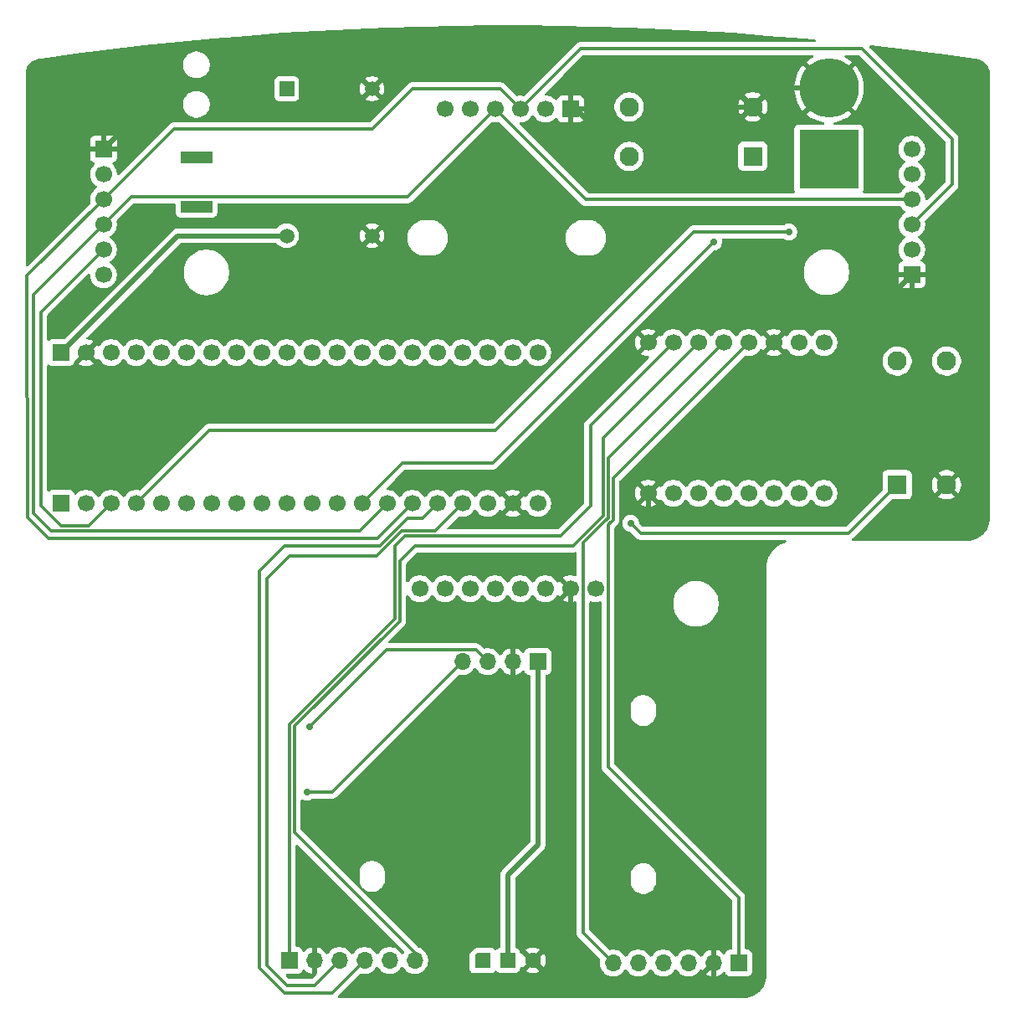
<source format=gbr>
%TF.GenerationSoftware,KiCad,Pcbnew,9.0.0*%
%TF.CreationDate,2025-04-20T11:33:30+05:30*%
%TF.ProjectId,micromouse,6d696372-6f6d-46f7-9573-652e6b696361,rev?*%
%TF.SameCoordinates,Original*%
%TF.FileFunction,Copper,L2,Bot*%
%TF.FilePolarity,Positive*%
%FSLAX46Y46*%
G04 Gerber Fmt 4.6, Leading zero omitted, Abs format (unit mm)*
G04 Created by KiCad (PCBNEW 9.0.0) date 2025-04-20 11:33:30*
%MOMM*%
%LPD*%
G01*
G04 APERTURE LIST*
G04 Aperture macros list*
%AMOutline5P*
0 Free polygon, 5 corners , with rotation*
0 The origin of the aperture is its center*
0 number of corners: always 5*
0 $1 to $10 corner X, Y*
0 $11 Rotation angle, in degrees counterclockwise*
0 create outline with 5 corners*
4,1,5,$1,$2,$3,$4,$5,$6,$7,$8,$9,$10,$1,$2,$11*%
%AMOutline6P*
0 Free polygon, 6 corners , with rotation*
0 The origin of the aperture is its center*
0 number of corners: always 6*
0 $1 to $12 corner X, Y*
0 $13 Rotation angle, in degrees counterclockwise*
0 create outline with 6 corners*
4,1,6,$1,$2,$3,$4,$5,$6,$7,$8,$9,$10,$11,$12,$1,$2,$13*%
%AMOutline7P*
0 Free polygon, 7 corners , with rotation*
0 The origin of the aperture is its center*
0 number of corners: always 7*
0 $1 to $14 corner X, Y*
0 $15 Rotation angle, in degrees counterclockwise*
0 create outline with 7 corners*
4,1,7,$1,$2,$3,$4,$5,$6,$7,$8,$9,$10,$11,$12,$13,$14,$1,$2,$15*%
%AMOutline8P*
0 Free polygon, 8 corners , with rotation*
0 The origin of the aperture is its center*
0 number of corners: always 8*
0 $1 to $16 corner X, Y*
0 $17 Rotation angle, in degrees counterclockwise*
0 create outline with 8 corners*
4,1,8,$1,$2,$3,$4,$5,$6,$7,$8,$9,$10,$11,$12,$13,$14,$15,$16,$1,$2,$17*%
G04 Aperture macros list end*
%TA.AperFunction,ComponentPad*%
%ADD10R,1.950000X1.950000*%
%TD*%
%TA.AperFunction,ComponentPad*%
%ADD11C,1.950000*%
%TD*%
%TA.AperFunction,ComponentPad*%
%ADD12C,6.000000*%
%TD*%
%TA.AperFunction,ComponentPad*%
%ADD13R,6.000000X6.000000*%
%TD*%
%TA.AperFunction,ComponentPad*%
%ADD14Outline5P,-0.800000X0.480000X-0.480000X0.800000X0.800000X0.800000X0.800000X-0.800000X-0.800000X-0.800000X0.000000*%
%TD*%
%TA.AperFunction,ComponentPad*%
%ADD15R,1.500000X1.500000*%
%TD*%
%TA.AperFunction,ComponentPad*%
%ADD16C,1.600000*%
%TD*%
%TA.AperFunction,ComponentPad*%
%ADD17R,1.700000X1.700000*%
%TD*%
%TA.AperFunction,ComponentPad*%
%ADD18O,1.700000X1.700000*%
%TD*%
%TA.AperFunction,ComponentPad*%
%ADD19C,1.700000*%
%TD*%
%TA.AperFunction,ComponentPad*%
%ADD20R,3.200000X1.200000*%
%TD*%
%TA.AperFunction,ComponentPad*%
%ADD21R,1.498000X1.498000*%
%TD*%
%TA.AperFunction,ComponentPad*%
%ADD22C,1.498000*%
%TD*%
%TA.AperFunction,ViaPad*%
%ADD23C,0.700000*%
%TD*%
%TA.AperFunction,Conductor*%
%ADD24C,0.500000*%
%TD*%
%TA.AperFunction,Conductor*%
%ADD25C,0.300000*%
%TD*%
G04 APERTURE END LIST*
D10*
%TO.P,SW2,1,1*%
%TO.N,push button 1*%
X158904000Y-35774000D03*
D11*
%TO.P,SW2,2,2*%
%TO.N,GND*%
X158904000Y-30774000D03*
%TO.P,SW2,3*%
%TO.N,N/C*%
X146404000Y-35774000D03*
%TO.P,SW2,4*%
X146404000Y-30774000D03*
%TD*%
D12*
%TO.P,J1,N,NEG*%
%TO.N,GND*%
X166624000Y-28868000D03*
D13*
%TO.P,J1,P,POS*%
%TO.N,7.4v*%
X166624000Y-36068000D03*
%TD*%
D14*
%TO.P,SW3,1,B*%
%TO.N,slide_SW*%
X131572000Y-117094000D03*
D15*
%TO.P,SW3,2,C*%
%TO.N,3.3v*%
X134112000Y-117094000D03*
D16*
%TO.P,SW3,3,A*%
%TO.N,GND*%
X136652000Y-117094000D03*
%TD*%
D17*
%TO.P,U3,1,motor_1*%
%TO.N,AO1*%
X157480000Y-117348000D03*
D18*
%TO.P,U3,2,gnd*%
%TO.N,GND*%
X154940000Y-117348000D03*
%TO.P,U3,3,c1*%
%TO.N,encoder A1*%
X152400000Y-117348000D03*
%TO.P,U3,4,c2*%
%TO.N,encoder B1*%
X149860000Y-117348000D03*
%TO.P,U3,5,vcc*%
%TO.N,3.3v*%
X147320000Y-117348000D03*
%TO.P,U3,6,motor_2*%
%TO.N,AO2*%
X144780000Y-117348000D03*
%TD*%
D17*
%TO.P,U2,1,B12*%
%TO.N,STBY*%
X88900000Y-70866000D03*
D19*
%TO.P,U2,2,B13*%
%TO.N,XSHUT 1*%
X91440000Y-70866000D03*
%TO.P,U2,3,B14*%
%TO.N,XSHUT 2*%
X93980000Y-70866000D03*
%TO.P,U2,4,B15*%
%TO.N,XSHUT 3*%
X96520000Y-70866000D03*
%TO.P,U2,5,A8*%
%TO.N,push button*%
X99060000Y-70866000D03*
%TO.P,U2,6,A9*%
%TO.N,Tx*%
X101600000Y-70866000D03*
%TO.P,U2,7,A10*%
%TO.N,Rx*%
X104140000Y-70866000D03*
%TO.P,U2,8,A11*%
%TO.N,unconnected-(U2-A11-Pad8)*%
X106680000Y-70866000D03*
%TO.P,U2,9,A12*%
%TO.N,slide_SW*%
X109220000Y-70866000D03*
%TO.P,U2,10,A15*%
%TO.N,encoder B1*%
X111760000Y-70866000D03*
%TO.P,U2,11,B3*%
%TO.N,encoder A1*%
X114300000Y-70866000D03*
%TO.P,U2,12,B4*%
%TO.N,unconnected-(U2-B4-Pad12)*%
X116840000Y-70866000D03*
%TO.P,U2,13,B5*%
%TO.N,push button 1*%
X119380000Y-70866000D03*
%TO.P,U2,14,B6*%
%TO.N,SCL*%
X121920000Y-70866000D03*
%TO.P,U2,15,B7*%
%TO.N,SDA*%
X124460000Y-70866000D03*
%TO.P,U2,16,B8*%
%TO.N,encoder B2*%
X127000000Y-70866000D03*
%TO.P,U2,17,B9*%
%TO.N,encoder A2*%
X129540000Y-70866000D03*
%TO.P,U2,18,5V*%
%TO.N,unconnected-(U2-5V-Pad18)*%
X132080000Y-70866000D03*
%TO.P,U2,19,GND*%
%TO.N,GND*%
X134620000Y-70866000D03*
%TO.P,U2,20,3V3*%
%TO.N,3.3v*%
X137160000Y-70866000D03*
%TO.P,U2,21,VB*%
%TO.N,unconnected-(U2-VB-Pad21)*%
X137160000Y-55626000D03*
%TO.P,U2,22,C13*%
%TO.N,unconnected-(U2-C13-Pad22)*%
X134620000Y-55626000D03*
%TO.P,U2,23,C14*%
%TO.N,unconnected-(U2-C14-Pad23)*%
X132080000Y-55626000D03*
%TO.P,U2,24,C15*%
%TO.N,unconnected-(U2-C15-Pad24)*%
X129540000Y-55626000D03*
%TO.P,U2,25,R*%
%TO.N,unconnected-(U2-R-Pad25)*%
X127000000Y-55626000D03*
%TO.P,U2,26,A0*%
%TO.N,unconnected-(U2-A0-Pad26)*%
X124460000Y-55626000D03*
%TO.P,U2,27,A1*%
%TO.N,PWM A*%
X121920000Y-55626000D03*
%TO.P,U2,28,A2*%
%TO.N,AIN2*%
X119380000Y-55626000D03*
%TO.P,U2,29,A3*%
%TO.N,AIN1*%
X116840000Y-55626000D03*
%TO.P,U2,30,A4*%
%TO.N,BIN1*%
X114300000Y-55626000D03*
%TO.P,U2,31,A5*%
%TO.N,BIN2*%
X111760000Y-55626000D03*
%TO.P,U2,32,A6*%
%TO.N,PWM B*%
X109220000Y-55626000D03*
%TO.P,U2,33,A7*%
%TO.N,unconnected-(U2-A7-Pad33)*%
X106680000Y-55626000D03*
%TO.P,U2,34,B0*%
%TO.N,unconnected-(U2-B0-Pad34)*%
X104140000Y-55626000D03*
%TO.P,U2,35,B1*%
%TO.N,unconnected-(U2-B1-Pad35)*%
X101600000Y-55626000D03*
%TO.P,U2,36,B2*%
%TO.N,unconnected-(U2-B2-Pad36)*%
X99060000Y-55626000D03*
%TO.P,U2,37,B10*%
%TO.N,unconnected-(U2-B10-Pad37)*%
X96520000Y-55626000D03*
%TO.P,U2,38,3.3*%
%TO.N,unconnected-(U2-3.3-Pad38)*%
X93980000Y-55626000D03*
%TO.P,U2,39,GND*%
%TO.N,GND*%
X91440000Y-55626000D03*
D17*
%TO.P,U2,40,5V*%
%TO.N,5v*%
X88900000Y-55626000D03*
%TD*%
D10*
%TO.P,SW4,1,1*%
%TO.N,push button*%
X173522000Y-68988000D03*
D11*
%TO.P,SW4,2,2*%
%TO.N,GND*%
X178522000Y-68988000D03*
%TO.P,SW4,3*%
%TO.N,N/C*%
X173522000Y-56488000D03*
%TO.P,SW4,4*%
X178522000Y-56488000D03*
%TD*%
D19*
%TO.P,U5,1,VM*%
%TO.N,7.4vb*%
X166116000Y-54610000D03*
%TO.P,U5,2,VCC*%
%TO.N,3.3v*%
X163576000Y-54610000D03*
%TO.P,U5,3,GND*%
%TO.N,GND*%
X161036000Y-54610000D03*
%TO.P,U5,4,A01*%
%TO.N,AO1*%
X158496000Y-54610000D03*
%TO.P,U5,5,A02*%
%TO.N,AO2*%
X155956000Y-54610000D03*
%TO.P,U5,6,B02*%
%TO.N,BO2*%
X153416000Y-54610000D03*
%TO.P,U5,7,B01*%
%TO.N,BO1*%
X150876000Y-54610000D03*
%TO.P,U5,8,GND*%
%TO.N,GND*%
X148336000Y-54610000D03*
%TO.P,U5,9,GND*%
X148336000Y-69850000D03*
%TO.P,U5,10,PWMB*%
%TO.N,PWM B*%
X150876000Y-69850000D03*
%TO.P,U5,11,BI2*%
%TO.N,BIN2*%
X153416000Y-69850000D03*
%TO.P,U5,12,BI1*%
%TO.N,BIN1*%
X155956000Y-69850000D03*
%TO.P,U5,13,STBY*%
%TO.N,STBY*%
X158496000Y-69850000D03*
%TO.P,U5,14,AI1*%
%TO.N,AIN1*%
X161036000Y-69850000D03*
%TO.P,U5,15,AI2*%
%TO.N,AIN2*%
X163576000Y-69850000D03*
%TO.P,U5,16,PWMA*%
%TO.N,PWM A*%
X166116000Y-69850000D03*
%TD*%
D17*
%TO.P,U4,1,motor_1*%
%TO.N,BO1*%
X112014000Y-117094000D03*
D18*
%TO.P,U4,2,gnd*%
%TO.N,GND*%
X114554000Y-117094000D03*
%TO.P,U4,3,c1*%
%TO.N,encoder A2*%
X117094000Y-117094000D03*
%TO.P,U4,4,c2*%
%TO.N,encoder B2*%
X119634000Y-117094000D03*
%TO.P,U4,5,vcc*%
%TO.N,3.3v*%
X122174000Y-117094000D03*
%TO.P,U4,6,motor_2*%
%TO.N,BO2*%
X124714000Y-117094000D03*
%TD*%
D17*
%TO.P,U10,1*%
%TO.N,3.3v*%
X137160000Y-86868000D03*
D18*
%TO.P,U10,2*%
%TO.N,GND*%
X134620000Y-86868000D03*
%TO.P,U10,3*%
%TO.N,Rx*%
X132080000Y-86868000D03*
%TO.P,U10,4*%
%TO.N,Tx*%
X129540000Y-86868000D03*
%TD*%
D20*
%TO.P,SW1,1,A*%
%TO.N,7.4v*%
X102616000Y-35894000D03*
%TO.P,SW1,2,B*%
%TO.N,7.4vb*%
X102616000Y-40894000D03*
%TD*%
D21*
%TO.P,U1,1,IN+*%
%TO.N,7.4vb*%
X111760000Y-28956000D03*
D22*
%TO.P,U1,2,OUT+*%
%TO.N,5v*%
X111760000Y-43815000D03*
%TO.P,U1,3,IN-*%
%TO.N,GND*%
X120396000Y-28956000D03*
%TO.P,U1,4,OUT-*%
X120396000Y-43815000D03*
%TD*%
D19*
%TO.P,ACC1,1,VCC*%
%TO.N,3.3v*%
X143002000Y-79502000D03*
%TO.P,ACC1,2,GND*%
%TO.N,GND*%
X140462000Y-79502000D03*
%TO.P,ACC1,3,SCL*%
%TO.N,SCL*%
X137922000Y-79502000D03*
%TO.P,ACC1,4,SDA*%
%TO.N,SDA*%
X135382000Y-79502000D03*
%TO.P,ACC1,5,XDA*%
%TO.N,unconnected-(ACC1-XDA-Pad5)*%
X132842000Y-79502000D03*
%TO.P,ACC1,6,XCL*%
%TO.N,unconnected-(ACC1-XCL-Pad6)*%
X130302000Y-79502000D03*
%TO.P,ACC1,7,AD0*%
%TO.N,unconnected-(ACC1-AD0-Pad7)*%
X127762000Y-79502000D03*
%TO.P,ACC1,8,INT*%
%TO.N,unconnected-(ACC1-INT-Pad8)*%
X125222000Y-79502000D03*
%TD*%
%TO.P,U8,1,GPIO1*%
%TO.N,unconnected-(U8-GPIO1-Pad1)*%
X93218000Y-47756000D03*
%TO.P,U8,2,~{XSHUT}*%
%TO.N,XSHUT 2*%
X93218000Y-45216000D03*
%TO.P,U8,3,SCL*%
%TO.N,SCL*%
X93218000Y-42676000D03*
%TO.P,U8,4,SDA*%
%TO.N,SDA*%
X93218000Y-40136000D03*
%TO.P,U8,5,Vin*%
%TO.N,3.3v*%
X93218000Y-37596000D03*
D17*
%TO.P,U8,6,GND*%
%TO.N,GND*%
X93218000Y-35056000D03*
%TD*%
D19*
%TO.P,U6,1,GPIO1*%
%TO.N,unconnected-(U6-GPIO1-Pad1)*%
X175006000Y-35056000D03*
%TO.P,U6,2,~{XSHUT}*%
%TO.N,XSHUT 3*%
X175006000Y-37596000D03*
%TO.P,U6,3,SCL*%
%TO.N,SCL*%
X175006000Y-40136000D03*
%TO.P,U6,4,SDA*%
%TO.N,SDA*%
X175006000Y-42676000D03*
%TO.P,U6,5,Vin*%
%TO.N,3.3v*%
X175006000Y-45216000D03*
D17*
%TO.P,U6,6,GND*%
%TO.N,GND*%
X175006000Y-47756000D03*
%TD*%
D19*
%TO.P,U7,1,GPIO1*%
%TO.N,unconnected-(U7-GPIO1-Pad1)*%
X127766000Y-30988000D03*
%TO.P,U7,2,~{XSHUT}*%
%TO.N,XSHUT 1*%
X130306000Y-30988000D03*
%TO.P,U7,3,SCL*%
%TO.N,SCL*%
X132846000Y-30988000D03*
%TO.P,U7,4,SDA*%
%TO.N,SDA*%
X135386000Y-30988000D03*
%TO.P,U7,5,Vin*%
%TO.N,3.3v*%
X137926000Y-30988000D03*
D17*
%TO.P,U7,6,GND*%
%TO.N,GND*%
X140466000Y-30988000D03*
%TD*%
D23*
%TO.N,GND*%
X89662000Y-50800000D03*
X89662000Y-52578000D03*
X148336000Y-72898000D03*
X157480000Y-58073000D03*
%TO.N,push button*%
X146558000Y-72898000D03*
%TO.N,XSHUT 3*%
X162560000Y-43434000D03*
%TO.N,push button 1*%
X154940000Y-44450000D03*
%TO.N,Tx*%
X113792000Y-100076000D03*
%TO.N,Rx*%
X114046000Y-93472000D03*
%TD*%
D24*
%TO.N,3.3v*%
X137160000Y-86868000D02*
X137160000Y-105410000D01*
X134112000Y-108458000D02*
X134112000Y-117094000D01*
X137160000Y-105410000D02*
X134112000Y-108458000D01*
%TO.N,GND*%
X93218000Y-35052000D02*
X99568000Y-28702000D01*
X140462000Y-113284000D02*
X140462000Y-79502000D01*
X140970000Y-30988000D02*
X143256000Y-33274000D01*
X136652000Y-117094000D02*
X139192000Y-119634000D01*
X152654000Y-119634000D02*
X154940000Y-117348000D01*
X176530000Y-53340000D02*
X176530000Y-66996000D01*
X162560000Y-53086000D02*
X169672000Y-53086000D01*
X149387331Y-30774000D02*
X158904000Y-30774000D01*
X136652000Y-117094000D02*
X140462000Y-113284000D01*
X175006000Y-51816000D02*
X176530000Y-53340000D01*
X161036000Y-54610000D02*
X162560000Y-53086000D01*
X176530000Y-66996000D02*
X178522000Y-68988000D01*
X143256000Y-33274000D02*
X146887331Y-33274000D01*
X112395000Y-51816000D02*
X120396000Y-43815000D01*
X140462000Y-30988000D02*
X140970000Y-30988000D01*
X91440000Y-55626000D02*
X95250000Y-51816000D01*
X169672000Y-53086000D02*
X174998000Y-47760000D01*
X99568000Y-28702000D02*
X105918000Y-28702000D01*
X146887331Y-33274000D02*
X149387331Y-30774000D01*
X139192000Y-119634000D02*
X152654000Y-119634000D01*
X158904000Y-30774000D02*
X160810000Y-28868000D01*
X95250000Y-51816000D02*
X112395000Y-51816000D01*
X148336000Y-69850000D02*
X157480000Y-60706000D01*
X174998000Y-47760000D02*
X175006000Y-47760000D01*
X175006000Y-47760000D02*
X175006000Y-51816000D01*
X105918000Y-28702000D02*
X108712000Y-31496000D01*
X117856000Y-31496000D02*
X120396000Y-28956000D01*
X148336000Y-69850000D02*
X148336000Y-72898000D01*
X108712000Y-31496000D02*
X117856000Y-31496000D01*
X157480000Y-60706000D02*
X157480000Y-58073000D01*
X160810000Y-28868000D02*
X166624000Y-28868000D01*
X89662000Y-52578000D02*
X89662000Y-50800000D01*
D25*
%TO.N,SDA*%
X93218000Y-40132000D02*
X85491966Y-47858034D01*
X87630000Y-74422000D02*
X120904000Y-74422000D01*
X133350000Y-28956000D02*
X135382000Y-30988000D01*
X175006000Y-42680000D02*
X179070000Y-38616000D01*
X141478000Y-24892000D02*
X135382000Y-30988000D01*
X135382000Y-30988000D02*
X135382000Y-30734000D01*
X100330000Y-33020000D02*
X120396000Y-33020000D01*
X85491966Y-47858034D02*
X85494988Y-72286988D01*
X120904000Y-74422000D02*
X124460000Y-70866000D01*
X120396000Y-33020000D02*
X124460000Y-28956000D01*
X124460000Y-28956000D02*
X133350000Y-28956000D01*
X179070000Y-38616000D02*
X179070000Y-34036000D01*
X93218000Y-40132000D02*
X100330000Y-33020000D01*
X169926000Y-24892000D02*
X141478000Y-24892000D01*
X85494988Y-72286988D02*
X87630000Y-74422000D01*
X179070000Y-34036000D02*
X169926000Y-24892000D01*
%TO.N,SCL*%
X86106000Y-49784000D02*
X86106000Y-71882000D01*
X175006000Y-40140000D02*
X141994000Y-40140000D01*
X141994000Y-40140000D02*
X132842000Y-30988000D01*
X93218000Y-42672000D02*
X86106000Y-49784000D01*
X86106000Y-71882000D02*
X87884000Y-73660000D01*
X123952000Y-39878000D02*
X132842000Y-30988000D01*
X119126000Y-73660000D02*
X121920000Y-70866000D01*
X96012000Y-39878000D02*
X123952000Y-39878000D01*
X87884000Y-73660000D02*
X119126000Y-73660000D01*
X93218000Y-42672000D02*
X96012000Y-39878000D01*
%TO.N,push button*%
X147574000Y-73914000D02*
X146558000Y-72898000D01*
X173522000Y-68988000D02*
X168596000Y-73914000D01*
X168596000Y-73914000D02*
X147574000Y-73914000D01*
%TO.N,XSHUT 2*%
X86868000Y-51562000D02*
X86868000Y-71120000D01*
X93218000Y-45212000D02*
X86868000Y-51562000D01*
X91687000Y-73159000D02*
X93980000Y-70866000D01*
X88907000Y-73159000D02*
X91687000Y-73159000D01*
X86868000Y-71120000D02*
X88907000Y-73159000D01*
%TO.N,encoder A2*%
X129540000Y-70866000D02*
X126739000Y-73667000D01*
X114554000Y-119634000D02*
X117094000Y-117094000D01*
X112014000Y-76200000D02*
X109728000Y-78486000D01*
X120850520Y-76200000D02*
X112014000Y-76200000D01*
X109728000Y-78486000D02*
X109728000Y-117602000D01*
X126739000Y-73667000D02*
X123383520Y-73667000D01*
X111760000Y-119634000D02*
X114554000Y-119634000D01*
X123383520Y-73667000D02*
X120850520Y-76200000D01*
X109728000Y-117602000D02*
X111760000Y-119634000D01*
%TO.N,XSHUT 3*%
X103886000Y-63500000D02*
X96520000Y-70866000D01*
X152908000Y-43434000D02*
X132842000Y-63500000D01*
X132842000Y-63500000D02*
X103886000Y-63500000D01*
X162560000Y-43434000D02*
X152908000Y-43434000D01*
%TO.N,push button 1*%
X123444000Y-66802000D02*
X132588000Y-66802000D01*
X132588000Y-66802000D02*
X154940000Y-44450000D01*
X119380000Y-70866000D02*
X123444000Y-66802000D01*
%TO.N,encoder B2*%
X127000000Y-70866000D02*
X125476000Y-72390000D01*
X123952000Y-72390000D02*
X121158000Y-75184000D01*
X111506000Y-120396000D02*
X116332000Y-120396000D01*
X111506000Y-75184000D02*
X108966000Y-77724000D01*
X121158000Y-75184000D02*
X111506000Y-75184000D01*
X108966000Y-77724000D02*
X108966000Y-117856000D01*
X108966000Y-117856000D02*
X111506000Y-120396000D01*
X116332000Y-120396000D02*
X119634000Y-117094000D01*
X125476000Y-72390000D02*
X123952000Y-72390000D01*
%TO.N,Tx*%
X116332000Y-100076000D02*
X113792000Y-100076000D01*
X129540000Y-86868000D02*
X116332000Y-100076000D01*
D24*
%TO.N,5v*%
X88900000Y-55626000D02*
X100711000Y-43815000D01*
X100711000Y-43815000D02*
X111760000Y-43815000D01*
D25*
%TO.N,Rx*%
X130879000Y-85667000D02*
X121851000Y-85667000D01*
X121851000Y-85667000D02*
X114046000Y-93472000D01*
X132080000Y-86868000D02*
X130879000Y-85667000D01*
%TO.N,AO2*%
X143971520Y-72637000D02*
X141732000Y-74876520D01*
X141732000Y-74876520D02*
X141732000Y-114300000D01*
X144265000Y-66301000D02*
X144265000Y-71928480D01*
X155956000Y-54610000D02*
X144265000Y-66301000D01*
X144265000Y-72343520D02*
X144265000Y-72343521D01*
X141732000Y-114300000D02*
X144780000Y-117348000D01*
X144265000Y-71928480D02*
X144265000Y-72343520D01*
X144265000Y-72343520D02*
X143971521Y-72637000D01*
X143971521Y-72637000D02*
X143971520Y-72637000D01*
%TO.N,AO1*%
X144472522Y-72844522D02*
X144272000Y-73045044D01*
X144766000Y-68340000D02*
X144766000Y-71720959D01*
X144766000Y-72135999D02*
X144766000Y-72136001D01*
X144272000Y-73045044D02*
X144272000Y-97536000D01*
X157480000Y-110744000D02*
X157480000Y-117348000D01*
X144766000Y-72551041D02*
X144766000Y-72551042D01*
X144766000Y-72551041D02*
X144766000Y-72551040D01*
X158496000Y-54610000D02*
X144766000Y-68340000D01*
X144472521Y-72844520D02*
X144472522Y-72844522D01*
X144766000Y-71720959D02*
X144766000Y-72135999D01*
X144272000Y-97536000D02*
X157480000Y-110744000D01*
X144766000Y-72136001D02*
X144766000Y-72551041D01*
X144766000Y-72551042D02*
X144531217Y-72785824D01*
X144472520Y-72844520D02*
X144472521Y-72844520D01*
X144472522Y-72844519D02*
X144472520Y-72844520D01*
X144531217Y-72785824D02*
X144472522Y-72844519D01*
%TO.N,BO2*%
X123190000Y-82550000D02*
X123183000Y-82557000D01*
X140716000Y-75184000D02*
X124714000Y-75184000D01*
X143764000Y-72136000D02*
X140716000Y-75184000D01*
X124714000Y-75184000D02*
X123190000Y-76708000D01*
X112522000Y-93418521D02*
X112522000Y-104140000D01*
X123183000Y-82757520D02*
X123183000Y-82757521D01*
X143764000Y-64262000D02*
X143764000Y-72136000D01*
X123183000Y-82757520D02*
X112522000Y-93418521D01*
X112522000Y-104140000D02*
X124714000Y-116332000D01*
X124714000Y-116332000D02*
X124714000Y-117094000D01*
X153416000Y-54610000D02*
X143764000Y-64262000D01*
X123183000Y-82557000D02*
X123183000Y-82757520D01*
X123190000Y-76708000D02*
X123190000Y-82550000D01*
%TO.N,BO1*%
X122682000Y-82550000D02*
X112014000Y-93218000D01*
X122682000Y-75184000D02*
X122682000Y-82550000D01*
X142494000Y-62992000D02*
X142494000Y-71120000D01*
X150876000Y-54610000D02*
X142494000Y-62992000D01*
X123698000Y-74168000D02*
X122682000Y-75184000D01*
X142494000Y-71120000D02*
X139446000Y-74168000D01*
X112014000Y-93218000D02*
X112014000Y-117094000D01*
X139446000Y-74168000D02*
X123698000Y-74168000D01*
%TD*%
%TA.AperFunction,Conductor*%
%TO.N,GND*%
G36*
X170833053Y-24567384D02*
G01*
X170877633Y-24572102D01*
X170878887Y-24572241D01*
X174362846Y-24978094D01*
X174363903Y-24978222D01*
X177632401Y-25393947D01*
X177843445Y-25420790D01*
X177844742Y-25420962D01*
X181281759Y-25894992D01*
X181294513Y-25896779D01*
X181311125Y-25902826D01*
X181337664Y-25902826D01*
X181346228Y-25904026D01*
X181346298Y-25904057D01*
X181346608Y-25904080D01*
X181352037Y-25904857D01*
X181364322Y-25906618D01*
X181364328Y-25906616D01*
X181375164Y-25906268D01*
X181375177Y-25906680D01*
X181392998Y-25905472D01*
X181564784Y-25917758D01*
X181582285Y-25920275D01*
X181778155Y-25962883D01*
X181795120Y-25967864D01*
X181982938Y-26037916D01*
X181999021Y-26045261D01*
X182072974Y-26085643D01*
X182174951Y-26141327D01*
X182189834Y-26150892D01*
X182350296Y-26271012D01*
X182363667Y-26282598D01*
X182505401Y-26424332D01*
X182516987Y-26437703D01*
X182637107Y-26598165D01*
X182646672Y-26613048D01*
X182742735Y-26788973D01*
X182750085Y-26805067D01*
X182820133Y-26992874D01*
X182825117Y-27009849D01*
X182867723Y-27205708D01*
X182870241Y-27223221D01*
X182884856Y-27427580D01*
X182885172Y-27436427D01*
X182884274Y-72361297D01*
X182884274Y-72375879D01*
X182884048Y-72383367D01*
X182868060Y-72647626D01*
X182866254Y-72662492D01*
X182819205Y-72919205D01*
X182815622Y-72933743D01*
X182737976Y-73182907D01*
X182732666Y-73196908D01*
X182625550Y-73434902D01*
X182618591Y-73448160D01*
X182483573Y-73671501D01*
X182475071Y-73683818D01*
X182408596Y-73768666D01*
X182314107Y-73889269D01*
X182304177Y-73900476D01*
X182119636Y-74085012D01*
X182108428Y-74094942D01*
X181902975Y-74255900D01*
X181890652Y-74264405D01*
X181667311Y-74399417D01*
X181654051Y-74406376D01*
X181416057Y-74513484D01*
X181402057Y-74518794D01*
X181152884Y-74596437D01*
X181138345Y-74600020D01*
X180881640Y-74647060D01*
X180866776Y-74648865D01*
X180602493Y-74664849D01*
X180595081Y-74665075D01*
X169041368Y-74671947D01*
X168974317Y-74652302D01*
X168928530Y-74599526D01*
X168918546Y-74530373D01*
X168947533Y-74466800D01*
X168972404Y-74444845D01*
X168996087Y-74429019D01*
X169010669Y-74419277D01*
X172930127Y-70499817D01*
X172991450Y-70466333D01*
X173017808Y-70463499D01*
X174544871Y-70463499D01*
X174544872Y-70463499D01*
X174604483Y-70457091D01*
X174739331Y-70406796D01*
X174854546Y-70320546D01*
X174940796Y-70205331D01*
X174954904Y-70167505D01*
X174979274Y-70102168D01*
X174979274Y-70102167D01*
X174991090Y-70070485D01*
X174991091Y-70070483D01*
X174997500Y-70010873D01*
X174997499Y-68871909D01*
X177047000Y-68871909D01*
X177047000Y-69104090D01*
X177083318Y-69333393D01*
X177155065Y-69554205D01*
X177260465Y-69761064D01*
X177317238Y-69839207D01*
X177920958Y-69235487D01*
X177945978Y-69295890D01*
X178017112Y-69402351D01*
X178107649Y-69492888D01*
X178214110Y-69564022D01*
X178274510Y-69589041D01*
X177670791Y-70192759D01*
X177670791Y-70192760D01*
X177748935Y-70249534D01*
X177955794Y-70354934D01*
X178176606Y-70426681D01*
X178405910Y-70463000D01*
X178638090Y-70463000D01*
X178867393Y-70426681D01*
X179088205Y-70354934D01*
X179295071Y-70249530D01*
X179373207Y-70192762D01*
X179373208Y-70192760D01*
X178769488Y-69589041D01*
X178829890Y-69564022D01*
X178936351Y-69492888D01*
X179026888Y-69402351D01*
X179098022Y-69295890D01*
X179123041Y-69235489D01*
X179726760Y-69839208D01*
X179726762Y-69839207D01*
X179783530Y-69761071D01*
X179888934Y-69554205D01*
X179960681Y-69333393D01*
X179997000Y-69104090D01*
X179997000Y-68871909D01*
X179960681Y-68642606D01*
X179888934Y-68421794D01*
X179783534Y-68214935D01*
X179726760Y-68136791D01*
X179726759Y-68136791D01*
X179123041Y-68740510D01*
X179098022Y-68680110D01*
X179026888Y-68573649D01*
X178936351Y-68483112D01*
X178829890Y-68411978D01*
X178769487Y-68386957D01*
X179373207Y-67783238D01*
X179295064Y-67726465D01*
X179088205Y-67621065D01*
X178867393Y-67549318D01*
X178638090Y-67513000D01*
X178405910Y-67513000D01*
X178176606Y-67549318D01*
X177955794Y-67621065D01*
X177748925Y-67726470D01*
X177670791Y-67783237D01*
X177670791Y-67783238D01*
X178274511Y-68386958D01*
X178214110Y-68411978D01*
X178107649Y-68483112D01*
X178017112Y-68573649D01*
X177945978Y-68680110D01*
X177920958Y-68740511D01*
X177317238Y-68136791D01*
X177317237Y-68136791D01*
X177260470Y-68214925D01*
X177155065Y-68421794D01*
X177083318Y-68642606D01*
X177047000Y-68871909D01*
X174997499Y-68871909D01*
X174997499Y-67965128D01*
X174991091Y-67905517D01*
X174988364Y-67898207D01*
X174979273Y-67873829D01*
X174940797Y-67770671D01*
X174940793Y-67770664D01*
X174854547Y-67655455D01*
X174854544Y-67655452D01*
X174739335Y-67569206D01*
X174739328Y-67569202D01*
X174604482Y-67518908D01*
X174604483Y-67518908D01*
X174544883Y-67512501D01*
X174544881Y-67512500D01*
X174544873Y-67512500D01*
X174544864Y-67512500D01*
X172499129Y-67512500D01*
X172499123Y-67512501D01*
X172439516Y-67518908D01*
X172304671Y-67569202D01*
X172304664Y-67569206D01*
X172189455Y-67655452D01*
X172189452Y-67655455D01*
X172103206Y-67770664D01*
X172103202Y-67770671D01*
X172052908Y-67905517D01*
X172046501Y-67965116D01*
X172046501Y-67965123D01*
X172046500Y-67965135D01*
X172046500Y-69492191D01*
X172026815Y-69559230D01*
X172010181Y-69579872D01*
X168362873Y-73227181D01*
X168301550Y-73260666D01*
X168275192Y-73263500D01*
X147894808Y-73263500D01*
X147827769Y-73243815D01*
X147807127Y-73227181D01*
X147438654Y-72858708D01*
X147405169Y-72797385D01*
X147404718Y-72795218D01*
X147378317Y-72662492D01*
X147375816Y-72649918D01*
X147311703Y-72495137D01*
X147259929Y-72417652D01*
X147218626Y-72355837D01*
X147100162Y-72237373D01*
X146960860Y-72144295D01*
X146806082Y-72080184D01*
X146806074Y-72080182D01*
X146641771Y-72047500D01*
X146641767Y-72047500D01*
X146474233Y-72047500D01*
X146474228Y-72047500D01*
X146309925Y-72080182D01*
X146309917Y-72080184D01*
X146155139Y-72144295D01*
X146015837Y-72237373D01*
X145897373Y-72355837D01*
X145804295Y-72495139D01*
X145740184Y-72649917D01*
X145740182Y-72649925D01*
X145707500Y-72814228D01*
X145707500Y-72981771D01*
X145740182Y-73146074D01*
X145740184Y-73146082D01*
X145804295Y-73300860D01*
X145804296Y-73300862D01*
X145804297Y-73300863D01*
X145804716Y-73301490D01*
X145897373Y-73440162D01*
X146015837Y-73558626D01*
X146027318Y-73566297D01*
X146155137Y-73651703D01*
X146309918Y-73715816D01*
X146394011Y-73732543D01*
X146455218Y-73744718D01*
X146517129Y-73777102D01*
X146518708Y-73778654D01*
X147159325Y-74419272D01*
X147159328Y-74419275D01*
X147245692Y-74476981D01*
X147245691Y-74476981D01*
X147265871Y-74490464D01*
X147265872Y-74490464D01*
X147265873Y-74490465D01*
X147384256Y-74539501D01*
X147384260Y-74539501D01*
X147384261Y-74539502D01*
X147509928Y-74564500D01*
X162180604Y-74564500D01*
X162247643Y-74584185D01*
X162293398Y-74636989D01*
X162303342Y-74706147D01*
X162274317Y-74769703D01*
X162221559Y-74805541D01*
X161996902Y-74884152D01*
X161714120Y-75020333D01*
X161448356Y-75187323D01*
X161202961Y-75383019D01*
X160981019Y-75604961D01*
X160785323Y-75850356D01*
X160618333Y-76116120D01*
X160482152Y-76398902D01*
X160378489Y-76695152D01*
X160378486Y-76695160D01*
X160308643Y-77001166D01*
X160308641Y-77001178D01*
X160273500Y-77313059D01*
X160273500Y-118614249D01*
X160273274Y-118621736D01*
X160257288Y-118886002D01*
X160255483Y-118900866D01*
X160208439Y-119157581D01*
X160204855Y-119172121D01*
X160127213Y-119421282D01*
X160121903Y-119435282D01*
X160014786Y-119673285D01*
X160007828Y-119686543D01*
X159872810Y-119909892D01*
X159864304Y-119922216D01*
X159703344Y-120127665D01*
X159693414Y-120138873D01*
X159508873Y-120323414D01*
X159497665Y-120333344D01*
X159292216Y-120494304D01*
X159279892Y-120502810D01*
X159056543Y-120637828D01*
X159043285Y-120644786D01*
X158805282Y-120751903D01*
X158791282Y-120757213D01*
X158542121Y-120834855D01*
X158527581Y-120838439D01*
X158270866Y-120885483D01*
X158256002Y-120887288D01*
X157991736Y-120903274D01*
X157984249Y-120903500D01*
X117043809Y-120903500D01*
X116976770Y-120883815D01*
X116931015Y-120831011D01*
X116921071Y-120761853D01*
X116950096Y-120698297D01*
X116956128Y-120691819D01*
X118255109Y-119392836D01*
X119203289Y-118444654D01*
X119264610Y-118411171D01*
X119312753Y-118411693D01*
X119312945Y-118410484D01*
X119380799Y-118421231D01*
X119527713Y-118444500D01*
X119527714Y-118444500D01*
X119740286Y-118444500D01*
X119740287Y-118444500D01*
X119950243Y-118411246D01*
X120152412Y-118345557D01*
X120341816Y-118249051D01*
X120407200Y-118201547D01*
X120513786Y-118124109D01*
X120513788Y-118124106D01*
X120513792Y-118124104D01*
X120664104Y-117973792D01*
X120664106Y-117973788D01*
X120664109Y-117973786D01*
X120789048Y-117801820D01*
X120789047Y-117801820D01*
X120789051Y-117801816D01*
X120793514Y-117793054D01*
X120841488Y-117742259D01*
X120909308Y-117725463D01*
X120975444Y-117747999D01*
X121014486Y-117793056D01*
X121018951Y-117801820D01*
X121143890Y-117973786D01*
X121294213Y-118124109D01*
X121466179Y-118249048D01*
X121466181Y-118249049D01*
X121466184Y-118249051D01*
X121655588Y-118345557D01*
X121857757Y-118411246D01*
X122067713Y-118444500D01*
X122067714Y-118444500D01*
X122280286Y-118444500D01*
X122280287Y-118444500D01*
X122490243Y-118411246D01*
X122692412Y-118345557D01*
X122881816Y-118249051D01*
X122947200Y-118201547D01*
X123053786Y-118124109D01*
X123053788Y-118124106D01*
X123053792Y-118124104D01*
X123204104Y-117973792D01*
X123204106Y-117973788D01*
X123204109Y-117973786D01*
X123329048Y-117801820D01*
X123329047Y-117801820D01*
X123329051Y-117801816D01*
X123333514Y-117793054D01*
X123381488Y-117742259D01*
X123449308Y-117725463D01*
X123515444Y-117747999D01*
X123554486Y-117793056D01*
X123558951Y-117801820D01*
X123683890Y-117973786D01*
X123834213Y-118124109D01*
X124006179Y-118249048D01*
X124006181Y-118249049D01*
X124006184Y-118249051D01*
X124195588Y-118345557D01*
X124397757Y-118411246D01*
X124607713Y-118444500D01*
X124607714Y-118444500D01*
X124820286Y-118444500D01*
X124820287Y-118444500D01*
X125030243Y-118411246D01*
X125232412Y-118345557D01*
X125421816Y-118249051D01*
X125487200Y-118201547D01*
X125593786Y-118124109D01*
X125593788Y-118124106D01*
X125593792Y-118124104D01*
X125744104Y-117973792D01*
X125744106Y-117973788D01*
X125744109Y-117973786D01*
X125869048Y-117801820D01*
X125869047Y-117801820D01*
X125869051Y-117801816D01*
X125965557Y-117612412D01*
X126031246Y-117410243D01*
X126064500Y-117200287D01*
X126064500Y-116987713D01*
X126031246Y-116777757D01*
X125965557Y-116575588D01*
X125869051Y-116386184D01*
X125869049Y-116386181D01*
X125869048Y-116386179D01*
X125744109Y-116214213D01*
X125593786Y-116063890D01*
X125421820Y-115938951D01*
X125232416Y-115842444D01*
X125130333Y-115809275D01*
X125080971Y-115779025D01*
X117360756Y-108058810D01*
X119118483Y-108058810D01*
X119118818Y-108062021D01*
X119118818Y-108062025D01*
X119121097Y-108083833D01*
X119121768Y-108096716D01*
X119121768Y-109073283D01*
X119121097Y-109086165D01*
X119118483Y-109111187D01*
X119118769Y-109115240D01*
X119121768Y-109139595D01*
X119121768Y-109143623D01*
X119130442Y-109164564D01*
X119136170Y-109181912D01*
X119155609Y-109259605D01*
X119241936Y-109457846D01*
X119241941Y-109457856D01*
X119289433Y-109530911D01*
X119359794Y-109639145D01*
X119359796Y-109639147D01*
X119359798Y-109639150D01*
X119359801Y-109639154D01*
X119505935Y-109798504D01*
X119505940Y-109798509D01*
X119676374Y-109931579D01*
X119676378Y-109931581D01*
X119676380Y-109931583D01*
X119866422Y-110034709D01*
X119866425Y-110034710D01*
X120070886Y-110105076D01*
X120284153Y-110140747D01*
X120500383Y-110140747D01*
X120713650Y-110105076D01*
X120918111Y-110034710D01*
X121108162Y-109931579D01*
X121278596Y-109798509D01*
X121424742Y-109639145D01*
X121542595Y-109457855D01*
X121628926Y-109259607D01*
X121650588Y-109173026D01*
X121662768Y-109143623D01*
X121662768Y-109124329D01*
X121666053Y-109111190D01*
X121663439Y-109086165D01*
X121662768Y-109073283D01*
X121662768Y-108090256D01*
X121666053Y-108058810D01*
X121662768Y-108045670D01*
X121662768Y-108026377D01*
X121654093Y-108005436D01*
X121648364Y-107988084D01*
X121628928Y-107910401D01*
X121628926Y-107910393D01*
X121602359Y-107849385D01*
X121542599Y-107712153D01*
X121542594Y-107712143D01*
X121517319Y-107673264D01*
X121424742Y-107530855D01*
X121424738Y-107530850D01*
X121424737Y-107530849D01*
X121424734Y-107530845D01*
X121278600Y-107371495D01*
X121278598Y-107371493D01*
X121278597Y-107371492D01*
X121278596Y-107371491D01*
X121108162Y-107238421D01*
X121108158Y-107238418D01*
X121108157Y-107238418D01*
X121108155Y-107238416D01*
X120918113Y-107135290D01*
X120837839Y-107107664D01*
X120713650Y-107064924D01*
X120500383Y-107029253D01*
X120284153Y-107029253D01*
X120070891Y-107064923D01*
X120070890Y-107064923D01*
X120070886Y-107064924D01*
X119986831Y-107093851D01*
X119866422Y-107135290D01*
X119676380Y-107238416D01*
X119676378Y-107238418D01*
X119505937Y-107371493D01*
X119505935Y-107371495D01*
X119359801Y-107530845D01*
X119359798Y-107530849D01*
X119241941Y-107712143D01*
X119241936Y-107712153D01*
X119155612Y-107910387D01*
X119155609Y-107910395D01*
X119136166Y-107988098D01*
X119130439Y-108005444D01*
X119121768Y-108026381D01*
X119121768Y-108030404D01*
X119120710Y-108038992D01*
X119120846Y-108045500D01*
X119119916Y-108053077D01*
X119118483Y-108058810D01*
X117360756Y-108058810D01*
X113208819Y-103906873D01*
X113175334Y-103845550D01*
X113172500Y-103819192D01*
X113172500Y-100916938D01*
X113192185Y-100849899D01*
X113244989Y-100804144D01*
X113314147Y-100794200D01*
X113365389Y-100813835D01*
X113389137Y-100829703D01*
X113543918Y-100893816D01*
X113708228Y-100926499D01*
X113708232Y-100926500D01*
X113708233Y-100926500D01*
X113875768Y-100926500D01*
X113875769Y-100926499D01*
X114040082Y-100893816D01*
X114194863Y-100829703D01*
X114318041Y-100747398D01*
X114384719Y-100726520D01*
X114386932Y-100726500D01*
X116396071Y-100726500D01*
X116480615Y-100709682D01*
X116521744Y-100701501D01*
X116640127Y-100652465D01*
X116746669Y-100581277D01*
X129109289Y-88218655D01*
X129170610Y-88185172D01*
X129218754Y-88185685D01*
X129218945Y-88184484D01*
X129286793Y-88195230D01*
X129433713Y-88218500D01*
X129433714Y-88218500D01*
X129646286Y-88218500D01*
X129646287Y-88218500D01*
X129856243Y-88185246D01*
X130058412Y-88119557D01*
X130247816Y-88023051D01*
X130334138Y-87960335D01*
X130419786Y-87898109D01*
X130419788Y-87898106D01*
X130419792Y-87898104D01*
X130570104Y-87747792D01*
X130570106Y-87747788D01*
X130570109Y-87747786D01*
X130695048Y-87575820D01*
X130695047Y-87575820D01*
X130695051Y-87575816D01*
X130699514Y-87567054D01*
X130747488Y-87516259D01*
X130815308Y-87499463D01*
X130881444Y-87521999D01*
X130920486Y-87567056D01*
X130924951Y-87575820D01*
X131049890Y-87747786D01*
X131200213Y-87898109D01*
X131372179Y-88023048D01*
X131372181Y-88023049D01*
X131372184Y-88023051D01*
X131561588Y-88119557D01*
X131763757Y-88185246D01*
X131973713Y-88218500D01*
X131973714Y-88218500D01*
X132186286Y-88218500D01*
X132186287Y-88218500D01*
X132396243Y-88185246D01*
X132598412Y-88119557D01*
X132787816Y-88023051D01*
X132874138Y-87960335D01*
X132959786Y-87898109D01*
X132959788Y-87898106D01*
X132959792Y-87898104D01*
X133110104Y-87747792D01*
X133110106Y-87747788D01*
X133110109Y-87747786D01*
X133235048Y-87575820D01*
X133235051Y-87575816D01*
X133239793Y-87566508D01*
X133287763Y-87515711D01*
X133355583Y-87498911D01*
X133421719Y-87521445D01*
X133460763Y-87566500D01*
X133465377Y-87575555D01*
X133590272Y-87747459D01*
X133590276Y-87747464D01*
X133740535Y-87897723D01*
X133740540Y-87897727D01*
X133912442Y-88022620D01*
X134101782Y-88119095D01*
X134303871Y-88184757D01*
X134370000Y-88195231D01*
X134370000Y-87301012D01*
X134427007Y-87333925D01*
X134554174Y-87368000D01*
X134685826Y-87368000D01*
X134812993Y-87333925D01*
X134870000Y-87301012D01*
X134870000Y-88195230D01*
X134936126Y-88184757D01*
X134936129Y-88184757D01*
X135138217Y-88119095D01*
X135327557Y-88022620D01*
X135499458Y-87897728D01*
X135613133Y-87784053D01*
X135674456Y-87750568D01*
X135744148Y-87755552D01*
X135800082Y-87797423D01*
X135816997Y-87828401D01*
X135866202Y-87960328D01*
X135866206Y-87960335D01*
X135952452Y-88075544D01*
X135952455Y-88075547D01*
X136067664Y-88161793D01*
X136067671Y-88161797D01*
X136077243Y-88165367D01*
X136202517Y-88212091D01*
X136262127Y-88218500D01*
X136285497Y-88218499D01*
X136352536Y-88238181D01*
X136398292Y-88290983D01*
X136409500Y-88342499D01*
X136409500Y-105047770D01*
X136389815Y-105114809D01*
X136373181Y-105135451D01*
X133529049Y-107979582D01*
X133529049Y-107979583D01*
X133529048Y-107979584D01*
X133517430Y-107996973D01*
X133505200Y-108015276D01*
X133446913Y-108102508D01*
X133390343Y-108239082D01*
X133390340Y-108239092D01*
X133361500Y-108384079D01*
X133361500Y-115727023D01*
X133341815Y-115794062D01*
X133289011Y-115839817D01*
X133261865Y-115847266D01*
X133262068Y-115848124D01*
X133254520Y-115849907D01*
X133119671Y-115900202D01*
X133119664Y-115900206D01*
X133004455Y-115986452D01*
X133004454Y-115986453D01*
X132984980Y-116012467D01*
X132929046Y-116054337D01*
X132859354Y-116059320D01*
X132798032Y-116025833D01*
X132786449Y-116012466D01*
X132732604Y-115940539D01*
X132729546Y-115936454D01*
X132729544Y-115936453D01*
X132729544Y-115936452D01*
X132614335Y-115850206D01*
X132614328Y-115850202D01*
X132479482Y-115799908D01*
X132479483Y-115799908D01*
X132419883Y-115793501D01*
X132419881Y-115793500D01*
X132419873Y-115793500D01*
X132419864Y-115793500D01*
X131051029Y-115793500D01*
X130966950Y-115804060D01*
X130833984Y-115859136D01*
X130767065Y-115911121D01*
X130767058Y-115911127D01*
X130389117Y-116289067D01*
X130389108Y-116289077D01*
X130337136Y-116355982D01*
X130282060Y-116488950D01*
X130271500Y-116573019D01*
X130271500Y-117941870D01*
X130271501Y-117941876D01*
X130277908Y-118001483D01*
X130328202Y-118136328D01*
X130328206Y-118136335D01*
X130414452Y-118251544D01*
X130414455Y-118251547D01*
X130529664Y-118337793D01*
X130529671Y-118337797D01*
X130664517Y-118388091D01*
X130664516Y-118388091D01*
X130671444Y-118388835D01*
X130724127Y-118394500D01*
X132419872Y-118394499D01*
X132479483Y-118388091D01*
X132614331Y-118337796D01*
X132729546Y-118251546D01*
X132786449Y-118175532D01*
X132842382Y-118133663D01*
X132912074Y-118128679D01*
X132973397Y-118162164D01*
X132984977Y-118175528D01*
X133004454Y-118201546D01*
X133039069Y-118227459D01*
X133119664Y-118287793D01*
X133119671Y-118287797D01*
X133254517Y-118338091D01*
X133254516Y-118338091D01*
X133261444Y-118338835D01*
X133314127Y-118344500D01*
X134909872Y-118344499D01*
X134969483Y-118338091D01*
X135104331Y-118287796D01*
X135219546Y-118201546D01*
X135305796Y-118086331D01*
X135356091Y-117951483D01*
X135362500Y-117891873D01*
X135362499Y-117888665D01*
X135366013Y-117876439D01*
X135379209Y-117855638D01*
X135388638Y-117832876D01*
X135397599Y-117826653D01*
X135403444Y-117817442D01*
X135425793Y-117807077D01*
X135446030Y-117793027D01*
X135456933Y-117792637D01*
X135466830Y-117788048D01*
X135491232Y-117791411D01*
X135515855Y-117790532D01*
X135525238Y-117796099D01*
X135536045Y-117797589D01*
X135554756Y-117813612D01*
X135564299Y-117819274D01*
X135572524Y-117819922D01*
X136252000Y-117140446D01*
X136252000Y-117146661D01*
X136279259Y-117248394D01*
X136331920Y-117339606D01*
X136406394Y-117414080D01*
X136497606Y-117466741D01*
X136599339Y-117494000D01*
X136605553Y-117494000D01*
X135926076Y-118173474D01*
X135970650Y-118205859D01*
X136152968Y-118298755D01*
X136347582Y-118361990D01*
X136549683Y-118394000D01*
X136754317Y-118394000D01*
X136956417Y-118361990D01*
X137151031Y-118298755D01*
X137333349Y-118205859D01*
X137377921Y-118173474D01*
X136698447Y-117494000D01*
X136704661Y-117494000D01*
X136806394Y-117466741D01*
X136897606Y-117414080D01*
X136972080Y-117339606D01*
X137024741Y-117248394D01*
X137052000Y-117146661D01*
X137052000Y-117140448D01*
X137731474Y-117819922D01*
X137731474Y-117819921D01*
X137763859Y-117775349D01*
X137856755Y-117593031D01*
X137919990Y-117398417D01*
X137952000Y-117196317D01*
X137952000Y-116991682D01*
X137919990Y-116789582D01*
X137856755Y-116594968D01*
X137763859Y-116412650D01*
X137731474Y-116368077D01*
X137731474Y-116368076D01*
X137052000Y-117047551D01*
X137052000Y-117041339D01*
X137024741Y-116939606D01*
X136972080Y-116848394D01*
X136897606Y-116773920D01*
X136806394Y-116721259D01*
X136704661Y-116694000D01*
X136698446Y-116694000D01*
X137377922Y-116014524D01*
X137377921Y-116014523D01*
X137333359Y-115982147D01*
X137333350Y-115982141D01*
X137151031Y-115889244D01*
X136956417Y-115826009D01*
X136754317Y-115794000D01*
X136549683Y-115794000D01*
X136347582Y-115826009D01*
X136152968Y-115889244D01*
X135970644Y-115982143D01*
X135926077Y-116014523D01*
X135926077Y-116014524D01*
X136605554Y-116694000D01*
X136599339Y-116694000D01*
X136497606Y-116721259D01*
X136406394Y-116773920D01*
X136331920Y-116848394D01*
X136279259Y-116939606D01*
X136252000Y-117041339D01*
X136252000Y-117047553D01*
X135572524Y-116368077D01*
X135561169Y-116368971D01*
X135530178Y-116392869D01*
X135460564Y-116398847D01*
X135398770Y-116366240D01*
X135366013Y-116311559D01*
X135362499Y-116299328D01*
X135362499Y-116296128D01*
X135356091Y-116236517D01*
X135305796Y-116101669D01*
X135305652Y-116101477D01*
X135305652Y-116101475D01*
X135219547Y-115986455D01*
X135219544Y-115986452D01*
X135104335Y-115900206D01*
X135104328Y-115900202D01*
X134969482Y-115849908D01*
X134961938Y-115848126D01*
X134962474Y-115845853D01*
X134908688Y-115823571D01*
X134868843Y-115766177D01*
X134862500Y-115727024D01*
X134862500Y-108820230D01*
X134882185Y-108753191D01*
X134898819Y-108732549D01*
X136277079Y-107354289D01*
X137742952Y-105888416D01*
X137792186Y-105814729D01*
X137825084Y-105765495D01*
X137881658Y-105628913D01*
X137891096Y-105581462D01*
X137910500Y-105483920D01*
X137910500Y-88342499D01*
X137930185Y-88275460D01*
X137982989Y-88229705D01*
X138034500Y-88218499D01*
X138057871Y-88218499D01*
X138057872Y-88218499D01*
X138117483Y-88212091D01*
X138252331Y-88161796D01*
X138367546Y-88075546D01*
X138453796Y-87960331D01*
X138504091Y-87825483D01*
X138510500Y-87765873D01*
X138510499Y-85970128D01*
X138504091Y-85910517D01*
X138503002Y-85907598D01*
X138453797Y-85775671D01*
X138453793Y-85775664D01*
X138367547Y-85660455D01*
X138367544Y-85660452D01*
X138252335Y-85574206D01*
X138252328Y-85574202D01*
X138117482Y-85523908D01*
X138117483Y-85523908D01*
X138057883Y-85517501D01*
X138057881Y-85517500D01*
X138057873Y-85517500D01*
X138057864Y-85517500D01*
X136262129Y-85517500D01*
X136262123Y-85517501D01*
X136202516Y-85523908D01*
X136067671Y-85574202D01*
X136067664Y-85574206D01*
X135952455Y-85660452D01*
X135952452Y-85660455D01*
X135866206Y-85775664D01*
X135866202Y-85775671D01*
X135816997Y-85907598D01*
X135775126Y-85963532D01*
X135709661Y-85987949D01*
X135641388Y-85973097D01*
X135613134Y-85951946D01*
X135499464Y-85838276D01*
X135499459Y-85838272D01*
X135327557Y-85713379D01*
X135138215Y-85616903D01*
X134936124Y-85551241D01*
X134870000Y-85540768D01*
X134870000Y-86434988D01*
X134812993Y-86402075D01*
X134685826Y-86368000D01*
X134554174Y-86368000D01*
X134427007Y-86402075D01*
X134370000Y-86434988D01*
X134370000Y-85540768D01*
X134369999Y-85540768D01*
X134303875Y-85551241D01*
X134101784Y-85616903D01*
X133912442Y-85713379D01*
X133740540Y-85838272D01*
X133740535Y-85838276D01*
X133590276Y-85988535D01*
X133590272Y-85988540D01*
X133465378Y-86160443D01*
X133460762Y-86169502D01*
X133412784Y-86220295D01*
X133344963Y-86237087D01*
X133278829Y-86214546D01*
X133239794Y-86169493D01*
X133235051Y-86160184D01*
X133235049Y-86160181D01*
X133235048Y-86160179D01*
X133110109Y-85988213D01*
X132959786Y-85837890D01*
X132787820Y-85712951D01*
X132598414Y-85616444D01*
X132598413Y-85616443D01*
X132598412Y-85616443D01*
X132396243Y-85550754D01*
X132396241Y-85550753D01*
X132396240Y-85550753D01*
X132234957Y-85525208D01*
X132186287Y-85517500D01*
X131973713Y-85517500D01*
X131863888Y-85534894D01*
X131758945Y-85551516D01*
X131758686Y-85549882D01*
X131696094Y-85546730D01*
X131649288Y-85517342D01*
X131293674Y-85161727D01*
X131293673Y-85161726D01*
X131293669Y-85161723D01*
X131187127Y-85090535D01*
X131068744Y-85041499D01*
X131068738Y-85041497D01*
X130943071Y-85016500D01*
X130943069Y-85016500D01*
X122143328Y-85016500D01*
X122076289Y-84996815D01*
X122030534Y-84944011D01*
X122020590Y-84874853D01*
X122049615Y-84811297D01*
X122055647Y-84804819D01*
X123688274Y-83172192D01*
X123688276Y-83172190D01*
X123718828Y-83126465D01*
X123759465Y-83065648D01*
X123808501Y-82947265D01*
X123833500Y-82821590D01*
X123833500Y-82693451D01*
X123833500Y-82661471D01*
X123835883Y-82637277D01*
X123836071Y-82636335D01*
X123840500Y-82614069D01*
X123840500Y-80279768D01*
X123860185Y-80212729D01*
X123912989Y-80166974D01*
X123982147Y-80157030D01*
X124045703Y-80186055D01*
X124064819Y-80206883D01*
X124066946Y-80209811D01*
X124066949Y-80209816D01*
X124191892Y-80381786D01*
X124191896Y-80381792D01*
X124342213Y-80532109D01*
X124514179Y-80657048D01*
X124514181Y-80657049D01*
X124514184Y-80657051D01*
X124703588Y-80753557D01*
X124905757Y-80819246D01*
X125115713Y-80852500D01*
X125115714Y-80852500D01*
X125328286Y-80852500D01*
X125328287Y-80852500D01*
X125538243Y-80819246D01*
X125740412Y-80753557D01*
X125929816Y-80657051D01*
X126042131Y-80575450D01*
X126101786Y-80532109D01*
X126101788Y-80532106D01*
X126101792Y-80532104D01*
X126252104Y-80381792D01*
X126252106Y-80381788D01*
X126252109Y-80381786D01*
X126377048Y-80209820D01*
X126377047Y-80209820D01*
X126377051Y-80209816D01*
X126381514Y-80201054D01*
X126429488Y-80150259D01*
X126497308Y-80133463D01*
X126563444Y-80155999D01*
X126602486Y-80201056D01*
X126606951Y-80209820D01*
X126731890Y-80381786D01*
X126882213Y-80532109D01*
X127054179Y-80657048D01*
X127054181Y-80657049D01*
X127054184Y-80657051D01*
X127243588Y-80753557D01*
X127445757Y-80819246D01*
X127655713Y-80852500D01*
X127655714Y-80852500D01*
X127868286Y-80852500D01*
X127868287Y-80852500D01*
X128078243Y-80819246D01*
X128280412Y-80753557D01*
X128469816Y-80657051D01*
X128582131Y-80575450D01*
X128641786Y-80532109D01*
X128641788Y-80532106D01*
X128641792Y-80532104D01*
X128792104Y-80381792D01*
X128792106Y-80381788D01*
X128792109Y-80381786D01*
X128917048Y-80209820D01*
X128917047Y-80209820D01*
X128917051Y-80209816D01*
X128921514Y-80201054D01*
X128969488Y-80150259D01*
X129037308Y-80133463D01*
X129103444Y-80155999D01*
X129142486Y-80201056D01*
X129146951Y-80209820D01*
X129271890Y-80381786D01*
X129422213Y-80532109D01*
X129594179Y-80657048D01*
X129594181Y-80657049D01*
X129594184Y-80657051D01*
X129783588Y-80753557D01*
X129985757Y-80819246D01*
X130195713Y-80852500D01*
X130195714Y-80852500D01*
X130408286Y-80852500D01*
X130408287Y-80852500D01*
X130618243Y-80819246D01*
X130820412Y-80753557D01*
X131009816Y-80657051D01*
X131122131Y-80575450D01*
X131181786Y-80532109D01*
X131181788Y-80532106D01*
X131181792Y-80532104D01*
X131332104Y-80381792D01*
X131332106Y-80381788D01*
X131332109Y-80381786D01*
X131457048Y-80209820D01*
X131457047Y-80209820D01*
X131457051Y-80209816D01*
X131461514Y-80201054D01*
X131509488Y-80150259D01*
X131577308Y-80133463D01*
X131643444Y-80155999D01*
X131682486Y-80201056D01*
X131686951Y-80209820D01*
X131811890Y-80381786D01*
X131962213Y-80532109D01*
X132134179Y-80657048D01*
X132134181Y-80657049D01*
X132134184Y-80657051D01*
X132323588Y-80753557D01*
X132525757Y-80819246D01*
X132735713Y-80852500D01*
X132735714Y-80852500D01*
X132948286Y-80852500D01*
X132948287Y-80852500D01*
X133158243Y-80819246D01*
X133360412Y-80753557D01*
X133549816Y-80657051D01*
X133662131Y-80575450D01*
X133721786Y-80532109D01*
X133721788Y-80532106D01*
X133721792Y-80532104D01*
X133872104Y-80381792D01*
X133872106Y-80381788D01*
X133872109Y-80381786D01*
X133997048Y-80209820D01*
X133997047Y-80209820D01*
X133997051Y-80209816D01*
X134001514Y-80201054D01*
X134049488Y-80150259D01*
X134117308Y-80133463D01*
X134183444Y-80155999D01*
X134222486Y-80201056D01*
X134226951Y-80209820D01*
X134351890Y-80381786D01*
X134502213Y-80532109D01*
X134674179Y-80657048D01*
X134674181Y-80657049D01*
X134674184Y-80657051D01*
X134863588Y-80753557D01*
X135065757Y-80819246D01*
X135275713Y-80852500D01*
X135275714Y-80852500D01*
X135488286Y-80852500D01*
X135488287Y-80852500D01*
X135698243Y-80819246D01*
X135900412Y-80753557D01*
X136089816Y-80657051D01*
X136202131Y-80575450D01*
X136261786Y-80532109D01*
X136261788Y-80532106D01*
X136261792Y-80532104D01*
X136412104Y-80381792D01*
X136412106Y-80381788D01*
X136412109Y-80381786D01*
X136537048Y-80209820D01*
X136537047Y-80209820D01*
X136537051Y-80209816D01*
X136541514Y-80201054D01*
X136589488Y-80150259D01*
X136657308Y-80133463D01*
X136723444Y-80155999D01*
X136762486Y-80201056D01*
X136766951Y-80209820D01*
X136891890Y-80381786D01*
X137042213Y-80532109D01*
X137214179Y-80657048D01*
X137214181Y-80657049D01*
X137214184Y-80657051D01*
X137403588Y-80753557D01*
X137605757Y-80819246D01*
X137815713Y-80852500D01*
X137815714Y-80852500D01*
X138028286Y-80852500D01*
X138028287Y-80852500D01*
X138238243Y-80819246D01*
X138440412Y-80753557D01*
X138629816Y-80657051D01*
X138742131Y-80575450D01*
X138801786Y-80532109D01*
X138801788Y-80532106D01*
X138801792Y-80532104D01*
X138952104Y-80381792D01*
X138952106Y-80381788D01*
X138952109Y-80381786D01*
X139026228Y-80279768D01*
X139077051Y-80209816D01*
X139081793Y-80200508D01*
X139129763Y-80149711D01*
X139197583Y-80132911D01*
X139263719Y-80155445D01*
X139302763Y-80200500D01*
X139307373Y-80209547D01*
X139346728Y-80263716D01*
X139979037Y-79631408D01*
X139996075Y-79694993D01*
X140061901Y-79809007D01*
X140154993Y-79902099D01*
X140269007Y-79967925D01*
X140332589Y-79984962D01*
X139700282Y-80617269D01*
X139700282Y-80617270D01*
X139754449Y-80656624D01*
X139943782Y-80753095D01*
X140145870Y-80818757D01*
X140355754Y-80852000D01*
X140568246Y-80852000D01*
X140778126Y-80818758D01*
X140919181Y-80772926D01*
X140989022Y-80770931D01*
X141048855Y-80807011D01*
X141079684Y-80869712D01*
X141081500Y-80890857D01*
X141081500Y-114364069D01*
X141081500Y-114364071D01*
X141081499Y-114364071D01*
X141106497Y-114489738D01*
X141106499Y-114489744D01*
X141155534Y-114608125D01*
X141226726Y-114714673D01*
X141226727Y-114714674D01*
X143429342Y-116917288D01*
X143462827Y-116978611D01*
X143462319Y-117026755D01*
X143463516Y-117026945D01*
X143429500Y-117241713D01*
X143429500Y-117454286D01*
X143454544Y-117612412D01*
X143462754Y-117664243D01*
X143524942Y-117855638D01*
X143528444Y-117866414D01*
X143624951Y-118055820D01*
X143749890Y-118227786D01*
X143900213Y-118378109D01*
X144072179Y-118503048D01*
X144072181Y-118503049D01*
X144072184Y-118503051D01*
X144261588Y-118599557D01*
X144463757Y-118665246D01*
X144673713Y-118698500D01*
X144673714Y-118698500D01*
X144886286Y-118698500D01*
X144886287Y-118698500D01*
X145096243Y-118665246D01*
X145298412Y-118599557D01*
X145487816Y-118503051D01*
X145568189Y-118444657D01*
X145659786Y-118378109D01*
X145659788Y-118378106D01*
X145659792Y-118378104D01*
X145810104Y-118227792D01*
X145810106Y-118227788D01*
X145810109Y-118227786D01*
X145935048Y-118055820D01*
X145935047Y-118055820D01*
X145935051Y-118055816D01*
X145939514Y-118047054D01*
X145987488Y-117996259D01*
X146055308Y-117979463D01*
X146121444Y-118001999D01*
X146160486Y-118047056D01*
X146164951Y-118055820D01*
X146289890Y-118227786D01*
X146440213Y-118378109D01*
X146612179Y-118503048D01*
X146612181Y-118503049D01*
X146612184Y-118503051D01*
X146801588Y-118599557D01*
X147003757Y-118665246D01*
X147213713Y-118698500D01*
X147213714Y-118698500D01*
X147426286Y-118698500D01*
X147426287Y-118698500D01*
X147636243Y-118665246D01*
X147838412Y-118599557D01*
X148027816Y-118503051D01*
X148108189Y-118444657D01*
X148199786Y-118378109D01*
X148199788Y-118378106D01*
X148199792Y-118378104D01*
X148350104Y-118227792D01*
X148350106Y-118227788D01*
X148350109Y-118227786D01*
X148475048Y-118055820D01*
X148475047Y-118055820D01*
X148475051Y-118055816D01*
X148479514Y-118047054D01*
X148527488Y-117996259D01*
X148595308Y-117979463D01*
X148661444Y-118001999D01*
X148700486Y-118047056D01*
X148704951Y-118055820D01*
X148829890Y-118227786D01*
X148980213Y-118378109D01*
X149152179Y-118503048D01*
X149152181Y-118503049D01*
X149152184Y-118503051D01*
X149341588Y-118599557D01*
X149543757Y-118665246D01*
X149753713Y-118698500D01*
X149753714Y-118698500D01*
X149966286Y-118698500D01*
X149966287Y-118698500D01*
X150176243Y-118665246D01*
X150378412Y-118599557D01*
X150567816Y-118503051D01*
X150648189Y-118444657D01*
X150739786Y-118378109D01*
X150739788Y-118378106D01*
X150739792Y-118378104D01*
X150890104Y-118227792D01*
X150890106Y-118227788D01*
X150890109Y-118227786D01*
X151015048Y-118055820D01*
X151015047Y-118055820D01*
X151015051Y-118055816D01*
X151019514Y-118047054D01*
X151067488Y-117996259D01*
X151135308Y-117979463D01*
X151201444Y-118001999D01*
X151240486Y-118047056D01*
X151244951Y-118055820D01*
X151369890Y-118227786D01*
X151520213Y-118378109D01*
X151692179Y-118503048D01*
X151692181Y-118503049D01*
X151692184Y-118503051D01*
X151881588Y-118599557D01*
X152083757Y-118665246D01*
X152293713Y-118698500D01*
X152293714Y-118698500D01*
X152506286Y-118698500D01*
X152506287Y-118698500D01*
X152716243Y-118665246D01*
X152918412Y-118599557D01*
X153107816Y-118503051D01*
X153188189Y-118444657D01*
X153279786Y-118378109D01*
X153279788Y-118378106D01*
X153279792Y-118378104D01*
X153430104Y-118227792D01*
X153430106Y-118227788D01*
X153430109Y-118227786D01*
X153532741Y-118086523D01*
X153555051Y-118055816D01*
X153559793Y-118046508D01*
X153607763Y-117995711D01*
X153675583Y-117978911D01*
X153741719Y-118001445D01*
X153780763Y-118046500D01*
X153785377Y-118055555D01*
X153910272Y-118227459D01*
X153910276Y-118227464D01*
X154060535Y-118377723D01*
X154060540Y-118377727D01*
X154232442Y-118502620D01*
X154421782Y-118599095D01*
X154623871Y-118664757D01*
X154690000Y-118675231D01*
X154690000Y-117781012D01*
X154747007Y-117813925D01*
X154874174Y-117848000D01*
X155005826Y-117848000D01*
X155132993Y-117813925D01*
X155190000Y-117781012D01*
X155190000Y-118675230D01*
X155256126Y-118664757D01*
X155256129Y-118664757D01*
X155458217Y-118599095D01*
X155647557Y-118502620D01*
X155819458Y-118377728D01*
X155933133Y-118264053D01*
X155994456Y-118230568D01*
X156064148Y-118235552D01*
X156120082Y-118277423D01*
X156136997Y-118308401D01*
X156186202Y-118440328D01*
X156186206Y-118440335D01*
X156272452Y-118555544D01*
X156272455Y-118555547D01*
X156387664Y-118641793D01*
X156387671Y-118641797D01*
X156522517Y-118692091D01*
X156522516Y-118692091D01*
X156529444Y-118692835D01*
X156582127Y-118698500D01*
X158377872Y-118698499D01*
X158437483Y-118692091D01*
X158572331Y-118641796D01*
X158687546Y-118555546D01*
X158773796Y-118440331D01*
X158824091Y-118305483D01*
X158830500Y-118245873D01*
X158830499Y-116450128D01*
X158824091Y-116390517D01*
X158823002Y-116387598D01*
X158773797Y-116255671D01*
X158773793Y-116255664D01*
X158687547Y-116140455D01*
X158687544Y-116140452D01*
X158572335Y-116054206D01*
X158572328Y-116054202D01*
X158437482Y-116003908D01*
X158437483Y-116003908D01*
X158377883Y-115997501D01*
X158377881Y-115997500D01*
X158377873Y-115997500D01*
X158377865Y-115997500D01*
X158254500Y-115997500D01*
X158187461Y-115977815D01*
X158141706Y-115925011D01*
X158130500Y-115873500D01*
X158130500Y-110679928D01*
X158105502Y-110554261D01*
X158105501Y-110554260D01*
X158105501Y-110554256D01*
X158056465Y-110435873D01*
X158005599Y-110359746D01*
X158005599Y-110359745D01*
X158005597Y-110359744D01*
X157985277Y-110329331D01*
X144958819Y-97302873D01*
X144925334Y-97241550D01*
X144922500Y-97215192D01*
X144922500Y-91291078D01*
X146557947Y-91291078D01*
X146558282Y-91294289D01*
X146558282Y-91294293D01*
X146560561Y-91316101D01*
X146561232Y-91328984D01*
X146561232Y-92305551D01*
X146560561Y-92318433D01*
X146557947Y-92343455D01*
X146558233Y-92347508D01*
X146561232Y-92371863D01*
X146561232Y-92375891D01*
X146569906Y-92396832D01*
X146575634Y-92414180D01*
X146595073Y-92491873D01*
X146681400Y-92690114D01*
X146681405Y-92690124D01*
X146728897Y-92763179D01*
X146799258Y-92871413D01*
X146799260Y-92871415D01*
X146799262Y-92871418D01*
X146799265Y-92871422D01*
X146945399Y-93030772D01*
X146945404Y-93030777D01*
X147115838Y-93163847D01*
X147115842Y-93163849D01*
X147115844Y-93163851D01*
X147305886Y-93266977D01*
X147305889Y-93266978D01*
X147510350Y-93337344D01*
X147723617Y-93373015D01*
X147939847Y-93373015D01*
X148153114Y-93337344D01*
X148357575Y-93266978D01*
X148547626Y-93163847D01*
X148718060Y-93030777D01*
X148828936Y-92909873D01*
X148864198Y-92871422D01*
X148864201Y-92871418D01*
X148864206Y-92871413D01*
X148982059Y-92690123D01*
X149068390Y-92491875D01*
X149090055Y-92405284D01*
X149102232Y-92375887D01*
X149102232Y-92356597D01*
X149105517Y-92343458D01*
X149102903Y-92318433D01*
X149102232Y-92305551D01*
X149102232Y-91322524D01*
X149105517Y-91291078D01*
X149102232Y-91277938D01*
X149102232Y-91258645D01*
X149093557Y-91237702D01*
X149087828Y-91220352D01*
X149068392Y-91142669D01*
X149068390Y-91142661D01*
X149054161Y-91109985D01*
X148982063Y-90944421D01*
X148982058Y-90944411D01*
X148956783Y-90905532D01*
X148864206Y-90763123D01*
X148864202Y-90763118D01*
X148864201Y-90763117D01*
X148864198Y-90763113D01*
X148718064Y-90603763D01*
X148718062Y-90603761D01*
X148718061Y-90603760D01*
X148718060Y-90603759D01*
X148547626Y-90470689D01*
X148547622Y-90470686D01*
X148547621Y-90470686D01*
X148547619Y-90470684D01*
X148357577Y-90367558D01*
X148277303Y-90339932D01*
X148153114Y-90297192D01*
X147939847Y-90261521D01*
X147723617Y-90261521D01*
X147510355Y-90297191D01*
X147510354Y-90297191D01*
X147510350Y-90297192D01*
X147426295Y-90326119D01*
X147305886Y-90367558D01*
X147115844Y-90470684D01*
X147115842Y-90470686D01*
X146945401Y-90603761D01*
X146945399Y-90603763D01*
X146799265Y-90763113D01*
X146799262Y-90763117D01*
X146681405Y-90944411D01*
X146681400Y-90944421D01*
X146595074Y-91142659D01*
X146575634Y-91220354D01*
X146569905Y-91237702D01*
X146561233Y-91258639D01*
X146561232Y-91258647D01*
X146561232Y-91262672D01*
X146560174Y-91271260D01*
X146560310Y-91277768D01*
X146559380Y-91285345D01*
X146557947Y-91291078D01*
X144922500Y-91291078D01*
X144922500Y-80874954D01*
X150857500Y-80874954D01*
X150857500Y-81177045D01*
X150896929Y-81476546D01*
X150975117Y-81768347D01*
X151090719Y-82047434D01*
X151090723Y-82047444D01*
X151241766Y-82309058D01*
X151425665Y-82548721D01*
X151425671Y-82548728D01*
X151639271Y-82762328D01*
X151639278Y-82762334D01*
X151878941Y-82946233D01*
X152140555Y-83097276D01*
X152140556Y-83097276D01*
X152140559Y-83097278D01*
X152419653Y-83212883D01*
X152711450Y-83291070D01*
X152936078Y-83320642D01*
X153010954Y-83330500D01*
X153010955Y-83330500D01*
X153313046Y-83330500D01*
X153372946Y-83322614D01*
X153612550Y-83291070D01*
X153904347Y-83212883D01*
X154183441Y-83097278D01*
X154445059Y-82946233D01*
X154684723Y-82762333D01*
X154898333Y-82548723D01*
X155082233Y-82309059D01*
X155233278Y-82047441D01*
X155348883Y-81768347D01*
X155427070Y-81476550D01*
X155466500Y-81177045D01*
X155466500Y-80874955D01*
X155427070Y-80575450D01*
X155348883Y-80283653D01*
X155233278Y-80004559D01*
X155212127Y-79967925D01*
X155082233Y-79742941D01*
X154898334Y-79503278D01*
X154898328Y-79503271D01*
X154684728Y-79289671D01*
X154684721Y-79289665D01*
X154445058Y-79105766D01*
X154183444Y-78954723D01*
X154183434Y-78954719D01*
X153904347Y-78839117D01*
X153612550Y-78760930D01*
X153612549Y-78760929D01*
X153612546Y-78760929D01*
X153313046Y-78721500D01*
X153313045Y-78721500D01*
X153010955Y-78721500D01*
X153010954Y-78721500D01*
X152711453Y-78760929D01*
X152419652Y-78839117D01*
X152140565Y-78954719D01*
X152140555Y-78954723D01*
X151878941Y-79105766D01*
X151639278Y-79289665D01*
X151639271Y-79289671D01*
X151425671Y-79503271D01*
X151425665Y-79503278D01*
X151241766Y-79742941D01*
X151090723Y-80004555D01*
X151090719Y-80004565D01*
X150975117Y-80283652D01*
X150896929Y-80575453D01*
X150857500Y-80874954D01*
X144922500Y-80874954D01*
X144922500Y-73365852D01*
X144931143Y-73336415D01*
X144937662Y-73306436D01*
X144941421Y-73301413D01*
X144942185Y-73298813D01*
X144958810Y-73278180D01*
X144961543Y-73275445D01*
X144977799Y-73259191D01*
X144977805Y-73259181D01*
X145036493Y-73200494D01*
X145036493Y-73200493D01*
X145053929Y-73183058D01*
X145053932Y-73183052D01*
X145271276Y-72965712D01*
X145342465Y-72859170D01*
X145391501Y-72740787D01*
X145395433Y-72721017D01*
X145399401Y-72701072D01*
X145399401Y-72701069D01*
X145416500Y-72615111D01*
X145416500Y-72486972D01*
X145416500Y-72486971D01*
X145416500Y-72071932D01*
X145416500Y-72071930D01*
X145416500Y-71656890D01*
X145416500Y-69743753D01*
X146986000Y-69743753D01*
X146986000Y-69956246D01*
X147019242Y-70166127D01*
X147019242Y-70166130D01*
X147084904Y-70368217D01*
X147181375Y-70557550D01*
X147220728Y-70611716D01*
X147853037Y-69979408D01*
X147870075Y-70042993D01*
X147935901Y-70157007D01*
X148028993Y-70250099D01*
X148143007Y-70315925D01*
X148206590Y-70332962D01*
X147574282Y-70965269D01*
X147574282Y-70965270D01*
X147628449Y-71004624D01*
X147817782Y-71101095D01*
X148019870Y-71166757D01*
X148229754Y-71200000D01*
X148442246Y-71200000D01*
X148652127Y-71166757D01*
X148652130Y-71166757D01*
X148854217Y-71101095D01*
X149043554Y-71004622D01*
X149097716Y-70965270D01*
X149097717Y-70965270D01*
X148465408Y-70332962D01*
X148528993Y-70315925D01*
X148643007Y-70250099D01*
X148736099Y-70157007D01*
X148801925Y-70042993D01*
X148818962Y-69979408D01*
X149451270Y-70611717D01*
X149451270Y-70611716D01*
X149490622Y-70557555D01*
X149495232Y-70548507D01*
X149543205Y-70497709D01*
X149611025Y-70480912D01*
X149677161Y-70503447D01*
X149716204Y-70548504D01*
X149720949Y-70557817D01*
X149845890Y-70729786D01*
X149996213Y-70880109D01*
X150168179Y-71005048D01*
X150168181Y-71005049D01*
X150168184Y-71005051D01*
X150357588Y-71101557D01*
X150559757Y-71167246D01*
X150769713Y-71200500D01*
X150769714Y-71200500D01*
X150982286Y-71200500D01*
X150982287Y-71200500D01*
X151192243Y-71167246D01*
X151394412Y-71101557D01*
X151583816Y-71005051D01*
X151628912Y-70972287D01*
X151755786Y-70880109D01*
X151755788Y-70880106D01*
X151755792Y-70880104D01*
X151906104Y-70729792D01*
X151906106Y-70729788D01*
X151906109Y-70729786D01*
X152031048Y-70557820D01*
X152031050Y-70557817D01*
X152031051Y-70557816D01*
X152035514Y-70549054D01*
X152083488Y-70498259D01*
X152151308Y-70481463D01*
X152217444Y-70503999D01*
X152256484Y-70549054D01*
X152260591Y-70557115D01*
X152260951Y-70557820D01*
X152385890Y-70729786D01*
X152536213Y-70880109D01*
X152708179Y-71005048D01*
X152708181Y-71005049D01*
X152708184Y-71005051D01*
X152897588Y-71101557D01*
X153099757Y-71167246D01*
X153309713Y-71200500D01*
X153309714Y-71200500D01*
X153522286Y-71200500D01*
X153522287Y-71200500D01*
X153732243Y-71167246D01*
X153934412Y-71101557D01*
X154123816Y-71005051D01*
X154168912Y-70972287D01*
X154295786Y-70880109D01*
X154295788Y-70880106D01*
X154295792Y-70880104D01*
X154446104Y-70729792D01*
X154446106Y-70729788D01*
X154446109Y-70729786D01*
X154571048Y-70557820D01*
X154571050Y-70557817D01*
X154571051Y-70557816D01*
X154575514Y-70549054D01*
X154623488Y-70498259D01*
X154691308Y-70481463D01*
X154757444Y-70503999D01*
X154796484Y-70549054D01*
X154800591Y-70557115D01*
X154800951Y-70557820D01*
X154925890Y-70729786D01*
X155076213Y-70880109D01*
X155248179Y-71005048D01*
X155248181Y-71005049D01*
X155248184Y-71005051D01*
X155437588Y-71101557D01*
X155639757Y-71167246D01*
X155849713Y-71200500D01*
X155849714Y-71200500D01*
X156062286Y-71200500D01*
X156062287Y-71200500D01*
X156272243Y-71167246D01*
X156474412Y-71101557D01*
X156663816Y-71005051D01*
X156708912Y-70972287D01*
X156835786Y-70880109D01*
X156835788Y-70880106D01*
X156835792Y-70880104D01*
X156986104Y-70729792D01*
X156986106Y-70729788D01*
X156986109Y-70729786D01*
X157111048Y-70557820D01*
X157111050Y-70557817D01*
X157111051Y-70557816D01*
X157115514Y-70549054D01*
X157163488Y-70498259D01*
X157231308Y-70481463D01*
X157297444Y-70503999D01*
X157336484Y-70549054D01*
X157340591Y-70557115D01*
X157340951Y-70557820D01*
X157465890Y-70729786D01*
X157616213Y-70880109D01*
X157788179Y-71005048D01*
X157788181Y-71005049D01*
X157788184Y-71005051D01*
X157977588Y-71101557D01*
X158179757Y-71167246D01*
X158389713Y-71200500D01*
X158389714Y-71200500D01*
X158602286Y-71200500D01*
X158602287Y-71200500D01*
X158812243Y-71167246D01*
X159014412Y-71101557D01*
X159203816Y-71005051D01*
X159248912Y-70972287D01*
X159375786Y-70880109D01*
X159375788Y-70880106D01*
X159375792Y-70880104D01*
X159526104Y-70729792D01*
X159526106Y-70729788D01*
X159526109Y-70729786D01*
X159651048Y-70557820D01*
X159651050Y-70557817D01*
X159651051Y-70557816D01*
X159655514Y-70549054D01*
X159703488Y-70498259D01*
X159771308Y-70481463D01*
X159837444Y-70503999D01*
X159876484Y-70549054D01*
X159880591Y-70557115D01*
X159880951Y-70557820D01*
X160005890Y-70729786D01*
X160156213Y-70880109D01*
X160328179Y-71005048D01*
X160328181Y-71005049D01*
X160328184Y-71005051D01*
X160517588Y-71101557D01*
X160719757Y-71167246D01*
X160929713Y-71200500D01*
X160929714Y-71200500D01*
X161142286Y-71200500D01*
X161142287Y-71200500D01*
X161352243Y-71167246D01*
X161554412Y-71101557D01*
X161743816Y-71005051D01*
X161788912Y-70972287D01*
X161915786Y-70880109D01*
X161915788Y-70880106D01*
X161915792Y-70880104D01*
X162066104Y-70729792D01*
X162066106Y-70729788D01*
X162066109Y-70729786D01*
X162191048Y-70557820D01*
X162191050Y-70557817D01*
X162191051Y-70557816D01*
X162195514Y-70549054D01*
X162243488Y-70498259D01*
X162311308Y-70481463D01*
X162377444Y-70503999D01*
X162416484Y-70549054D01*
X162420591Y-70557115D01*
X162420951Y-70557820D01*
X162545890Y-70729786D01*
X162696213Y-70880109D01*
X162868179Y-71005048D01*
X162868181Y-71005049D01*
X162868184Y-71005051D01*
X163057588Y-71101557D01*
X163259757Y-71167246D01*
X163469713Y-71200500D01*
X163469714Y-71200500D01*
X163682286Y-71200500D01*
X163682287Y-71200500D01*
X163892243Y-71167246D01*
X164094412Y-71101557D01*
X164283816Y-71005051D01*
X164328912Y-70972287D01*
X164455786Y-70880109D01*
X164455788Y-70880106D01*
X164455792Y-70880104D01*
X164606104Y-70729792D01*
X164606106Y-70729788D01*
X164606109Y-70729786D01*
X164731048Y-70557820D01*
X164731050Y-70557817D01*
X164731051Y-70557816D01*
X164735514Y-70549054D01*
X164783488Y-70498259D01*
X164851308Y-70481463D01*
X164917444Y-70503999D01*
X164956484Y-70549054D01*
X164960591Y-70557115D01*
X164960951Y-70557820D01*
X165085890Y-70729786D01*
X165236213Y-70880109D01*
X165408179Y-71005048D01*
X165408181Y-71005049D01*
X165408184Y-71005051D01*
X165597588Y-71101557D01*
X165799757Y-71167246D01*
X166009713Y-71200500D01*
X166009714Y-71200500D01*
X166222286Y-71200500D01*
X166222287Y-71200500D01*
X166432243Y-71167246D01*
X166634412Y-71101557D01*
X166823816Y-71005051D01*
X166868912Y-70972287D01*
X166995786Y-70880109D01*
X166995788Y-70880106D01*
X166995792Y-70880104D01*
X167146104Y-70729792D01*
X167146106Y-70729788D01*
X167146109Y-70729786D01*
X167271048Y-70557820D01*
X167271050Y-70557817D01*
X167271051Y-70557816D01*
X167367557Y-70368412D01*
X167433246Y-70166243D01*
X167466500Y-69956287D01*
X167466500Y-69743713D01*
X167433246Y-69533757D01*
X167367557Y-69331588D01*
X167271051Y-69142184D01*
X167271049Y-69142181D01*
X167271048Y-69142179D01*
X167146109Y-68970213D01*
X166995786Y-68819890D01*
X166823820Y-68694951D01*
X166634414Y-68598444D01*
X166634413Y-68598443D01*
X166634412Y-68598443D01*
X166432243Y-68532754D01*
X166432241Y-68532753D01*
X166432240Y-68532753D01*
X166270957Y-68507208D01*
X166222287Y-68499500D01*
X166009713Y-68499500D01*
X165961042Y-68507208D01*
X165799760Y-68532753D01*
X165597585Y-68598444D01*
X165408179Y-68694951D01*
X165236213Y-68819890D01*
X165085890Y-68970213D01*
X164960949Y-69142182D01*
X164956484Y-69150946D01*
X164908509Y-69201742D01*
X164840688Y-69218536D01*
X164774553Y-69195998D01*
X164735516Y-69150946D01*
X164731050Y-69142182D01*
X164606109Y-68970213D01*
X164455786Y-68819890D01*
X164283820Y-68694951D01*
X164094414Y-68598444D01*
X164094413Y-68598443D01*
X164094412Y-68598443D01*
X163892243Y-68532754D01*
X163892241Y-68532753D01*
X163892240Y-68532753D01*
X163730957Y-68507208D01*
X163682287Y-68499500D01*
X163469713Y-68499500D01*
X163421042Y-68507208D01*
X163259760Y-68532753D01*
X163057585Y-68598444D01*
X162868179Y-68694951D01*
X162696213Y-68819890D01*
X162545890Y-68970213D01*
X162420949Y-69142182D01*
X162416484Y-69150946D01*
X162368509Y-69201742D01*
X162300688Y-69218536D01*
X162234553Y-69195998D01*
X162195516Y-69150946D01*
X162191050Y-69142182D01*
X162066109Y-68970213D01*
X161915786Y-68819890D01*
X161743820Y-68694951D01*
X161554414Y-68598444D01*
X161554413Y-68598443D01*
X161554412Y-68598443D01*
X161352243Y-68532754D01*
X161352241Y-68532753D01*
X161352240Y-68532753D01*
X161190957Y-68507208D01*
X161142287Y-68499500D01*
X160929713Y-68499500D01*
X160881042Y-68507208D01*
X160719760Y-68532753D01*
X160517585Y-68598444D01*
X160328179Y-68694951D01*
X160156213Y-68819890D01*
X160005890Y-68970213D01*
X159880949Y-69142182D01*
X159876484Y-69150946D01*
X159828509Y-69201742D01*
X159760688Y-69218536D01*
X159694553Y-69195998D01*
X159655516Y-69150946D01*
X159651050Y-69142182D01*
X159526109Y-68970213D01*
X159375786Y-68819890D01*
X159203820Y-68694951D01*
X159014414Y-68598444D01*
X159014413Y-68598443D01*
X159014412Y-68598443D01*
X158812243Y-68532754D01*
X158812241Y-68532753D01*
X158812240Y-68532753D01*
X158650957Y-68507208D01*
X158602287Y-68499500D01*
X158389713Y-68499500D01*
X158341042Y-68507208D01*
X158179760Y-68532753D01*
X157977585Y-68598444D01*
X157788179Y-68694951D01*
X157616213Y-68819890D01*
X157465890Y-68970213D01*
X157340949Y-69142182D01*
X157336484Y-69150946D01*
X157288509Y-69201742D01*
X157220688Y-69218536D01*
X157154553Y-69195998D01*
X157115516Y-69150946D01*
X157111050Y-69142182D01*
X156986109Y-68970213D01*
X156835786Y-68819890D01*
X156663820Y-68694951D01*
X156474414Y-68598444D01*
X156474413Y-68598443D01*
X156474412Y-68598443D01*
X156272243Y-68532754D01*
X156272241Y-68532753D01*
X156272240Y-68532753D01*
X156110957Y-68507208D01*
X156062287Y-68499500D01*
X155849713Y-68499500D01*
X155801042Y-68507208D01*
X155639760Y-68532753D01*
X155437585Y-68598444D01*
X155248179Y-68694951D01*
X155076213Y-68819890D01*
X154925890Y-68970213D01*
X154800949Y-69142182D01*
X154796484Y-69150946D01*
X154748509Y-69201742D01*
X154680688Y-69218536D01*
X154614553Y-69195998D01*
X154575516Y-69150946D01*
X154571050Y-69142182D01*
X154446109Y-68970213D01*
X154295786Y-68819890D01*
X154123820Y-68694951D01*
X153934414Y-68598444D01*
X153934413Y-68598443D01*
X153934412Y-68598443D01*
X153732243Y-68532754D01*
X153732241Y-68532753D01*
X153732240Y-68532753D01*
X153570957Y-68507208D01*
X153522287Y-68499500D01*
X153309713Y-68499500D01*
X153261042Y-68507208D01*
X153099760Y-68532753D01*
X152897585Y-68598444D01*
X152708179Y-68694951D01*
X152536213Y-68819890D01*
X152385890Y-68970213D01*
X152260949Y-69142182D01*
X152256484Y-69150946D01*
X152208509Y-69201742D01*
X152140688Y-69218536D01*
X152074553Y-69195998D01*
X152035516Y-69150946D01*
X152031050Y-69142182D01*
X151906109Y-68970213D01*
X151755786Y-68819890D01*
X151583820Y-68694951D01*
X151394414Y-68598444D01*
X151394413Y-68598443D01*
X151394412Y-68598443D01*
X151192243Y-68532754D01*
X151192241Y-68532753D01*
X151192240Y-68532753D01*
X151030957Y-68507208D01*
X150982287Y-68499500D01*
X150769713Y-68499500D01*
X150721042Y-68507208D01*
X150559760Y-68532753D01*
X150357585Y-68598444D01*
X150168179Y-68694951D01*
X149996213Y-68819890D01*
X149845890Y-68970213D01*
X149720949Y-69142182D01*
X149716202Y-69151499D01*
X149668227Y-69202293D01*
X149600405Y-69219087D01*
X149534271Y-69196548D01*
X149495234Y-69151495D01*
X149490626Y-69142452D01*
X149451270Y-69088282D01*
X149451269Y-69088282D01*
X148818962Y-69720590D01*
X148801925Y-69657007D01*
X148736099Y-69542993D01*
X148643007Y-69449901D01*
X148528993Y-69384075D01*
X148465409Y-69367037D01*
X149097716Y-68734728D01*
X149043550Y-68695375D01*
X148854217Y-68598904D01*
X148652129Y-68533242D01*
X148442246Y-68500000D01*
X148229754Y-68500000D01*
X148019872Y-68533242D01*
X148019869Y-68533242D01*
X147817782Y-68598904D01*
X147628439Y-68695380D01*
X147574282Y-68734727D01*
X147574282Y-68734728D01*
X148206591Y-69367037D01*
X148143007Y-69384075D01*
X148028993Y-69449901D01*
X147935901Y-69542993D01*
X147870075Y-69657007D01*
X147853037Y-69720591D01*
X147220728Y-69088282D01*
X147220727Y-69088282D01*
X147181380Y-69142439D01*
X147084904Y-69331782D01*
X147019242Y-69533869D01*
X147019242Y-69533872D01*
X146986000Y-69743753D01*
X145416500Y-69743753D01*
X145416500Y-68660806D01*
X145436185Y-68593767D01*
X145452814Y-68573130D01*
X157654073Y-56371870D01*
X172046500Y-56371870D01*
X172046500Y-56604129D01*
X172082831Y-56833514D01*
X172154601Y-57054400D01*
X172260039Y-57261331D01*
X172396551Y-57449224D01*
X172560776Y-57613449D01*
X172748669Y-57749961D01*
X172846436Y-57799776D01*
X172955599Y-57855398D01*
X172955601Y-57855398D01*
X172955604Y-57855400D01*
X173176486Y-57927169D01*
X173294668Y-57945886D01*
X173405871Y-57963500D01*
X173405876Y-57963500D01*
X173638129Y-57963500D01*
X173739502Y-57947443D01*
X173867514Y-57927169D01*
X174088396Y-57855400D01*
X174295331Y-57749961D01*
X174483224Y-57613449D01*
X174647449Y-57449224D01*
X174783961Y-57261331D01*
X174889400Y-57054396D01*
X174961169Y-56833514D01*
X174989267Y-56656109D01*
X174997500Y-56604129D01*
X174997500Y-56371870D01*
X177046500Y-56371870D01*
X177046500Y-56604129D01*
X177082831Y-56833514D01*
X177154601Y-57054400D01*
X177260039Y-57261331D01*
X177396551Y-57449224D01*
X177560776Y-57613449D01*
X177748669Y-57749961D01*
X177846436Y-57799776D01*
X177955599Y-57855398D01*
X177955601Y-57855398D01*
X177955604Y-57855400D01*
X178176486Y-57927169D01*
X178294668Y-57945886D01*
X178405871Y-57963500D01*
X178405876Y-57963500D01*
X178638129Y-57963500D01*
X178739502Y-57947443D01*
X178867514Y-57927169D01*
X179088396Y-57855400D01*
X179295331Y-57749961D01*
X179483224Y-57613449D01*
X179647449Y-57449224D01*
X179783961Y-57261331D01*
X179889400Y-57054396D01*
X179961169Y-56833514D01*
X179989267Y-56656109D01*
X179997500Y-56604129D01*
X179997500Y-56371870D01*
X179965872Y-56172181D01*
X179961169Y-56142486D01*
X179889400Y-55921604D01*
X179889398Y-55921601D01*
X179889398Y-55921599D01*
X179809413Y-55764622D01*
X179783961Y-55714669D01*
X179647449Y-55526776D01*
X179483224Y-55362551D01*
X179295331Y-55226039D01*
X179295060Y-55225901D01*
X179088400Y-55120601D01*
X178867514Y-55048831D01*
X178638129Y-55012500D01*
X178638124Y-55012500D01*
X178405876Y-55012500D01*
X178405871Y-55012500D01*
X178176485Y-55048831D01*
X177955599Y-55120601D01*
X177748668Y-55226039D01*
X177560773Y-55362553D01*
X177396553Y-55526773D01*
X177260039Y-55714668D01*
X177154601Y-55921599D01*
X177082831Y-56142485D01*
X177046500Y-56371870D01*
X174997500Y-56371870D01*
X174965872Y-56172181D01*
X174961169Y-56142486D01*
X174889400Y-55921604D01*
X174889398Y-55921601D01*
X174889398Y-55921599D01*
X174809413Y-55764622D01*
X174783961Y-55714669D01*
X174647449Y-55526776D01*
X174483224Y-55362551D01*
X174295331Y-55226039D01*
X174295060Y-55225901D01*
X174088400Y-55120601D01*
X173867514Y-55048831D01*
X173638129Y-55012500D01*
X173638124Y-55012500D01*
X173405876Y-55012500D01*
X173405871Y-55012500D01*
X173176485Y-55048831D01*
X172955599Y-55120601D01*
X172748668Y-55226039D01*
X172560773Y-55362553D01*
X172396553Y-55526773D01*
X172260039Y-55714668D01*
X172154601Y-55921599D01*
X172082831Y-56142485D01*
X172046500Y-56371870D01*
X157654073Y-56371870D01*
X158065289Y-55960654D01*
X158126610Y-55927171D01*
X158174753Y-55927693D01*
X158174945Y-55926484D01*
X158216130Y-55933007D01*
X158389713Y-55960500D01*
X158389714Y-55960500D01*
X158602286Y-55960500D01*
X158602287Y-55960500D01*
X158812243Y-55927246D01*
X159014412Y-55861557D01*
X159203816Y-55765051D01*
X159248912Y-55732287D01*
X159375786Y-55640109D01*
X159375788Y-55640106D01*
X159375792Y-55640104D01*
X159526104Y-55489792D01*
X159526106Y-55489788D01*
X159526109Y-55489786D01*
X159611890Y-55371717D01*
X159651051Y-55317816D01*
X159655793Y-55308508D01*
X159703763Y-55257711D01*
X159771583Y-55240911D01*
X159837719Y-55263445D01*
X159876763Y-55308500D01*
X159881373Y-55317547D01*
X159920728Y-55371716D01*
X160553037Y-54739408D01*
X160570075Y-54802993D01*
X160635901Y-54917007D01*
X160728993Y-55010099D01*
X160843007Y-55075925D01*
X160906590Y-55092962D01*
X160274282Y-55725269D01*
X160274282Y-55725270D01*
X160328449Y-55764624D01*
X160517782Y-55861095D01*
X160719870Y-55926757D01*
X160929754Y-55960000D01*
X161142246Y-55960000D01*
X161352127Y-55926757D01*
X161352130Y-55926757D01*
X161554217Y-55861095D01*
X161743554Y-55764622D01*
X161797716Y-55725270D01*
X161797717Y-55725270D01*
X161165408Y-55092962D01*
X161228993Y-55075925D01*
X161343007Y-55010099D01*
X161436099Y-54917007D01*
X161501925Y-54802993D01*
X161518962Y-54739409D01*
X162151270Y-55371717D01*
X162151270Y-55371716D01*
X162190622Y-55317555D01*
X162195232Y-55308507D01*
X162243205Y-55257709D01*
X162311025Y-55240912D01*
X162377161Y-55263447D01*
X162416204Y-55308504D01*
X162420949Y-55317817D01*
X162545890Y-55489786D01*
X162696213Y-55640109D01*
X162868179Y-55765048D01*
X162868181Y-55765049D01*
X162868184Y-55765051D01*
X163057588Y-55861557D01*
X163259757Y-55927246D01*
X163469713Y-55960500D01*
X163469714Y-55960500D01*
X163682286Y-55960500D01*
X163682287Y-55960500D01*
X163892243Y-55927246D01*
X164094412Y-55861557D01*
X164283816Y-55765051D01*
X164328912Y-55732287D01*
X164455786Y-55640109D01*
X164455788Y-55640106D01*
X164455792Y-55640104D01*
X164606104Y-55489792D01*
X164606106Y-55489788D01*
X164606109Y-55489786D01*
X164731048Y-55317820D01*
X164731047Y-55317820D01*
X164731051Y-55317816D01*
X164735514Y-55309054D01*
X164783488Y-55258259D01*
X164851308Y-55241463D01*
X164917444Y-55263999D01*
X164956484Y-55309054D01*
X164960591Y-55317115D01*
X164960951Y-55317820D01*
X165085890Y-55489786D01*
X165236213Y-55640109D01*
X165408179Y-55765048D01*
X165408181Y-55765049D01*
X165408184Y-55765051D01*
X165597588Y-55861557D01*
X165799757Y-55927246D01*
X166009713Y-55960500D01*
X166009714Y-55960500D01*
X166222286Y-55960500D01*
X166222287Y-55960500D01*
X166432243Y-55927246D01*
X166634412Y-55861557D01*
X166823816Y-55765051D01*
X166868912Y-55732287D01*
X166995786Y-55640109D01*
X166995788Y-55640106D01*
X166995792Y-55640104D01*
X167146104Y-55489792D01*
X167146106Y-55489788D01*
X167146109Y-55489786D01*
X167271048Y-55317820D01*
X167271047Y-55317820D01*
X167271051Y-55317816D01*
X167367557Y-55128412D01*
X167433246Y-54926243D01*
X167466500Y-54716287D01*
X167466500Y-54503713D01*
X167433246Y-54293757D01*
X167367557Y-54091588D01*
X167271051Y-53902184D01*
X167271049Y-53902181D01*
X167271048Y-53902179D01*
X167146109Y-53730213D01*
X166995786Y-53579890D01*
X166823820Y-53454951D01*
X166634414Y-53358444D01*
X166634413Y-53358443D01*
X166634412Y-53358443D01*
X166432243Y-53292754D01*
X166432241Y-53292753D01*
X166432240Y-53292753D01*
X166270957Y-53267208D01*
X166222287Y-53259500D01*
X166009713Y-53259500D01*
X165961042Y-53267208D01*
X165799760Y-53292753D01*
X165597585Y-53358444D01*
X165408179Y-53454951D01*
X165236213Y-53579890D01*
X165085890Y-53730213D01*
X164960949Y-53902182D01*
X164956484Y-53910946D01*
X164908509Y-53961742D01*
X164840688Y-53978536D01*
X164774553Y-53955998D01*
X164735516Y-53910946D01*
X164731050Y-53902182D01*
X164606109Y-53730213D01*
X164455786Y-53579890D01*
X164283820Y-53454951D01*
X164094414Y-53358444D01*
X164094413Y-53358443D01*
X164094412Y-53358443D01*
X163892243Y-53292754D01*
X163892241Y-53292753D01*
X163892240Y-53292753D01*
X163730957Y-53267208D01*
X163682287Y-53259500D01*
X163469713Y-53259500D01*
X163421042Y-53267208D01*
X163259760Y-53292753D01*
X163057585Y-53358444D01*
X162868179Y-53454951D01*
X162696213Y-53579890D01*
X162545890Y-53730213D01*
X162420949Y-53902182D01*
X162416202Y-53911499D01*
X162368227Y-53962293D01*
X162300405Y-53979087D01*
X162234271Y-53956548D01*
X162195234Y-53911495D01*
X162190626Y-53902452D01*
X162151270Y-53848282D01*
X162151269Y-53848282D01*
X161518962Y-54480590D01*
X161501925Y-54417007D01*
X161436099Y-54302993D01*
X161343007Y-54209901D01*
X161228993Y-54144075D01*
X161165409Y-54127037D01*
X161797716Y-53494728D01*
X161743550Y-53455375D01*
X161554217Y-53358904D01*
X161352129Y-53293242D01*
X161142246Y-53260000D01*
X160929754Y-53260000D01*
X160719872Y-53293242D01*
X160719869Y-53293242D01*
X160517782Y-53358904D01*
X160328439Y-53455380D01*
X160274282Y-53494727D01*
X160274282Y-53494728D01*
X160906591Y-54127037D01*
X160843007Y-54144075D01*
X160728993Y-54209901D01*
X160635901Y-54302993D01*
X160570075Y-54417007D01*
X160553037Y-54480591D01*
X159920728Y-53848282D01*
X159920727Y-53848282D01*
X159881380Y-53902440D01*
X159881376Y-53902446D01*
X159876760Y-53911505D01*
X159828781Y-53962297D01*
X159760959Y-53979087D01*
X159694826Y-53956543D01*
X159655794Y-53911493D01*
X159651051Y-53902184D01*
X159651049Y-53902181D01*
X159651048Y-53902179D01*
X159526109Y-53730213D01*
X159375786Y-53579890D01*
X159203820Y-53454951D01*
X159014414Y-53358444D01*
X159014413Y-53358443D01*
X159014412Y-53358443D01*
X158812243Y-53292754D01*
X158812241Y-53292753D01*
X158812240Y-53292753D01*
X158650957Y-53267208D01*
X158602287Y-53259500D01*
X158389713Y-53259500D01*
X158341042Y-53267208D01*
X158179760Y-53292753D01*
X157977585Y-53358444D01*
X157788179Y-53454951D01*
X157616213Y-53579890D01*
X157465890Y-53730213D01*
X157340949Y-53902182D01*
X157336484Y-53910946D01*
X157288509Y-53961742D01*
X157220688Y-53978536D01*
X157154553Y-53955998D01*
X157115516Y-53910946D01*
X157111050Y-53902182D01*
X156986109Y-53730213D01*
X156835786Y-53579890D01*
X156663820Y-53454951D01*
X156474414Y-53358444D01*
X156474413Y-53358443D01*
X156474412Y-53358443D01*
X156272243Y-53292754D01*
X156272241Y-53292753D01*
X156272240Y-53292753D01*
X156110957Y-53267208D01*
X156062287Y-53259500D01*
X155849713Y-53259500D01*
X155801042Y-53267208D01*
X155639760Y-53292753D01*
X155437585Y-53358444D01*
X155248179Y-53454951D01*
X155076213Y-53579890D01*
X154925890Y-53730213D01*
X154800949Y-53902182D01*
X154796484Y-53910946D01*
X154748509Y-53961742D01*
X154680688Y-53978536D01*
X154614553Y-53955998D01*
X154575516Y-53910946D01*
X154571050Y-53902182D01*
X154446109Y-53730213D01*
X154295786Y-53579890D01*
X154123820Y-53454951D01*
X153934414Y-53358444D01*
X153934413Y-53358443D01*
X153934412Y-53358443D01*
X153732243Y-53292754D01*
X153732241Y-53292753D01*
X153732240Y-53292753D01*
X153570957Y-53267208D01*
X153522287Y-53259500D01*
X153309713Y-53259500D01*
X153261042Y-53267208D01*
X153099760Y-53292753D01*
X152897585Y-53358444D01*
X152708179Y-53454951D01*
X152536213Y-53579890D01*
X152385890Y-53730213D01*
X152260949Y-53902182D01*
X152256484Y-53910946D01*
X152208509Y-53961742D01*
X152140688Y-53978536D01*
X152074553Y-53955998D01*
X152035516Y-53910946D01*
X152031050Y-53902182D01*
X151906109Y-53730213D01*
X151755786Y-53579890D01*
X151583820Y-53454951D01*
X151394414Y-53358444D01*
X151394413Y-53358443D01*
X151394412Y-53358443D01*
X151192243Y-53292754D01*
X151192241Y-53292753D01*
X151192240Y-53292753D01*
X151030957Y-53267208D01*
X150982287Y-53259500D01*
X150769713Y-53259500D01*
X150721042Y-53267208D01*
X150559760Y-53292753D01*
X150357585Y-53358444D01*
X150168179Y-53454951D01*
X149996213Y-53579890D01*
X149845890Y-53730213D01*
X149720949Y-53902182D01*
X149716202Y-53911499D01*
X149668227Y-53962293D01*
X149600405Y-53979087D01*
X149534271Y-53956548D01*
X149495234Y-53911495D01*
X149490626Y-53902452D01*
X149451270Y-53848282D01*
X149451269Y-53848282D01*
X148818962Y-54480590D01*
X148801925Y-54417007D01*
X148736099Y-54302993D01*
X148643007Y-54209901D01*
X148528993Y-54144075D01*
X148465409Y-54127037D01*
X149097716Y-53494728D01*
X149043550Y-53455375D01*
X148854217Y-53358904D01*
X148652129Y-53293242D01*
X148442246Y-53260000D01*
X148229754Y-53260000D01*
X148019872Y-53293242D01*
X148019869Y-53293242D01*
X147817782Y-53358904D01*
X147628439Y-53455380D01*
X147574282Y-53494727D01*
X147574282Y-53494728D01*
X148206591Y-54127037D01*
X148143007Y-54144075D01*
X148028993Y-54209901D01*
X147935901Y-54302993D01*
X147870075Y-54417007D01*
X147853037Y-54480591D01*
X147220728Y-53848282D01*
X147220727Y-53848282D01*
X147181380Y-53902439D01*
X147084904Y-54091782D01*
X147019242Y-54293869D01*
X147019242Y-54293872D01*
X146986000Y-54503753D01*
X146986000Y-54716246D01*
X147019242Y-54926127D01*
X147019242Y-54926130D01*
X147084904Y-55128217D01*
X147181375Y-55317550D01*
X147220728Y-55371716D01*
X147853037Y-54739408D01*
X147870075Y-54802993D01*
X147935901Y-54917007D01*
X148028993Y-55010099D01*
X148143007Y-55075925D01*
X148206590Y-55092962D01*
X147574282Y-55725269D01*
X147574282Y-55725270D01*
X147628449Y-55764624D01*
X147817782Y-55861095D01*
X148019870Y-55926757D01*
X148229754Y-55960000D01*
X148306690Y-55960000D01*
X148373729Y-55979685D01*
X148419484Y-56032489D01*
X148429428Y-56101647D01*
X148400403Y-56165203D01*
X148394371Y-56171681D01*
X141988726Y-62577326D01*
X141917534Y-62683874D01*
X141868499Y-62802255D01*
X141868497Y-62802261D01*
X141843500Y-62927928D01*
X141843500Y-70799192D01*
X141823815Y-70866231D01*
X141807181Y-70886873D01*
X139212873Y-73481181D01*
X139151550Y-73514666D01*
X139125192Y-73517500D01*
X128107808Y-73517500D01*
X128040769Y-73497815D01*
X127995014Y-73445011D01*
X127985070Y-73375853D01*
X128014095Y-73312297D01*
X128020127Y-73305819D01*
X128530727Y-72795218D01*
X129109289Y-72216654D01*
X129170610Y-72183171D01*
X129218753Y-72183693D01*
X129218945Y-72182484D01*
X129323888Y-72199105D01*
X129433713Y-72216500D01*
X129433714Y-72216500D01*
X129646286Y-72216500D01*
X129646287Y-72216500D01*
X129856243Y-72183246D01*
X130058412Y-72117557D01*
X130247816Y-72021051D01*
X130334138Y-71958335D01*
X130419786Y-71896109D01*
X130419788Y-71896106D01*
X130419792Y-71896104D01*
X130570104Y-71745792D01*
X130570106Y-71745788D01*
X130570109Y-71745786D01*
X130695048Y-71573820D01*
X130695047Y-71573820D01*
X130695051Y-71573816D01*
X130699514Y-71565054D01*
X130747488Y-71514259D01*
X130815308Y-71497463D01*
X130881444Y-71519999D01*
X130920486Y-71565056D01*
X130924951Y-71573820D01*
X131049890Y-71745786D01*
X131200213Y-71896109D01*
X131372179Y-72021048D01*
X131372181Y-72021049D01*
X131372184Y-72021051D01*
X131561588Y-72117557D01*
X131763757Y-72183246D01*
X131973713Y-72216500D01*
X131973714Y-72216500D01*
X132186286Y-72216500D01*
X132186287Y-72216500D01*
X132396243Y-72183246D01*
X132598412Y-72117557D01*
X132787816Y-72021051D01*
X132874138Y-71958335D01*
X132959786Y-71896109D01*
X132959788Y-71896106D01*
X132959792Y-71896104D01*
X133110104Y-71745792D01*
X133110106Y-71745788D01*
X133110109Y-71745786D01*
X133195890Y-71627717D01*
X133235051Y-71573816D01*
X133239793Y-71564508D01*
X133287763Y-71513711D01*
X133355583Y-71496911D01*
X133421719Y-71519445D01*
X133460763Y-71564500D01*
X133465373Y-71573547D01*
X133504728Y-71627716D01*
X134137037Y-70995408D01*
X134154075Y-71058993D01*
X134219901Y-71173007D01*
X134312993Y-71266099D01*
X134427007Y-71331925D01*
X134490590Y-71348962D01*
X133858282Y-71981269D01*
X133858282Y-71981270D01*
X133912449Y-72020624D01*
X134101782Y-72117095D01*
X134303870Y-72182757D01*
X134513754Y-72216000D01*
X134726246Y-72216000D01*
X134936127Y-72182757D01*
X134936130Y-72182757D01*
X135138217Y-72117095D01*
X135327554Y-72020622D01*
X135381716Y-71981270D01*
X135381717Y-71981270D01*
X134749408Y-71348962D01*
X134812993Y-71331925D01*
X134927007Y-71266099D01*
X135020099Y-71173007D01*
X135085925Y-71058993D01*
X135102962Y-70995408D01*
X135735270Y-71627717D01*
X135735270Y-71627716D01*
X135774622Y-71573555D01*
X135779232Y-71564507D01*
X135827205Y-71513709D01*
X135895025Y-71496912D01*
X135961161Y-71519447D01*
X136000204Y-71564504D01*
X136004949Y-71573817D01*
X136129890Y-71745786D01*
X136280213Y-71896109D01*
X136452179Y-72021048D01*
X136452181Y-72021049D01*
X136452184Y-72021051D01*
X136641588Y-72117557D01*
X136843757Y-72183246D01*
X137053713Y-72216500D01*
X137053714Y-72216500D01*
X137266286Y-72216500D01*
X137266287Y-72216500D01*
X137476243Y-72183246D01*
X137678412Y-72117557D01*
X137867816Y-72021051D01*
X137954138Y-71958335D01*
X138039786Y-71896109D01*
X138039788Y-71896106D01*
X138039792Y-71896104D01*
X138190104Y-71745792D01*
X138190106Y-71745788D01*
X138190109Y-71745786D01*
X138315048Y-71573820D01*
X138315047Y-71573820D01*
X138315051Y-71573816D01*
X138411557Y-71384412D01*
X138477246Y-71182243D01*
X138510500Y-70972287D01*
X138510500Y-70759713D01*
X138477246Y-70549757D01*
X138411557Y-70347588D01*
X138315051Y-70158184D01*
X138315049Y-70158181D01*
X138315048Y-70158179D01*
X138190109Y-69986213D01*
X138039786Y-69835890D01*
X137867820Y-69710951D01*
X137678414Y-69614444D01*
X137678413Y-69614443D01*
X137678412Y-69614443D01*
X137476243Y-69548754D01*
X137476241Y-69548753D01*
X137476240Y-69548753D01*
X137314957Y-69523208D01*
X137266287Y-69515500D01*
X137053713Y-69515500D01*
X137005042Y-69523208D01*
X136843760Y-69548753D01*
X136747986Y-69579872D01*
X136645965Y-69613021D01*
X136641585Y-69614444D01*
X136452179Y-69710951D01*
X136280213Y-69835890D01*
X136129890Y-69986213D01*
X136004949Y-70158182D01*
X136000202Y-70167499D01*
X135952227Y-70218293D01*
X135884405Y-70235087D01*
X135818271Y-70212548D01*
X135779234Y-70167495D01*
X135774626Y-70158452D01*
X135735270Y-70104282D01*
X135735269Y-70104282D01*
X135102962Y-70736590D01*
X135085925Y-70673007D01*
X135020099Y-70558993D01*
X134927007Y-70465901D01*
X134812993Y-70400075D01*
X134749409Y-70383037D01*
X135381716Y-69750728D01*
X135327550Y-69711375D01*
X135138217Y-69614904D01*
X134936129Y-69549242D01*
X134726246Y-69516000D01*
X134513754Y-69516000D01*
X134303872Y-69549242D01*
X134303869Y-69549242D01*
X134101782Y-69614904D01*
X133912439Y-69711380D01*
X133858282Y-69750727D01*
X133858282Y-69750728D01*
X134490591Y-70383037D01*
X134427007Y-70400075D01*
X134312993Y-70465901D01*
X134219901Y-70558993D01*
X134154075Y-70673007D01*
X134137037Y-70736591D01*
X133504728Y-70104282D01*
X133504727Y-70104282D01*
X133465380Y-70158440D01*
X133465376Y-70158446D01*
X133460760Y-70167505D01*
X133412781Y-70218297D01*
X133344959Y-70235087D01*
X133278826Y-70212543D01*
X133239794Y-70167493D01*
X133235051Y-70158184D01*
X133235049Y-70158181D01*
X133235048Y-70158179D01*
X133110109Y-69986213D01*
X132959786Y-69835890D01*
X132787820Y-69710951D01*
X132598414Y-69614444D01*
X132598413Y-69614443D01*
X132598412Y-69614443D01*
X132396243Y-69548754D01*
X132396241Y-69548753D01*
X132396240Y-69548753D01*
X132234957Y-69523208D01*
X132186287Y-69515500D01*
X131973713Y-69515500D01*
X131925042Y-69523208D01*
X131763760Y-69548753D01*
X131667986Y-69579872D01*
X131565965Y-69613021D01*
X131561585Y-69614444D01*
X131372179Y-69710951D01*
X131200213Y-69835890D01*
X131049890Y-69986213D01*
X130924949Y-70158182D01*
X130920484Y-70166946D01*
X130872509Y-70217742D01*
X130804688Y-70234536D01*
X130738553Y-70211998D01*
X130699516Y-70166946D01*
X130695050Y-70158182D01*
X130570109Y-69986213D01*
X130419786Y-69835890D01*
X130247820Y-69710951D01*
X130058414Y-69614444D01*
X130058413Y-69614443D01*
X130058412Y-69614443D01*
X129856243Y-69548754D01*
X129856241Y-69548753D01*
X129856240Y-69548753D01*
X129694957Y-69523208D01*
X129646287Y-69515500D01*
X129433713Y-69515500D01*
X129385042Y-69523208D01*
X129223760Y-69548753D01*
X129127986Y-69579872D01*
X129025965Y-69613021D01*
X129021585Y-69614444D01*
X128832179Y-69710951D01*
X128660213Y-69835890D01*
X128509890Y-69986213D01*
X128384949Y-70158182D01*
X128380484Y-70166946D01*
X128332509Y-70217742D01*
X128264688Y-70234536D01*
X128198553Y-70211998D01*
X128159516Y-70166946D01*
X128155050Y-70158182D01*
X128030109Y-69986213D01*
X127879786Y-69835890D01*
X127707820Y-69710951D01*
X127518414Y-69614444D01*
X127518413Y-69614443D01*
X127518412Y-69614443D01*
X127316243Y-69548754D01*
X127316241Y-69548753D01*
X127316240Y-69548753D01*
X127154957Y-69523208D01*
X127106287Y-69515500D01*
X126893713Y-69515500D01*
X126845042Y-69523208D01*
X126683760Y-69548753D01*
X126587986Y-69579872D01*
X126485965Y-69613021D01*
X126481585Y-69614444D01*
X126292179Y-69710951D01*
X126120213Y-69835890D01*
X125969890Y-69986213D01*
X125844949Y-70158182D01*
X125840484Y-70166946D01*
X125792509Y-70217742D01*
X125724688Y-70234536D01*
X125658553Y-70211998D01*
X125619516Y-70166946D01*
X125615050Y-70158182D01*
X125490109Y-69986213D01*
X125339786Y-69835890D01*
X125167820Y-69710951D01*
X124978414Y-69614444D01*
X124978413Y-69614443D01*
X124978412Y-69614443D01*
X124776243Y-69548754D01*
X124776241Y-69548753D01*
X124776240Y-69548753D01*
X124614957Y-69523208D01*
X124566287Y-69515500D01*
X124353713Y-69515500D01*
X124305042Y-69523208D01*
X124143760Y-69548753D01*
X124047986Y-69579872D01*
X123945965Y-69613021D01*
X123941585Y-69614444D01*
X123752179Y-69710951D01*
X123580213Y-69835890D01*
X123429890Y-69986213D01*
X123304949Y-70158182D01*
X123300484Y-70166946D01*
X123252509Y-70217742D01*
X123184688Y-70234536D01*
X123118553Y-70211998D01*
X123079516Y-70166946D01*
X123075050Y-70158182D01*
X122950109Y-69986213D01*
X122799786Y-69835890D01*
X122627820Y-69710951D01*
X122438414Y-69614444D01*
X122438413Y-69614443D01*
X122438412Y-69614443D01*
X122236243Y-69548754D01*
X122236241Y-69548753D01*
X122236240Y-69548753D01*
X122074957Y-69523208D01*
X122026287Y-69515500D01*
X121949807Y-69515500D01*
X121882768Y-69495815D01*
X121837013Y-69443011D01*
X121827069Y-69373853D01*
X121856094Y-69310297D01*
X121862126Y-69303819D01*
X122682834Y-68483112D01*
X123677127Y-67488819D01*
X123738450Y-67455334D01*
X123764808Y-67452500D01*
X132652071Y-67452500D01*
X132736615Y-67435682D01*
X132777744Y-67427501D01*
X132896127Y-67378465D01*
X133002669Y-67307277D01*
X152962991Y-47346954D01*
X164065500Y-47346954D01*
X164065500Y-47649045D01*
X164103600Y-47938454D01*
X164104930Y-47948550D01*
X164138074Y-48072243D01*
X164183117Y-48240347D01*
X164298719Y-48519434D01*
X164298723Y-48519444D01*
X164449766Y-48781058D01*
X164633665Y-49020721D01*
X164633671Y-49020728D01*
X164847271Y-49234328D01*
X164847278Y-49234334D01*
X165086941Y-49418233D01*
X165348555Y-49569276D01*
X165348556Y-49569276D01*
X165348559Y-49569278D01*
X165627653Y-49684883D01*
X165919450Y-49763070D01*
X166144078Y-49792642D01*
X166218954Y-49802500D01*
X166218955Y-49802500D01*
X166521046Y-49802500D01*
X166580946Y-49794614D01*
X166820550Y-49763070D01*
X167112347Y-49684883D01*
X167391441Y-49569278D01*
X167653059Y-49418233D01*
X167892723Y-49234333D01*
X168106333Y-49020723D01*
X168290233Y-48781059D01*
X168441278Y-48519441D01*
X168556883Y-48240347D01*
X168635070Y-47948550D01*
X168674500Y-47649045D01*
X168674500Y-47346955D01*
X168635070Y-47047450D01*
X168556883Y-46755653D01*
X168441278Y-46476559D01*
X168433245Y-46462646D01*
X168290233Y-46214941D01*
X168106334Y-45975278D01*
X168106328Y-45975271D01*
X167892728Y-45761671D01*
X167892721Y-45761665D01*
X167653058Y-45577766D01*
X167391444Y-45426723D01*
X167391434Y-45426719D01*
X167112347Y-45311117D01*
X167072724Y-45300500D01*
X166820550Y-45232930D01*
X166820549Y-45232929D01*
X166820546Y-45232929D01*
X166521046Y-45193500D01*
X166521045Y-45193500D01*
X166218955Y-45193500D01*
X166218954Y-45193500D01*
X165919453Y-45232929D01*
X165627652Y-45311117D01*
X165348565Y-45426719D01*
X165348555Y-45426723D01*
X165086941Y-45577766D01*
X164847278Y-45761665D01*
X164847271Y-45761671D01*
X164633671Y-45975271D01*
X164633665Y-45975278D01*
X164449766Y-46214941D01*
X164298723Y-46476555D01*
X164298719Y-46476565D01*
X164183117Y-46755652D01*
X164104929Y-47047453D01*
X164065500Y-47346954D01*
X152962991Y-47346954D01*
X154979293Y-45330652D01*
X155040614Y-45297169D01*
X155042781Y-45296718D01*
X155065087Y-45292281D01*
X155188082Y-45267816D01*
X155342863Y-45203703D01*
X155482162Y-45110626D01*
X155600626Y-44992162D01*
X155693703Y-44852863D01*
X155757816Y-44698082D01*
X155790500Y-44533767D01*
X155790500Y-44366233D01*
X155776260Y-44294642D01*
X155763938Y-44232691D01*
X155770165Y-44163099D01*
X155813029Y-44107922D01*
X155878919Y-44084678D01*
X155885555Y-44084500D01*
X161965068Y-44084500D01*
X162032107Y-44104185D01*
X162033959Y-44105398D01*
X162054222Y-44118937D01*
X162157137Y-44187703D01*
X162311918Y-44251816D01*
X162434838Y-44276266D01*
X162476228Y-44284499D01*
X162476232Y-44284500D01*
X162476233Y-44284500D01*
X162643768Y-44284500D01*
X162643769Y-44284499D01*
X162808082Y-44251816D01*
X162962863Y-44187703D01*
X163102162Y-44094626D01*
X163220626Y-43976162D01*
X163313703Y-43836863D01*
X163377816Y-43682082D01*
X163410500Y-43517767D01*
X163410500Y-43350233D01*
X163377816Y-43185918D01*
X163313703Y-43031137D01*
X163270201Y-42966032D01*
X163220626Y-42891837D01*
X163102162Y-42773373D01*
X162962860Y-42680295D01*
X162808082Y-42616184D01*
X162808074Y-42616182D01*
X162643771Y-42583500D01*
X162643767Y-42583500D01*
X162476233Y-42583500D01*
X162476228Y-42583500D01*
X162311925Y-42616182D01*
X162311917Y-42616184D01*
X162157139Y-42680295D01*
X162033959Y-42762602D01*
X161967281Y-42783480D01*
X161965068Y-42783500D01*
X152843929Y-42783500D01*
X152718261Y-42808497D01*
X152718255Y-42808499D01*
X152599870Y-42857535D01*
X152493331Y-42928722D01*
X152493324Y-42928728D01*
X132608873Y-62813181D01*
X132547550Y-62846666D01*
X132521192Y-62849500D01*
X103821929Y-62849500D01*
X103696261Y-62874497D01*
X103696255Y-62874499D01*
X103577874Y-62923534D01*
X103471326Y-62994726D01*
X96950710Y-69515342D01*
X96889387Y-69548827D01*
X96841245Y-69548315D01*
X96841055Y-69549516D01*
X96736111Y-69532894D01*
X96626287Y-69515500D01*
X96413713Y-69515500D01*
X96365042Y-69523208D01*
X96203760Y-69548753D01*
X96107986Y-69579872D01*
X96005965Y-69613021D01*
X96001585Y-69614444D01*
X95812179Y-69710951D01*
X95640213Y-69835890D01*
X95489890Y-69986213D01*
X95364949Y-70158182D01*
X95360484Y-70166946D01*
X95312509Y-70217742D01*
X95244688Y-70234536D01*
X95178553Y-70211998D01*
X95139516Y-70166946D01*
X95135050Y-70158182D01*
X95010109Y-69986213D01*
X94859786Y-69835890D01*
X94687820Y-69710951D01*
X94498414Y-69614444D01*
X94498413Y-69614443D01*
X94498412Y-69614443D01*
X94296243Y-69548754D01*
X94296241Y-69548753D01*
X94296240Y-69548753D01*
X94134957Y-69523208D01*
X94086287Y-69515500D01*
X93873713Y-69515500D01*
X93825042Y-69523208D01*
X93663760Y-69548753D01*
X93567986Y-69579872D01*
X93465965Y-69613021D01*
X93461585Y-69614444D01*
X93272179Y-69710951D01*
X93100213Y-69835890D01*
X92949890Y-69986213D01*
X92824949Y-70158182D01*
X92820484Y-70166946D01*
X92772509Y-70217742D01*
X92704688Y-70234536D01*
X92638553Y-70211998D01*
X92599516Y-70166946D01*
X92595050Y-70158182D01*
X92470109Y-69986213D01*
X92319786Y-69835890D01*
X92147820Y-69710951D01*
X91958414Y-69614444D01*
X91958413Y-69614443D01*
X91958412Y-69614443D01*
X91756243Y-69548754D01*
X91756241Y-69548753D01*
X91756240Y-69548753D01*
X91594957Y-69523208D01*
X91546287Y-69515500D01*
X91333713Y-69515500D01*
X91285042Y-69523208D01*
X91123760Y-69548753D01*
X91027986Y-69579872D01*
X90925965Y-69613021D01*
X90921585Y-69614444D01*
X90732179Y-69710951D01*
X90560215Y-69835889D01*
X90446673Y-69949431D01*
X90385350Y-69982915D01*
X90315658Y-69977931D01*
X90259725Y-69936059D01*
X90242810Y-69905082D01*
X90193797Y-69773671D01*
X90193793Y-69773664D01*
X90107547Y-69658455D01*
X90107544Y-69658452D01*
X89992335Y-69572206D01*
X89992328Y-69572202D01*
X89857482Y-69521908D01*
X89857483Y-69521908D01*
X89797883Y-69515501D01*
X89797881Y-69515500D01*
X89797873Y-69515500D01*
X89797864Y-69515500D01*
X88002129Y-69515500D01*
X88002123Y-69515501D01*
X87942516Y-69521908D01*
X87807671Y-69572202D01*
X87807668Y-69572204D01*
X87716811Y-69640220D01*
X87651347Y-69664637D01*
X87583074Y-69649785D01*
X87533668Y-69600380D01*
X87518500Y-69540953D01*
X87518500Y-56951046D01*
X87538185Y-56884007D01*
X87590989Y-56838252D01*
X87660147Y-56828308D01*
X87716811Y-56851780D01*
X87807664Y-56919793D01*
X87807671Y-56919797D01*
X87942517Y-56970091D01*
X87942516Y-56970091D01*
X87949444Y-56970835D01*
X88002127Y-56976500D01*
X89797872Y-56976499D01*
X89857483Y-56970091D01*
X89992331Y-56919796D01*
X90107546Y-56833546D01*
X90193796Y-56718331D01*
X90244091Y-56583483D01*
X90250500Y-56523873D01*
X90250499Y-56499979D01*
X90253330Y-56486963D01*
X90263940Y-56467525D01*
X90270179Y-56446275D01*
X90286803Y-56425643D01*
X90286808Y-56425636D01*
X90286811Y-56425634D01*
X90286818Y-56425626D01*
X90957037Y-55755408D01*
X90974075Y-55818993D01*
X91039901Y-55933007D01*
X91132993Y-56026099D01*
X91247007Y-56091925D01*
X91310590Y-56108962D01*
X90678282Y-56741269D01*
X90678282Y-56741270D01*
X90732449Y-56780624D01*
X90921782Y-56877095D01*
X91123870Y-56942757D01*
X91333754Y-56976000D01*
X91546246Y-56976000D01*
X91756127Y-56942757D01*
X91756130Y-56942757D01*
X91958217Y-56877095D01*
X92147554Y-56780622D01*
X92201716Y-56741270D01*
X92201717Y-56741270D01*
X91569408Y-56108962D01*
X91632993Y-56091925D01*
X91747007Y-56026099D01*
X91840099Y-55933007D01*
X91905925Y-55818993D01*
X91922962Y-55755409D01*
X92555270Y-56387717D01*
X92555270Y-56387716D01*
X92594622Y-56333555D01*
X92599232Y-56324507D01*
X92647205Y-56273709D01*
X92715025Y-56256912D01*
X92781161Y-56279447D01*
X92820204Y-56324504D01*
X92824949Y-56333817D01*
X92949890Y-56505786D01*
X93100213Y-56656109D01*
X93272179Y-56781048D01*
X93272181Y-56781049D01*
X93272184Y-56781051D01*
X93461588Y-56877557D01*
X93663757Y-56943246D01*
X93873713Y-56976500D01*
X93873714Y-56976500D01*
X94086286Y-56976500D01*
X94086287Y-56976500D01*
X94296243Y-56943246D01*
X94498412Y-56877557D01*
X94687816Y-56781051D01*
X94774138Y-56718335D01*
X94859786Y-56656109D01*
X94859788Y-56656106D01*
X94859792Y-56656104D01*
X95010104Y-56505792D01*
X95010106Y-56505788D01*
X95010109Y-56505786D01*
X95135048Y-56333820D01*
X95135050Y-56333817D01*
X95135051Y-56333816D01*
X95139514Y-56325054D01*
X95187488Y-56274259D01*
X95255308Y-56257463D01*
X95321444Y-56279999D01*
X95360486Y-56325056D01*
X95364951Y-56333820D01*
X95489890Y-56505786D01*
X95640213Y-56656109D01*
X95812179Y-56781048D01*
X95812181Y-56781049D01*
X95812184Y-56781051D01*
X96001588Y-56877557D01*
X96203757Y-56943246D01*
X96413713Y-56976500D01*
X96413714Y-56976500D01*
X96626286Y-56976500D01*
X96626287Y-56976500D01*
X96836243Y-56943246D01*
X97038412Y-56877557D01*
X97227816Y-56781051D01*
X97314138Y-56718335D01*
X97399786Y-56656109D01*
X97399788Y-56656106D01*
X97399792Y-56656104D01*
X97550104Y-56505792D01*
X97550106Y-56505788D01*
X97550109Y-56505786D01*
X97675048Y-56333820D01*
X97675050Y-56333817D01*
X97675051Y-56333816D01*
X97679514Y-56325054D01*
X97727488Y-56274259D01*
X97795308Y-56257463D01*
X97861444Y-56279999D01*
X97900486Y-56325056D01*
X97904951Y-56333820D01*
X98029890Y-56505786D01*
X98180213Y-56656109D01*
X98352179Y-56781048D01*
X98352181Y-56781049D01*
X98352184Y-56781051D01*
X98541588Y-56877557D01*
X98743757Y-56943246D01*
X98953713Y-56976500D01*
X98953714Y-56976500D01*
X99166286Y-56976500D01*
X99166287Y-56976500D01*
X99376243Y-56943246D01*
X99578412Y-56877557D01*
X99767816Y-56781051D01*
X99854138Y-56718335D01*
X99939786Y-56656109D01*
X99939788Y-56656106D01*
X99939792Y-56656104D01*
X100090104Y-56505792D01*
X100090106Y-56505788D01*
X100090109Y-56505786D01*
X100215048Y-56333820D01*
X100215050Y-56333817D01*
X100215051Y-56333816D01*
X100219514Y-56325054D01*
X100267488Y-56274259D01*
X100335308Y-56257463D01*
X100401444Y-56279999D01*
X100440486Y-56325056D01*
X100444951Y-56333820D01*
X100569890Y-56505786D01*
X100720213Y-56656109D01*
X100892179Y-56781048D01*
X100892181Y-56781049D01*
X100892184Y-56781051D01*
X101081588Y-56877557D01*
X101283757Y-56943246D01*
X101493713Y-56976500D01*
X101493714Y-56976500D01*
X101706286Y-56976500D01*
X101706287Y-56976500D01*
X101916243Y-56943246D01*
X102118412Y-56877557D01*
X102307816Y-56781051D01*
X102394138Y-56718335D01*
X102479786Y-56656109D01*
X102479788Y-56656106D01*
X102479792Y-56656104D01*
X102630104Y-56505792D01*
X102630106Y-56505788D01*
X102630109Y-56505786D01*
X102755048Y-56333820D01*
X102755050Y-56333817D01*
X102755051Y-56333816D01*
X102759514Y-56325054D01*
X102807488Y-56274259D01*
X102875308Y-56257463D01*
X102941444Y-56279999D01*
X102980486Y-56325056D01*
X102984951Y-56333820D01*
X103109890Y-56505786D01*
X103260213Y-56656109D01*
X103432179Y-56781048D01*
X103432181Y-56781049D01*
X103432184Y-56781051D01*
X103621588Y-56877557D01*
X103823757Y-56943246D01*
X104033713Y-56976500D01*
X104033714Y-56976500D01*
X104246286Y-56976500D01*
X104246287Y-56976500D01*
X104456243Y-56943246D01*
X104658412Y-56877557D01*
X104847816Y-56781051D01*
X104934138Y-56718335D01*
X105019786Y-56656109D01*
X105019788Y-56656106D01*
X105019792Y-56656104D01*
X105170104Y-56505792D01*
X105170106Y-56505788D01*
X105170109Y-56505786D01*
X105295048Y-56333820D01*
X105295050Y-56333817D01*
X105295051Y-56333816D01*
X105299514Y-56325054D01*
X105347488Y-56274259D01*
X105415308Y-56257463D01*
X105481444Y-56279999D01*
X105520486Y-56325056D01*
X105524951Y-56333820D01*
X105649890Y-56505786D01*
X105800213Y-56656109D01*
X105972179Y-56781048D01*
X105972181Y-56781049D01*
X105972184Y-56781051D01*
X106161588Y-56877557D01*
X106363757Y-56943246D01*
X106573713Y-56976500D01*
X106573714Y-56976500D01*
X106786286Y-56976500D01*
X106786287Y-56976500D01*
X106996243Y-56943246D01*
X107198412Y-56877557D01*
X107387816Y-56781051D01*
X107474138Y-56718335D01*
X107559786Y-56656109D01*
X107559788Y-56656106D01*
X107559792Y-56656104D01*
X107710104Y-56505792D01*
X107710106Y-56505788D01*
X107710109Y-56505786D01*
X107835048Y-56333820D01*
X107835050Y-56333817D01*
X107835051Y-56333816D01*
X107839514Y-56325054D01*
X107887488Y-56274259D01*
X107955308Y-56257463D01*
X108021444Y-56279999D01*
X108060486Y-56325056D01*
X108064951Y-56333820D01*
X108189890Y-56505786D01*
X108340213Y-56656109D01*
X108512179Y-56781048D01*
X108512181Y-56781049D01*
X108512184Y-56781051D01*
X108701588Y-56877557D01*
X108903757Y-56943246D01*
X109113713Y-56976500D01*
X109113714Y-56976500D01*
X109326286Y-56976500D01*
X109326287Y-56976500D01*
X109536243Y-56943246D01*
X109738412Y-56877557D01*
X109927816Y-56781051D01*
X110014138Y-56718335D01*
X110099786Y-56656109D01*
X110099788Y-56656106D01*
X110099792Y-56656104D01*
X110250104Y-56505792D01*
X110250106Y-56505788D01*
X110250109Y-56505786D01*
X110375048Y-56333820D01*
X110375050Y-56333817D01*
X110375051Y-56333816D01*
X110379514Y-56325054D01*
X110427488Y-56274259D01*
X110495308Y-56257463D01*
X110561444Y-56279999D01*
X110600486Y-56325056D01*
X110604951Y-56333820D01*
X110729890Y-56505786D01*
X110880213Y-56656109D01*
X111052179Y-56781048D01*
X111052181Y-56781049D01*
X111052184Y-56781051D01*
X111241588Y-56877557D01*
X111443757Y-56943246D01*
X111653713Y-56976500D01*
X111653714Y-56976500D01*
X111866286Y-56976500D01*
X111866287Y-56976500D01*
X112076243Y-56943246D01*
X112278412Y-56877557D01*
X112467816Y-56781051D01*
X112554138Y-56718335D01*
X112639786Y-56656109D01*
X112639788Y-56656106D01*
X112639792Y-56656104D01*
X112790104Y-56505792D01*
X112790106Y-56505788D01*
X112790109Y-56505786D01*
X112915048Y-56333820D01*
X112915050Y-56333817D01*
X112915051Y-56333816D01*
X112919514Y-56325054D01*
X112967488Y-56274259D01*
X113035308Y-56257463D01*
X113101444Y-56279999D01*
X113140486Y-56325056D01*
X113144951Y-56333820D01*
X113269890Y-56505786D01*
X113420213Y-56656109D01*
X113592179Y-56781048D01*
X113592181Y-56781049D01*
X113592184Y-56781051D01*
X113781588Y-56877557D01*
X113983757Y-56943246D01*
X114193713Y-56976500D01*
X114193714Y-56976500D01*
X114406286Y-56976500D01*
X114406287Y-56976500D01*
X114616243Y-56943246D01*
X114818412Y-56877557D01*
X115007816Y-56781051D01*
X115094138Y-56718335D01*
X115179786Y-56656109D01*
X115179788Y-56656106D01*
X115179792Y-56656104D01*
X115330104Y-56505792D01*
X115330106Y-56505788D01*
X115330109Y-56505786D01*
X115455048Y-56333820D01*
X115455050Y-56333817D01*
X115455051Y-56333816D01*
X115459514Y-56325054D01*
X115507488Y-56274259D01*
X115575308Y-56257463D01*
X115641444Y-56279999D01*
X115680486Y-56325056D01*
X115684951Y-56333820D01*
X115809890Y-56505786D01*
X115960213Y-56656109D01*
X116132179Y-56781048D01*
X116132181Y-56781049D01*
X116132184Y-56781051D01*
X116321588Y-56877557D01*
X116523757Y-56943246D01*
X116733713Y-56976500D01*
X116733714Y-56976500D01*
X116946286Y-56976500D01*
X116946287Y-56976500D01*
X117156243Y-56943246D01*
X117358412Y-56877557D01*
X117547816Y-56781051D01*
X117634138Y-56718335D01*
X117719786Y-56656109D01*
X117719788Y-56656106D01*
X117719792Y-56656104D01*
X117870104Y-56505792D01*
X117870106Y-56505788D01*
X117870109Y-56505786D01*
X117995048Y-56333820D01*
X117995050Y-56333817D01*
X117995051Y-56333816D01*
X117999514Y-56325054D01*
X118047488Y-56274259D01*
X118115308Y-56257463D01*
X118181444Y-56279999D01*
X118220486Y-56325056D01*
X118224951Y-56333820D01*
X118349890Y-56505786D01*
X118500213Y-56656109D01*
X118672179Y-56781048D01*
X118672181Y-56781049D01*
X118672184Y-56781051D01*
X118861588Y-56877557D01*
X119063757Y-56943246D01*
X119273713Y-56976500D01*
X119273714Y-56976500D01*
X119486286Y-56976500D01*
X119486287Y-56976500D01*
X119696243Y-56943246D01*
X119898412Y-56877557D01*
X120087816Y-56781051D01*
X120174138Y-56718335D01*
X120259786Y-56656109D01*
X120259788Y-56656106D01*
X120259792Y-56656104D01*
X120410104Y-56505792D01*
X120410106Y-56505788D01*
X120410109Y-56505786D01*
X120535048Y-56333820D01*
X120535050Y-56333817D01*
X120535051Y-56333816D01*
X120539514Y-56325054D01*
X120587488Y-56274259D01*
X120655308Y-56257463D01*
X120721444Y-56279999D01*
X120760486Y-56325056D01*
X120764951Y-56333820D01*
X120889890Y-56505786D01*
X121040213Y-56656109D01*
X121212179Y-56781048D01*
X121212181Y-56781049D01*
X121212184Y-56781051D01*
X121401588Y-56877557D01*
X121603757Y-56943246D01*
X121813713Y-56976500D01*
X121813714Y-56976500D01*
X122026286Y-56976500D01*
X122026287Y-56976500D01*
X122236243Y-56943246D01*
X122438412Y-56877557D01*
X122627816Y-56781051D01*
X122714138Y-56718335D01*
X122799786Y-56656109D01*
X122799788Y-56656106D01*
X122799792Y-56656104D01*
X122950104Y-56505792D01*
X122950106Y-56505788D01*
X122950109Y-56505786D01*
X123075048Y-56333820D01*
X123075050Y-56333817D01*
X123075051Y-56333816D01*
X123079514Y-56325054D01*
X123127488Y-56274259D01*
X123195308Y-56257463D01*
X123261444Y-56279999D01*
X123300486Y-56325056D01*
X123304951Y-56333820D01*
X123429890Y-56505786D01*
X123580213Y-56656109D01*
X123752179Y-56781048D01*
X123752181Y-56781049D01*
X123752184Y-56781051D01*
X123941588Y-56877557D01*
X124143757Y-56943246D01*
X124353713Y-56976500D01*
X124353714Y-56976500D01*
X124566286Y-56976500D01*
X124566287Y-56976500D01*
X124776243Y-56943246D01*
X124978412Y-56877557D01*
X125167816Y-56781051D01*
X125254138Y-56718335D01*
X125339786Y-56656109D01*
X125339788Y-56656106D01*
X125339792Y-56656104D01*
X125490104Y-56505792D01*
X125490106Y-56505788D01*
X125490109Y-56505786D01*
X125615048Y-56333820D01*
X125615050Y-56333817D01*
X125615051Y-56333816D01*
X125619514Y-56325054D01*
X125667488Y-56274259D01*
X125735308Y-56257463D01*
X125801444Y-56279999D01*
X125840486Y-56325056D01*
X125844951Y-56333820D01*
X125969890Y-56505786D01*
X126120213Y-56656109D01*
X126292179Y-56781048D01*
X126292181Y-56781049D01*
X126292184Y-56781051D01*
X126481588Y-56877557D01*
X126683757Y-56943246D01*
X126893713Y-56976500D01*
X126893714Y-56976500D01*
X127106286Y-56976500D01*
X127106287Y-56976500D01*
X127316243Y-56943246D01*
X127518412Y-56877557D01*
X127707816Y-56781051D01*
X127794138Y-56718335D01*
X127879786Y-56656109D01*
X127879788Y-56656106D01*
X127879792Y-56656104D01*
X128030104Y-56505792D01*
X128030106Y-56505788D01*
X128030109Y-56505786D01*
X128155048Y-56333820D01*
X128155050Y-56333817D01*
X128155051Y-56333816D01*
X128159514Y-56325054D01*
X128207488Y-56274259D01*
X128275308Y-56257463D01*
X128341444Y-56279999D01*
X128380486Y-56325056D01*
X128384951Y-56333820D01*
X128509890Y-56505786D01*
X128660213Y-56656109D01*
X128832179Y-56781048D01*
X128832181Y-56781049D01*
X128832184Y-56781051D01*
X129021588Y-56877557D01*
X129223757Y-56943246D01*
X129433713Y-56976500D01*
X129433714Y-56976500D01*
X129646286Y-56976500D01*
X129646287Y-56976500D01*
X129856243Y-56943246D01*
X130058412Y-56877557D01*
X130247816Y-56781051D01*
X130334138Y-56718335D01*
X130419786Y-56656109D01*
X130419788Y-56656106D01*
X130419792Y-56656104D01*
X130570104Y-56505792D01*
X130570106Y-56505788D01*
X130570109Y-56505786D01*
X130695048Y-56333820D01*
X130695050Y-56333817D01*
X130695051Y-56333816D01*
X130699514Y-56325054D01*
X130747488Y-56274259D01*
X130815308Y-56257463D01*
X130881444Y-56279999D01*
X130920486Y-56325056D01*
X130924951Y-56333820D01*
X131049890Y-56505786D01*
X131200213Y-56656109D01*
X131372179Y-56781048D01*
X131372181Y-56781049D01*
X131372184Y-56781051D01*
X131561588Y-56877557D01*
X131763757Y-56943246D01*
X131973713Y-56976500D01*
X131973714Y-56976500D01*
X132186286Y-56976500D01*
X132186287Y-56976500D01*
X132396243Y-56943246D01*
X132598412Y-56877557D01*
X132787816Y-56781051D01*
X132874138Y-56718335D01*
X132959786Y-56656109D01*
X132959788Y-56656106D01*
X132959792Y-56656104D01*
X133110104Y-56505792D01*
X133110106Y-56505788D01*
X133110109Y-56505786D01*
X133235048Y-56333820D01*
X133235050Y-56333817D01*
X133235051Y-56333816D01*
X133239514Y-56325054D01*
X133287488Y-56274259D01*
X133355308Y-56257463D01*
X133421444Y-56279999D01*
X133460486Y-56325056D01*
X133464951Y-56333820D01*
X133589890Y-56505786D01*
X133740213Y-56656109D01*
X133912179Y-56781048D01*
X133912181Y-56781049D01*
X133912184Y-56781051D01*
X134101588Y-56877557D01*
X134303757Y-56943246D01*
X134513713Y-56976500D01*
X134513714Y-56976500D01*
X134726286Y-56976500D01*
X134726287Y-56976500D01*
X134936243Y-56943246D01*
X135138412Y-56877557D01*
X135327816Y-56781051D01*
X135414138Y-56718335D01*
X135499786Y-56656109D01*
X135499788Y-56656106D01*
X135499792Y-56656104D01*
X135650104Y-56505792D01*
X135650106Y-56505788D01*
X135650109Y-56505786D01*
X135775048Y-56333820D01*
X135775050Y-56333817D01*
X135775051Y-56333816D01*
X135779514Y-56325054D01*
X135827488Y-56274259D01*
X135895308Y-56257463D01*
X135961444Y-56279999D01*
X136000486Y-56325056D01*
X136004951Y-56333820D01*
X136129890Y-56505786D01*
X136280213Y-56656109D01*
X136452179Y-56781048D01*
X136452181Y-56781049D01*
X136452184Y-56781051D01*
X136641588Y-56877557D01*
X136843757Y-56943246D01*
X137053713Y-56976500D01*
X137053714Y-56976500D01*
X137266286Y-56976500D01*
X137266287Y-56976500D01*
X137476243Y-56943246D01*
X137678412Y-56877557D01*
X137867816Y-56781051D01*
X137954138Y-56718335D01*
X138039786Y-56656109D01*
X138039788Y-56656106D01*
X138039792Y-56656104D01*
X138190104Y-56505792D01*
X138190106Y-56505788D01*
X138190109Y-56505786D01*
X138315048Y-56333820D01*
X138315050Y-56333817D01*
X138315051Y-56333816D01*
X138411557Y-56144412D01*
X138477246Y-55942243D01*
X138510500Y-55732287D01*
X138510500Y-55519713D01*
X138477246Y-55309757D01*
X138411557Y-55107588D01*
X138315051Y-54918184D01*
X138315049Y-54918181D01*
X138315048Y-54918179D01*
X138190109Y-54746213D01*
X138039786Y-54595890D01*
X137867820Y-54470951D01*
X137678414Y-54374444D01*
X137678413Y-54374443D01*
X137678412Y-54374443D01*
X137476243Y-54308754D01*
X137476241Y-54308753D01*
X137476240Y-54308753D01*
X137307042Y-54281955D01*
X137266287Y-54275500D01*
X137053713Y-54275500D01*
X137012958Y-54281955D01*
X136843760Y-54308753D01*
X136641585Y-54374444D01*
X136452179Y-54470951D01*
X136280213Y-54595890D01*
X136129890Y-54746213D01*
X136004949Y-54918182D01*
X136000484Y-54926946D01*
X135952509Y-54977742D01*
X135884688Y-54994536D01*
X135818553Y-54971998D01*
X135779516Y-54926946D01*
X135775050Y-54918182D01*
X135650109Y-54746213D01*
X135499786Y-54595890D01*
X135327820Y-54470951D01*
X135138414Y-54374444D01*
X135138413Y-54374443D01*
X135138412Y-54374443D01*
X134936243Y-54308754D01*
X134936241Y-54308753D01*
X134936240Y-54308753D01*
X134767042Y-54281955D01*
X134726287Y-54275500D01*
X134513713Y-54275500D01*
X134472958Y-54281955D01*
X134303760Y-54308753D01*
X134101585Y-54374444D01*
X133912179Y-54470951D01*
X133740213Y-54595890D01*
X133589890Y-54746213D01*
X133464949Y-54918182D01*
X133460484Y-54926946D01*
X133412509Y-54977742D01*
X133344688Y-54994536D01*
X133278553Y-54971998D01*
X133239516Y-54926946D01*
X133235050Y-54918182D01*
X133110109Y-54746213D01*
X132959786Y-54595890D01*
X132787820Y-54470951D01*
X132598414Y-54374444D01*
X132598413Y-54374443D01*
X132598412Y-54374443D01*
X132396243Y-54308754D01*
X132396241Y-54308753D01*
X132396240Y-54308753D01*
X132227042Y-54281955D01*
X132186287Y-54275500D01*
X131973713Y-54275500D01*
X131932958Y-54281955D01*
X131763760Y-54308753D01*
X131561585Y-54374444D01*
X131372179Y-54470951D01*
X131200213Y-54595890D01*
X131049890Y-54746213D01*
X130924949Y-54918182D01*
X130920484Y-54926946D01*
X130872509Y-54977742D01*
X130804688Y-54994536D01*
X130738553Y-54971998D01*
X130699516Y-54926946D01*
X130695050Y-54918182D01*
X130570109Y-54746213D01*
X130419786Y-54595890D01*
X130247820Y-54470951D01*
X130058414Y-54374444D01*
X130058413Y-54374443D01*
X130058412Y-54374443D01*
X129856243Y-54308754D01*
X129856241Y-54308753D01*
X129856240Y-54308753D01*
X129687042Y-54281955D01*
X129646287Y-54275500D01*
X129433713Y-54275500D01*
X129392958Y-54281955D01*
X129223760Y-54308753D01*
X129021585Y-54374444D01*
X128832179Y-54470951D01*
X128660213Y-54595890D01*
X128509890Y-54746213D01*
X128384949Y-54918182D01*
X128380484Y-54926946D01*
X128332509Y-54977742D01*
X128264688Y-54994536D01*
X128198553Y-54971998D01*
X128159516Y-54926946D01*
X128155050Y-54918182D01*
X128030109Y-54746213D01*
X127879786Y-54595890D01*
X127707820Y-54470951D01*
X127518414Y-54374444D01*
X127518413Y-54374443D01*
X127518412Y-54374443D01*
X127316243Y-54308754D01*
X127316241Y-54308753D01*
X127316240Y-54308753D01*
X127147042Y-54281955D01*
X127106287Y-54275500D01*
X126893713Y-54275500D01*
X126852958Y-54281955D01*
X126683760Y-54308753D01*
X126481585Y-54374444D01*
X126292179Y-54470951D01*
X126120213Y-54595890D01*
X125969890Y-54746213D01*
X125844949Y-54918182D01*
X125840484Y-54926946D01*
X125792509Y-54977742D01*
X125724688Y-54994536D01*
X125658553Y-54971998D01*
X125619516Y-54926946D01*
X125615050Y-54918182D01*
X125490109Y-54746213D01*
X125339786Y-54595890D01*
X125167820Y-54470951D01*
X124978414Y-54374444D01*
X124978413Y-54374443D01*
X124978412Y-54374443D01*
X124776243Y-54308754D01*
X124776241Y-54308753D01*
X124776240Y-54308753D01*
X124607042Y-54281955D01*
X124566287Y-54275500D01*
X124353713Y-54275500D01*
X124312958Y-54281955D01*
X124143760Y-54308753D01*
X123941585Y-54374444D01*
X123752179Y-54470951D01*
X123580213Y-54595890D01*
X123429890Y-54746213D01*
X123304949Y-54918182D01*
X123300484Y-54926946D01*
X123252509Y-54977742D01*
X123184688Y-54994536D01*
X123118553Y-54971998D01*
X123079516Y-54926946D01*
X123075050Y-54918182D01*
X122950109Y-54746213D01*
X122799786Y-54595890D01*
X122627820Y-54470951D01*
X122438414Y-54374444D01*
X122438413Y-54374443D01*
X122438412Y-54374443D01*
X122236243Y-54308754D01*
X122236241Y-54308753D01*
X122236240Y-54308753D01*
X122067042Y-54281955D01*
X122026287Y-54275500D01*
X121813713Y-54275500D01*
X121772958Y-54281955D01*
X121603760Y-54308753D01*
X121401585Y-54374444D01*
X121212179Y-54470951D01*
X121040213Y-54595890D01*
X120889890Y-54746213D01*
X120764949Y-54918182D01*
X120760484Y-54926946D01*
X120712509Y-54977742D01*
X120644688Y-54994536D01*
X120578553Y-54971998D01*
X120539516Y-54926946D01*
X120535050Y-54918182D01*
X120410109Y-54746213D01*
X120259786Y-54595890D01*
X120087820Y-54470951D01*
X119898414Y-54374444D01*
X119898413Y-54374443D01*
X119898412Y-54374443D01*
X119696243Y-54308754D01*
X119696241Y-54308753D01*
X119696240Y-54308753D01*
X119527042Y-54281955D01*
X119486287Y-54275500D01*
X119273713Y-54275500D01*
X119232958Y-54281955D01*
X119063760Y-54308753D01*
X118861585Y-54374444D01*
X118672179Y-54470951D01*
X118500213Y-54595890D01*
X118349890Y-54746213D01*
X118224949Y-54918182D01*
X118220484Y-54926946D01*
X118172509Y-54977742D01*
X118104688Y-54994536D01*
X118038553Y-54971998D01*
X117999516Y-54926946D01*
X117995050Y-54918182D01*
X117870109Y-54746213D01*
X117719786Y-54595890D01*
X117547820Y-54470951D01*
X117358414Y-54374444D01*
X117358413Y-54374443D01*
X117358412Y-54374443D01*
X117156243Y-54308754D01*
X117156241Y-54308753D01*
X117156240Y-54308753D01*
X116987042Y-54281955D01*
X116946287Y-54275500D01*
X116733713Y-54275500D01*
X116692958Y-54281955D01*
X116523760Y-54308753D01*
X116321585Y-54374444D01*
X116132179Y-54470951D01*
X115960213Y-54595890D01*
X115809890Y-54746213D01*
X115684949Y-54918182D01*
X115680484Y-54926946D01*
X115632509Y-54977742D01*
X115564688Y-54994536D01*
X115498553Y-54971998D01*
X115459516Y-54926946D01*
X115455050Y-54918182D01*
X115330109Y-54746213D01*
X115179786Y-54595890D01*
X115007820Y-54470951D01*
X114818414Y-54374444D01*
X114818413Y-54374443D01*
X114818412Y-54374443D01*
X114616243Y-54308754D01*
X114616241Y-54308753D01*
X114616240Y-54308753D01*
X114447042Y-54281955D01*
X114406287Y-54275500D01*
X114193713Y-54275500D01*
X114152958Y-54281955D01*
X113983760Y-54308753D01*
X113781585Y-54374444D01*
X113592179Y-54470951D01*
X113420213Y-54595890D01*
X113269890Y-54746213D01*
X113144949Y-54918182D01*
X113140484Y-54926946D01*
X113092509Y-54977742D01*
X113024688Y-54994536D01*
X112958553Y-54971998D01*
X112919516Y-54926946D01*
X112915050Y-54918182D01*
X112790109Y-54746213D01*
X112639786Y-54595890D01*
X112467820Y-54470951D01*
X112278414Y-54374444D01*
X112278413Y-54374443D01*
X112278412Y-54374443D01*
X112076243Y-54308754D01*
X112076241Y-54308753D01*
X112076240Y-54308753D01*
X111907042Y-54281955D01*
X111866287Y-54275500D01*
X111653713Y-54275500D01*
X111612958Y-54281955D01*
X111443760Y-54308753D01*
X111241585Y-54374444D01*
X111052179Y-54470951D01*
X110880213Y-54595890D01*
X110729890Y-54746213D01*
X110604949Y-54918182D01*
X110600484Y-54926946D01*
X110552509Y-54977742D01*
X110484688Y-54994536D01*
X110418553Y-54971998D01*
X110379516Y-54926946D01*
X110375050Y-54918182D01*
X110250109Y-54746213D01*
X110099786Y-54595890D01*
X109927820Y-54470951D01*
X109738414Y-54374444D01*
X109738413Y-54374443D01*
X109738412Y-54374443D01*
X109536243Y-54308754D01*
X109536241Y-54308753D01*
X109536240Y-54308753D01*
X109367042Y-54281955D01*
X109326287Y-54275500D01*
X109113713Y-54275500D01*
X109072958Y-54281955D01*
X108903760Y-54308753D01*
X108701585Y-54374444D01*
X108512179Y-54470951D01*
X108340213Y-54595890D01*
X108189890Y-54746213D01*
X108064949Y-54918182D01*
X108060484Y-54926946D01*
X108012509Y-54977742D01*
X107944688Y-54994536D01*
X107878553Y-54971998D01*
X107839516Y-54926946D01*
X107835050Y-54918182D01*
X107710109Y-54746213D01*
X107559786Y-54595890D01*
X107387820Y-54470951D01*
X107198414Y-54374444D01*
X107198413Y-54374443D01*
X107198412Y-54374443D01*
X106996243Y-54308754D01*
X106996241Y-54308753D01*
X106996240Y-54308753D01*
X106827042Y-54281955D01*
X106786287Y-54275500D01*
X106573713Y-54275500D01*
X106532958Y-54281955D01*
X106363760Y-54308753D01*
X106161585Y-54374444D01*
X105972179Y-54470951D01*
X105800213Y-54595890D01*
X105649890Y-54746213D01*
X105524949Y-54918182D01*
X105520484Y-54926946D01*
X105472509Y-54977742D01*
X105404688Y-54994536D01*
X105338553Y-54971998D01*
X105299516Y-54926946D01*
X105295050Y-54918182D01*
X105170109Y-54746213D01*
X105019786Y-54595890D01*
X104847820Y-54470951D01*
X104658414Y-54374444D01*
X104658413Y-54374443D01*
X104658412Y-54374443D01*
X104456243Y-54308754D01*
X104456241Y-54308753D01*
X104456240Y-54308753D01*
X104287042Y-54281955D01*
X104246287Y-54275500D01*
X104033713Y-54275500D01*
X103992958Y-54281955D01*
X103823760Y-54308753D01*
X103621585Y-54374444D01*
X103432179Y-54470951D01*
X103260213Y-54595890D01*
X103109890Y-54746213D01*
X102984949Y-54918182D01*
X102980484Y-54926946D01*
X102932509Y-54977742D01*
X102864688Y-54994536D01*
X102798553Y-54971998D01*
X102759516Y-54926946D01*
X102755050Y-54918182D01*
X102630109Y-54746213D01*
X102479786Y-54595890D01*
X102307820Y-54470951D01*
X102118414Y-54374444D01*
X102118413Y-54374443D01*
X102118412Y-54374443D01*
X101916243Y-54308754D01*
X101916241Y-54308753D01*
X101916240Y-54308753D01*
X101747042Y-54281955D01*
X101706287Y-54275500D01*
X101493713Y-54275500D01*
X101452958Y-54281955D01*
X101283760Y-54308753D01*
X101081585Y-54374444D01*
X100892179Y-54470951D01*
X100720213Y-54595890D01*
X100569890Y-54746213D01*
X100444949Y-54918182D01*
X100440484Y-54926946D01*
X100392509Y-54977742D01*
X100324688Y-54994536D01*
X100258553Y-54971998D01*
X100219516Y-54926946D01*
X100215050Y-54918182D01*
X100090109Y-54746213D01*
X99939786Y-54595890D01*
X99767820Y-54470951D01*
X99578414Y-54374444D01*
X99578413Y-54374443D01*
X99578412Y-54374443D01*
X99376243Y-54308754D01*
X99376241Y-54308753D01*
X99376240Y-54308753D01*
X99207042Y-54281955D01*
X99166287Y-54275500D01*
X98953713Y-54275500D01*
X98912958Y-54281955D01*
X98743760Y-54308753D01*
X98541585Y-54374444D01*
X98352179Y-54470951D01*
X98180213Y-54595890D01*
X98029890Y-54746213D01*
X97904949Y-54918182D01*
X97900484Y-54926946D01*
X97852509Y-54977742D01*
X97784688Y-54994536D01*
X97718553Y-54971998D01*
X97679516Y-54926946D01*
X97675050Y-54918182D01*
X97550109Y-54746213D01*
X97399786Y-54595890D01*
X97227820Y-54470951D01*
X97038414Y-54374444D01*
X97038413Y-54374443D01*
X97038412Y-54374443D01*
X96836243Y-54308754D01*
X96836241Y-54308753D01*
X96836240Y-54308753D01*
X96667042Y-54281955D01*
X96626287Y-54275500D01*
X96413713Y-54275500D01*
X96372958Y-54281955D01*
X96203760Y-54308753D01*
X96001585Y-54374444D01*
X95812179Y-54470951D01*
X95640213Y-54595890D01*
X95489890Y-54746213D01*
X95364949Y-54918182D01*
X95360484Y-54926946D01*
X95312509Y-54977742D01*
X95244688Y-54994536D01*
X95178553Y-54971998D01*
X95139516Y-54926946D01*
X95135050Y-54918182D01*
X95010109Y-54746213D01*
X94859786Y-54595890D01*
X94687820Y-54470951D01*
X94498414Y-54374444D01*
X94498413Y-54374443D01*
X94498412Y-54374443D01*
X94296243Y-54308754D01*
X94296241Y-54308753D01*
X94296240Y-54308753D01*
X94127042Y-54281955D01*
X94086287Y-54275500D01*
X93873713Y-54275500D01*
X93832958Y-54281955D01*
X93663760Y-54308753D01*
X93461585Y-54374444D01*
X93272179Y-54470951D01*
X93100213Y-54595890D01*
X92949890Y-54746213D01*
X92824949Y-54918182D01*
X92820202Y-54927499D01*
X92772227Y-54978293D01*
X92704405Y-54995087D01*
X92638271Y-54972548D01*
X92599234Y-54927495D01*
X92594626Y-54918452D01*
X92555270Y-54864282D01*
X92555269Y-54864282D01*
X91922962Y-55496590D01*
X91905925Y-55433007D01*
X91840099Y-55318993D01*
X91747007Y-55225901D01*
X91632993Y-55160075D01*
X91569408Y-55143037D01*
X92201716Y-54510728D01*
X92147550Y-54471375D01*
X91958217Y-54374904D01*
X91756128Y-54309242D01*
X91583847Y-54281955D01*
X91520712Y-54252026D01*
X91483781Y-54192714D01*
X91484779Y-54122851D01*
X91515560Y-54071806D01*
X98222413Y-47364954D01*
X101327500Y-47364954D01*
X101327500Y-47667045D01*
X101366929Y-47966546D01*
X101445117Y-48258347D01*
X101560719Y-48537434D01*
X101560723Y-48537444D01*
X101711766Y-48799058D01*
X101895665Y-49038721D01*
X101895671Y-49038728D01*
X102109271Y-49252328D01*
X102109278Y-49252334D01*
X102348941Y-49436233D01*
X102610555Y-49587276D01*
X102610556Y-49587276D01*
X102610559Y-49587278D01*
X102889653Y-49702883D01*
X103181450Y-49781070D01*
X103406078Y-49810642D01*
X103480954Y-49820500D01*
X103480955Y-49820500D01*
X103783046Y-49820500D01*
X103842946Y-49812614D01*
X104082550Y-49781070D01*
X104374347Y-49702883D01*
X104653441Y-49587278D01*
X104915059Y-49436233D01*
X105154723Y-49252333D01*
X105368333Y-49038723D01*
X105552233Y-48799059D01*
X105703278Y-48537441D01*
X105818883Y-48258347D01*
X105897070Y-47966550D01*
X105936500Y-47667045D01*
X105936500Y-47364955D01*
X105897070Y-47065450D01*
X105818883Y-46773653D01*
X105703278Y-46494559D01*
X105698336Y-46486000D01*
X105552233Y-46232941D01*
X105368334Y-45993278D01*
X105368328Y-45993271D01*
X105154728Y-45779671D01*
X105154721Y-45779665D01*
X104915058Y-45595766D01*
X104653444Y-45444723D01*
X104653434Y-45444719D01*
X104374347Y-45329117D01*
X104236885Y-45292284D01*
X104082550Y-45250930D01*
X104082549Y-45250929D01*
X104082546Y-45250929D01*
X103783046Y-45211500D01*
X103783045Y-45211500D01*
X103480955Y-45211500D01*
X103480954Y-45211500D01*
X103181453Y-45250929D01*
X102889652Y-45329117D01*
X102610565Y-45444719D01*
X102610555Y-45444723D01*
X102348941Y-45595766D01*
X102109278Y-45779665D01*
X102109271Y-45779671D01*
X101895671Y-45993271D01*
X101895665Y-45993278D01*
X101711766Y-46232941D01*
X101560723Y-46494555D01*
X101560719Y-46494565D01*
X101445117Y-46773652D01*
X101366929Y-47065453D01*
X101327500Y-47364954D01*
X98222413Y-47364954D01*
X100985548Y-44601819D01*
X101046871Y-44568334D01*
X101073229Y-44565500D01*
X110697622Y-44565500D01*
X110764661Y-44585185D01*
X110797938Y-44616612D01*
X110806935Y-44628995D01*
X110946005Y-44768065D01*
X111105119Y-44883668D01*
X111279449Y-44972494D01*
X111280360Y-44972958D01*
X111467404Y-45033732D01*
X111467405Y-45033732D01*
X111467408Y-45033733D01*
X111661662Y-45064500D01*
X111661663Y-45064500D01*
X111858337Y-45064500D01*
X111858338Y-45064500D01*
X112052592Y-45033733D01*
X112052595Y-45033732D01*
X112052596Y-45033732D01*
X112239639Y-44972958D01*
X112239639Y-44972957D01*
X112239642Y-44972957D01*
X112414881Y-44883668D01*
X112573995Y-44768065D01*
X112713065Y-44628995D01*
X112828668Y-44469881D01*
X112917957Y-44294642D01*
X112952703Y-44187704D01*
X112978732Y-44107596D01*
X112978732Y-44107595D01*
X112978733Y-44107592D01*
X113009500Y-43913338D01*
X113009500Y-43716702D01*
X119147000Y-43716702D01*
X119147000Y-43913297D01*
X119177755Y-44107476D01*
X119238504Y-44294447D01*
X119238505Y-44294449D01*
X119327758Y-44469614D01*
X119353036Y-44504408D01*
X119917119Y-43940326D01*
X119934734Y-44006063D01*
X119999902Y-44118937D01*
X120092063Y-44211098D01*
X120204937Y-44276266D01*
X120270672Y-44293880D01*
X119706589Y-44857962D01*
X119706590Y-44857963D01*
X119741377Y-44883237D01*
X119916550Y-44972494D01*
X119916552Y-44972495D01*
X120103523Y-45033244D01*
X120297703Y-45064000D01*
X120494297Y-45064000D01*
X120688476Y-45033244D01*
X120875447Y-44972495D01*
X120875449Y-44972494D01*
X121050619Y-44883239D01*
X121085408Y-44857962D01*
X121085409Y-44857961D01*
X120521327Y-44293879D01*
X120587063Y-44276266D01*
X120699937Y-44211098D01*
X120792098Y-44118937D01*
X120857266Y-44006063D01*
X120874880Y-43940327D01*
X121438961Y-44504409D01*
X121438962Y-44504408D01*
X121464239Y-44469619D01*
X121553494Y-44294449D01*
X121553495Y-44294447D01*
X121614244Y-44107476D01*
X121645000Y-43913297D01*
X121645000Y-43905820D01*
X123957536Y-43905820D01*
X123957536Y-44159179D01*
X123961572Y-44187703D01*
X123984444Y-44349347D01*
X123993032Y-44410035D01*
X123993035Y-44410050D01*
X124063318Y-44653435D01*
X124063322Y-44653444D01*
X124063323Y-44653448D01*
X124167024Y-44884610D01*
X124280371Y-45064500D01*
X124302089Y-45098967D01*
X124311966Y-45110626D01*
X124465850Y-45292281D01*
X124655082Y-45460748D01*
X124866049Y-45601042D01*
X124866054Y-45601044D01*
X124866058Y-45601047D01*
X125094583Y-45710391D01*
X125094586Y-45710392D01*
X125094592Y-45710395D01*
X125257036Y-45761665D01*
X125336201Y-45786651D01*
X125336206Y-45786652D01*
X125349018Y-45788793D01*
X125432401Y-45802731D01*
X125452364Y-45811000D01*
X125481922Y-45811000D01*
X125505410Y-45814915D01*
X125511936Y-45813700D01*
X125515217Y-45813091D01*
X125537893Y-45811000D01*
X126495515Y-45811000D01*
X126516560Y-45814915D01*
X126540051Y-45811000D01*
X126569610Y-45811000D01*
X126576509Y-45808141D01*
X126603505Y-45800402D01*
X126685771Y-45786653D01*
X126927383Y-45710401D01*
X127155929Y-45601049D01*
X127366901Y-45460757D01*
X127556136Y-45292290D01*
X127719902Y-45098972D01*
X127854968Y-44884617D01*
X127958670Y-44653453D01*
X128028963Y-44410040D01*
X128063133Y-44168553D01*
X128064459Y-44159181D01*
X128064459Y-43905820D01*
X139959536Y-43905820D01*
X139959536Y-44159179D01*
X139963572Y-44187703D01*
X139986444Y-44349347D01*
X139995032Y-44410035D01*
X139995035Y-44410050D01*
X140065318Y-44653435D01*
X140065322Y-44653444D01*
X140065323Y-44653448D01*
X140169024Y-44884610D01*
X140282371Y-45064500D01*
X140304089Y-45098967D01*
X140313966Y-45110626D01*
X140467850Y-45292281D01*
X140657082Y-45460748D01*
X140868049Y-45601042D01*
X140868054Y-45601044D01*
X140868058Y-45601047D01*
X141096583Y-45710391D01*
X141096586Y-45710392D01*
X141096592Y-45710395D01*
X141259036Y-45761665D01*
X141338201Y-45786651D01*
X141338206Y-45786652D01*
X141351018Y-45788793D01*
X141434401Y-45802731D01*
X141454364Y-45811000D01*
X141483922Y-45811000D01*
X141507410Y-45814915D01*
X141513936Y-45813700D01*
X141517217Y-45813091D01*
X141539893Y-45811000D01*
X142497515Y-45811000D01*
X142518560Y-45814915D01*
X142542051Y-45811000D01*
X142571610Y-45811000D01*
X142578509Y-45808141D01*
X142605505Y-45800402D01*
X142687771Y-45786653D01*
X142929383Y-45710401D01*
X143157929Y-45601049D01*
X143368901Y-45460757D01*
X143558136Y-45292290D01*
X143721902Y-45098972D01*
X143856968Y-44884617D01*
X143960670Y-44653453D01*
X144030963Y-44410040D01*
X144065133Y-44168553D01*
X144066459Y-44159181D01*
X144066459Y-43905818D01*
X144039699Y-43716702D01*
X144030963Y-43654960D01*
X143960670Y-43411547D01*
X143880145Y-43232048D01*
X143856970Y-43180387D01*
X143856967Y-43180382D01*
X143844199Y-43160119D01*
X143721902Y-42966028D01*
X143721902Y-42966027D01*
X143629994Y-42857535D01*
X143558136Y-42772710D01*
X143454331Y-42680297D01*
X143368903Y-42604244D01*
X143298577Y-42557479D01*
X143157929Y-42463951D01*
X142929383Y-42354599D01*
X142929380Y-42354598D01*
X142929378Y-42354597D01*
X142929380Y-42354597D01*
X142687769Y-42278346D01*
X142687766Y-42278345D01*
X142605513Y-42264597D01*
X142605513Y-42264596D01*
X142596675Y-42263120D01*
X142591568Y-42262267D01*
X142571611Y-42254001D01*
X142542056Y-42254000D01*
X142533319Y-42252544D01*
X142531940Y-42252314D01*
X142531939Y-42252314D01*
X142518562Y-42250085D01*
X142518557Y-42250085D01*
X142511559Y-42251386D01*
X142508751Y-42251909D01*
X142486078Y-42254000D01*
X141528457Y-42254000D01*
X141507410Y-42250085D01*
X141483921Y-42254000D01*
X141454359Y-42254000D01*
X141447455Y-42256860D01*
X141420457Y-42264598D01*
X141338200Y-42278348D01*
X141096593Y-42354604D01*
X141096583Y-42354608D01*
X140868058Y-42463952D01*
X140657080Y-42604253D01*
X140467851Y-42772718D01*
X140304089Y-42966032D01*
X140169024Y-43180389D01*
X140065324Y-43411549D01*
X140065318Y-43411564D01*
X139995035Y-43654949D01*
X139995032Y-43654960D01*
X139995032Y-43654963D01*
X139986302Y-43716662D01*
X139959536Y-43905820D01*
X128064459Y-43905820D01*
X128064459Y-43905818D01*
X128037699Y-43716702D01*
X128028963Y-43654960D01*
X127958670Y-43411547D01*
X127878145Y-43232048D01*
X127854970Y-43180387D01*
X127854967Y-43180382D01*
X127842199Y-43160119D01*
X127719902Y-42966028D01*
X127719902Y-42966027D01*
X127627994Y-42857535D01*
X127556136Y-42772710D01*
X127452331Y-42680297D01*
X127366903Y-42604244D01*
X127296577Y-42557479D01*
X127155929Y-42463951D01*
X126927383Y-42354599D01*
X126927380Y-42354598D01*
X126927378Y-42354597D01*
X126927380Y-42354597D01*
X126685769Y-42278346D01*
X126685766Y-42278345D01*
X126603513Y-42264597D01*
X126603513Y-42264596D01*
X126594675Y-42263120D01*
X126589568Y-42262267D01*
X126569611Y-42254001D01*
X126540056Y-42254000D01*
X126531319Y-42252544D01*
X126529940Y-42252314D01*
X126529939Y-42252314D01*
X126516562Y-42250085D01*
X126516557Y-42250085D01*
X126509559Y-42251386D01*
X126506751Y-42251909D01*
X126484078Y-42254000D01*
X125526457Y-42254000D01*
X125505410Y-42250085D01*
X125481921Y-42254000D01*
X125452359Y-42254000D01*
X125445455Y-42256860D01*
X125418457Y-42264598D01*
X125336200Y-42278348D01*
X125094593Y-42354604D01*
X125094583Y-42354608D01*
X124866058Y-42463952D01*
X124655080Y-42604253D01*
X124465851Y-42772718D01*
X124302089Y-42966032D01*
X124167024Y-43180389D01*
X124063324Y-43411549D01*
X124063318Y-43411564D01*
X123993035Y-43654949D01*
X123993032Y-43654960D01*
X123993032Y-43654963D01*
X123984302Y-43716662D01*
X123957536Y-43905820D01*
X121645000Y-43905820D01*
X121645000Y-43716702D01*
X121614244Y-43522523D01*
X121553495Y-43335552D01*
X121553494Y-43335550D01*
X121464237Y-43160377D01*
X121438963Y-43125590D01*
X121438962Y-43125589D01*
X120874879Y-43689671D01*
X120857266Y-43623937D01*
X120792098Y-43511063D01*
X120699937Y-43418902D01*
X120587063Y-43353734D01*
X120521326Y-43336119D01*
X121085408Y-42772036D01*
X121050614Y-42746758D01*
X120875449Y-42657505D01*
X120875447Y-42657504D01*
X120688476Y-42596755D01*
X120494297Y-42566000D01*
X120297703Y-42566000D01*
X120103523Y-42596755D01*
X119916552Y-42657504D01*
X119916550Y-42657505D01*
X119741382Y-42746759D01*
X119741380Y-42746760D01*
X119706590Y-42772035D01*
X119706590Y-42772036D01*
X120270673Y-43336119D01*
X120204937Y-43353734D01*
X120092063Y-43418902D01*
X119999902Y-43511063D01*
X119934734Y-43623937D01*
X119917119Y-43689673D01*
X119353036Y-43125590D01*
X119353035Y-43125590D01*
X119327760Y-43160380D01*
X119327759Y-43160382D01*
X119238505Y-43335550D01*
X119238504Y-43335552D01*
X119177755Y-43522523D01*
X119147000Y-43716702D01*
X113009500Y-43716702D01*
X113009500Y-43716662D01*
X112978733Y-43522408D01*
X112978732Y-43522404D01*
X112978732Y-43522403D01*
X112917958Y-43335360D01*
X112865318Y-43232049D01*
X112828668Y-43160119D01*
X112713065Y-43001005D01*
X112573995Y-42861935D01*
X112414881Y-42746332D01*
X112301949Y-42688790D01*
X112239639Y-42657041D01*
X112052595Y-42596267D01*
X111884944Y-42569714D01*
X111858338Y-42565500D01*
X111661662Y-42565500D01*
X111596910Y-42575755D01*
X111467406Y-42596267D01*
X111467403Y-42596267D01*
X111280360Y-42657041D01*
X111105118Y-42746332D01*
X110946002Y-42861937D01*
X110806934Y-43001005D01*
X110797939Y-43013387D01*
X110742608Y-43056052D01*
X110697622Y-43064500D01*
X100637080Y-43064500D01*
X100492092Y-43093340D01*
X100492082Y-43093343D01*
X100355511Y-43149912D01*
X100355498Y-43149919D01*
X100232584Y-43232048D01*
X100232580Y-43232051D01*
X89225449Y-54239181D01*
X89164126Y-54272666D01*
X89137768Y-54275500D01*
X88002129Y-54275500D01*
X88002123Y-54275501D01*
X87942516Y-54281908D01*
X87807671Y-54332202D01*
X87807668Y-54332204D01*
X87716811Y-54400220D01*
X87651347Y-54424637D01*
X87583074Y-54409785D01*
X87533668Y-54360380D01*
X87518500Y-54300953D01*
X87518500Y-51882806D01*
X87538185Y-51815767D01*
X87554814Y-51795130D01*
X91655819Y-47694124D01*
X91717142Y-47660640D01*
X91786834Y-47665624D01*
X91842767Y-47707496D01*
X91867184Y-47772960D01*
X91867500Y-47781806D01*
X91867500Y-47862287D01*
X91900754Y-48072243D01*
X91913598Y-48111774D01*
X91966444Y-48274414D01*
X92062951Y-48463820D01*
X92187890Y-48635786D01*
X92338213Y-48786109D01*
X92510179Y-48911048D01*
X92510181Y-48911049D01*
X92510184Y-48911051D01*
X92699588Y-49007557D01*
X92901757Y-49073246D01*
X93111713Y-49106500D01*
X93111714Y-49106500D01*
X93324286Y-49106500D01*
X93324287Y-49106500D01*
X93534243Y-49073246D01*
X93736412Y-49007557D01*
X93925816Y-48911051D01*
X94012471Y-48848093D01*
X94097786Y-48786109D01*
X94097788Y-48786106D01*
X94097792Y-48786104D01*
X94248104Y-48635792D01*
X94248106Y-48635788D01*
X94248109Y-48635786D01*
X94373048Y-48463820D01*
X94373047Y-48463820D01*
X94373051Y-48463816D01*
X94469557Y-48274412D01*
X94535246Y-48072243D01*
X94568500Y-47862287D01*
X94568500Y-47649713D01*
X94535246Y-47439757D01*
X94469557Y-47237588D01*
X94373051Y-47048184D01*
X94373049Y-47048181D01*
X94373048Y-47048179D01*
X94248109Y-46876213D01*
X94097786Y-46725890D01*
X93925820Y-46600951D01*
X93925115Y-46600591D01*
X93917054Y-46596485D01*
X93866259Y-46548512D01*
X93849463Y-46480692D01*
X93871999Y-46414556D01*
X93917054Y-46375515D01*
X93925816Y-46371051D01*
X94015020Y-46306241D01*
X94097786Y-46246109D01*
X94097788Y-46246106D01*
X94097792Y-46246104D01*
X94248104Y-46095792D01*
X94248106Y-46095788D01*
X94248109Y-46095786D01*
X94373048Y-45923820D01*
X94373047Y-45923820D01*
X94373051Y-45923816D01*
X94469557Y-45734412D01*
X94535246Y-45532243D01*
X94568500Y-45322287D01*
X94568500Y-45109713D01*
X94535246Y-44899757D01*
X94469557Y-44697588D01*
X94373051Y-44508184D01*
X94373049Y-44508181D01*
X94373048Y-44508179D01*
X94248109Y-44336213D01*
X94097786Y-44185890D01*
X93925820Y-44060951D01*
X93925115Y-44060591D01*
X93917054Y-44056485D01*
X93866259Y-44008512D01*
X93849463Y-43940692D01*
X93871999Y-43874556D01*
X93917054Y-43835515D01*
X93925816Y-43831051D01*
X93947910Y-43814999D01*
X94097786Y-43706109D01*
X94097788Y-43706106D01*
X94097792Y-43706104D01*
X94248104Y-43555792D01*
X94248106Y-43555788D01*
X94248109Y-43555786D01*
X94373048Y-43383820D01*
X94373047Y-43383820D01*
X94373051Y-43383816D01*
X94469557Y-43194412D01*
X94535246Y-42992243D01*
X94568500Y-42782287D01*
X94568500Y-42569713D01*
X94535246Y-42359757D01*
X94535241Y-42359743D01*
X94534992Y-42358702D01*
X94535013Y-42358283D01*
X94534484Y-42354945D01*
X94535185Y-42354833D01*
X94538476Y-42288919D01*
X94567880Y-42242064D01*
X96245127Y-40564819D01*
X96306450Y-40531334D01*
X96332808Y-40528500D01*
X100391500Y-40528500D01*
X100458539Y-40548185D01*
X100504294Y-40600989D01*
X100515500Y-40652500D01*
X100515500Y-41541870D01*
X100515501Y-41541876D01*
X100521908Y-41601483D01*
X100572202Y-41736328D01*
X100572206Y-41736335D01*
X100658452Y-41851544D01*
X100658455Y-41851547D01*
X100773664Y-41937793D01*
X100773671Y-41937797D01*
X100908517Y-41988091D01*
X100908516Y-41988091D01*
X100915444Y-41988835D01*
X100968127Y-41994500D01*
X104263872Y-41994499D01*
X104323483Y-41988091D01*
X104458331Y-41937796D01*
X104573546Y-41851546D01*
X104659796Y-41736331D01*
X104710091Y-41601483D01*
X104716500Y-41541873D01*
X104716499Y-40652499D01*
X104736183Y-40585461D01*
X104788987Y-40539706D01*
X104840499Y-40528500D01*
X124016071Y-40528500D01*
X124107051Y-40510402D01*
X124141744Y-40503501D01*
X124260127Y-40454465D01*
X124366669Y-40383277D01*
X132412064Y-32337880D01*
X132473385Y-32304397D01*
X132524871Y-32304950D01*
X132524945Y-32304484D01*
X132528112Y-32304985D01*
X132528702Y-32304992D01*
X132529743Y-32305241D01*
X132529757Y-32305246D01*
X132739713Y-32338500D01*
X132739714Y-32338500D01*
X132952286Y-32338500D01*
X132952287Y-32338500D01*
X133162243Y-32305246D01*
X133162248Y-32305244D01*
X133166360Y-32304593D01*
X133235653Y-32313547D01*
X133273439Y-32339385D01*
X141579325Y-40645272D01*
X141579331Y-40645277D01*
X141685874Y-40716466D01*
X141755221Y-40745189D01*
X141804256Y-40765501D01*
X141804259Y-40765501D01*
X141804260Y-40765502D01*
X141929928Y-40790500D01*
X141929931Y-40790500D01*
X141929932Y-40790500D01*
X142058069Y-40790500D01*
X173749031Y-40790500D01*
X173816070Y-40810185D01*
X173849349Y-40841615D01*
X173975890Y-41015785D01*
X173975894Y-41015790D01*
X174126213Y-41166109D01*
X174298182Y-41291050D01*
X174306946Y-41295516D01*
X174357742Y-41343491D01*
X174374536Y-41411312D01*
X174351998Y-41477447D01*
X174306946Y-41516484D01*
X174298182Y-41520949D01*
X174126213Y-41645890D01*
X173975890Y-41796213D01*
X173850951Y-41968179D01*
X173754444Y-42157585D01*
X173688753Y-42359760D01*
X173655500Y-42569713D01*
X173655500Y-42782286D01*
X173684602Y-42966032D01*
X173688754Y-42992243D01*
X173751685Y-43185925D01*
X173754444Y-43194414D01*
X173850951Y-43383820D01*
X173975890Y-43555786D01*
X174126213Y-43706109D01*
X174298182Y-43831050D01*
X174306946Y-43835516D01*
X174357742Y-43883491D01*
X174374536Y-43951312D01*
X174351998Y-44017447D01*
X174306946Y-44056484D01*
X174298182Y-44060949D01*
X174126213Y-44185890D01*
X173975890Y-44336213D01*
X173850951Y-44508179D01*
X173754444Y-44697585D01*
X173754443Y-44697587D01*
X173754443Y-44697588D01*
X173746179Y-44723022D01*
X173688753Y-44899760D01*
X173655500Y-45109713D01*
X173655500Y-45322286D01*
X173677431Y-45460757D01*
X173688754Y-45532243D01*
X173746641Y-45710401D01*
X173754444Y-45734414D01*
X173850951Y-45923820D01*
X173975890Y-46095786D01*
X174089818Y-46209714D01*
X174123303Y-46271037D01*
X174118319Y-46340729D01*
X174076447Y-46396662D01*
X174045471Y-46413577D01*
X173913912Y-46462646D01*
X173913906Y-46462649D01*
X173798812Y-46548809D01*
X173798809Y-46548812D01*
X173712649Y-46663906D01*
X173712645Y-46663913D01*
X173662403Y-46798620D01*
X173662401Y-46798627D01*
X173656000Y-46858155D01*
X173656000Y-47506000D01*
X174572988Y-47506000D01*
X174540075Y-47563007D01*
X174506000Y-47690174D01*
X174506000Y-47821826D01*
X174540075Y-47948993D01*
X174572988Y-48006000D01*
X173656000Y-48006000D01*
X173656000Y-48653844D01*
X173662401Y-48713372D01*
X173662403Y-48713379D01*
X173712645Y-48848086D01*
X173712649Y-48848093D01*
X173798809Y-48963187D01*
X173798812Y-48963190D01*
X173913906Y-49049350D01*
X173913913Y-49049354D01*
X174048620Y-49099596D01*
X174048627Y-49099598D01*
X174108155Y-49105999D01*
X174108172Y-49106000D01*
X174756000Y-49106000D01*
X174756000Y-48189012D01*
X174813007Y-48221925D01*
X174940174Y-48256000D01*
X175071826Y-48256000D01*
X175198993Y-48221925D01*
X175256000Y-48189012D01*
X175256000Y-49106000D01*
X175903828Y-49106000D01*
X175903844Y-49105999D01*
X175963372Y-49099598D01*
X175963379Y-49099596D01*
X176098086Y-49049354D01*
X176098093Y-49049350D01*
X176213187Y-48963190D01*
X176213190Y-48963187D01*
X176299350Y-48848093D01*
X176299354Y-48848086D01*
X176349596Y-48713379D01*
X176349598Y-48713372D01*
X176355999Y-48653844D01*
X176356000Y-48653827D01*
X176356000Y-48006000D01*
X175439012Y-48006000D01*
X175471925Y-47948993D01*
X175506000Y-47821826D01*
X175506000Y-47690174D01*
X175471925Y-47563007D01*
X175439012Y-47506000D01*
X176356000Y-47506000D01*
X176356000Y-46858172D01*
X176355999Y-46858155D01*
X176349598Y-46798627D01*
X176349596Y-46798620D01*
X176299354Y-46663913D01*
X176299350Y-46663906D01*
X176213190Y-46548812D01*
X176213187Y-46548809D01*
X176098093Y-46462649D01*
X176098088Y-46462646D01*
X175966528Y-46413577D01*
X175910595Y-46371705D01*
X175886178Y-46306241D01*
X175901030Y-46237968D01*
X175922175Y-46209720D01*
X176036104Y-46095792D01*
X176161051Y-45923816D01*
X176257557Y-45734412D01*
X176323246Y-45532243D01*
X176356500Y-45322287D01*
X176356500Y-45109713D01*
X176323246Y-44899757D01*
X176257557Y-44697588D01*
X176161051Y-44508184D01*
X176161049Y-44508181D01*
X176161048Y-44508179D01*
X176036109Y-44336213D01*
X175885786Y-44185890D01*
X175713820Y-44060951D01*
X175713115Y-44060591D01*
X175705054Y-44056485D01*
X175654259Y-44008512D01*
X175637463Y-43940692D01*
X175659999Y-43874556D01*
X175705054Y-43835515D01*
X175713816Y-43831051D01*
X175735910Y-43814999D01*
X175885786Y-43706109D01*
X175885788Y-43706106D01*
X175885792Y-43706104D01*
X176036104Y-43555792D01*
X176036106Y-43555788D01*
X176036109Y-43555786D01*
X176161048Y-43383820D01*
X176161047Y-43383820D01*
X176161051Y-43383816D01*
X176257557Y-43194412D01*
X176323246Y-42992243D01*
X176356500Y-42782287D01*
X176356500Y-42569713D01*
X176323246Y-42359757D01*
X176323244Y-42359753D01*
X176322593Y-42355638D01*
X176331547Y-42286345D01*
X176357382Y-42248562D01*
X179575277Y-39030669D01*
X179646465Y-38924127D01*
X179695501Y-38805744D01*
X179708732Y-38739228D01*
X179720500Y-38680069D01*
X179720500Y-33971931D01*
X179720500Y-33971928D01*
X179695502Y-33846261D01*
X179695501Y-33846260D01*
X179695501Y-33846256D01*
X179646465Y-33727873D01*
X179608130Y-33670500D01*
X179608130Y-33670499D01*
X179575275Y-33621328D01*
X179575272Y-33621325D01*
X170732322Y-24778376D01*
X170698837Y-24717053D01*
X170703821Y-24647361D01*
X170745693Y-24591428D01*
X170811157Y-24567011D01*
X170833053Y-24567384D01*
G37*
%TD.AperFunction*%
%TA.AperFunction,Conductor*%
G36*
X114804000Y-118412691D02*
G01*
X114784315Y-118479730D01*
X114767681Y-118500372D01*
X114320873Y-118947181D01*
X114259550Y-118980666D01*
X114233192Y-118983500D01*
X112080808Y-118983500D01*
X112013769Y-118963815D01*
X111993127Y-118947181D01*
X111702126Y-118656180D01*
X111668641Y-118594857D01*
X111673625Y-118525165D01*
X111715497Y-118469232D01*
X111780961Y-118444815D01*
X111789807Y-118444499D01*
X112911871Y-118444499D01*
X112911872Y-118444499D01*
X112971483Y-118438091D01*
X113106331Y-118387796D01*
X113221546Y-118301546D01*
X113307796Y-118186331D01*
X113357002Y-118054401D01*
X113398872Y-117998468D01*
X113464337Y-117974050D01*
X113532610Y-117988901D01*
X113560865Y-118010053D01*
X113674535Y-118123723D01*
X113674540Y-118123727D01*
X113846442Y-118248620D01*
X114035782Y-118345095D01*
X114237871Y-118410757D01*
X114304000Y-118421231D01*
X114304000Y-117527012D01*
X114361007Y-117559925D01*
X114488174Y-117594000D01*
X114619826Y-117594000D01*
X114746993Y-117559925D01*
X114804000Y-117527012D01*
X114804000Y-118412691D01*
G37*
%TD.AperFunction*%
%TA.AperFunction,Conductor*%
G36*
X142544805Y-80773447D02*
G01*
X142685757Y-80819246D01*
X142895713Y-80852500D01*
X142895714Y-80852500D01*
X143108286Y-80852500D01*
X143108287Y-80852500D01*
X143318243Y-80819246D01*
X143459185Y-80773450D01*
X143529022Y-80771456D01*
X143588855Y-80807536D01*
X143619684Y-80870237D01*
X143621500Y-80891382D01*
X143621500Y-97600069D01*
X143621500Y-97600071D01*
X143621499Y-97600071D01*
X143646497Y-97725738D01*
X143646499Y-97725744D01*
X143695534Y-97844125D01*
X143766726Y-97950673D01*
X143766727Y-97950674D01*
X156793181Y-110977127D01*
X156826666Y-111038450D01*
X156829500Y-111064808D01*
X156829500Y-115873500D01*
X156809815Y-115940539D01*
X156757011Y-115986294D01*
X156705501Y-115997500D01*
X156582130Y-115997500D01*
X156582123Y-115997501D01*
X156522516Y-116003908D01*
X156387671Y-116054202D01*
X156387664Y-116054206D01*
X156272455Y-116140452D01*
X156272452Y-116140455D01*
X156186206Y-116255664D01*
X156186202Y-116255671D01*
X156136997Y-116387598D01*
X156095126Y-116443532D01*
X156029661Y-116467949D01*
X155961388Y-116453097D01*
X155933134Y-116431946D01*
X155819464Y-116318276D01*
X155819459Y-116318272D01*
X155647557Y-116193379D01*
X155458215Y-116096903D01*
X155256124Y-116031241D01*
X155190000Y-116020768D01*
X155190000Y-116914988D01*
X155132993Y-116882075D01*
X155005826Y-116848000D01*
X154874174Y-116848000D01*
X154747007Y-116882075D01*
X154690000Y-116914988D01*
X154690000Y-116020768D01*
X154689999Y-116020768D01*
X154623875Y-116031241D01*
X154421784Y-116096903D01*
X154232442Y-116193379D01*
X154060540Y-116318272D01*
X154060535Y-116318276D01*
X153910276Y-116468535D01*
X153910272Y-116468540D01*
X153785378Y-116640443D01*
X153780762Y-116649502D01*
X153732784Y-116700295D01*
X153664963Y-116717087D01*
X153598829Y-116694546D01*
X153559794Y-116649493D01*
X153555051Y-116640184D01*
X153555049Y-116640181D01*
X153555048Y-116640179D01*
X153430109Y-116468213D01*
X153279786Y-116317890D01*
X153107820Y-116192951D01*
X152918414Y-116096444D01*
X152918413Y-116096443D01*
X152918412Y-116096443D01*
X152716243Y-116030754D01*
X152716241Y-116030753D01*
X152716240Y-116030753D01*
X152554957Y-116005208D01*
X152506287Y-115997500D01*
X152293713Y-115997500D01*
X152245042Y-116005208D01*
X152083760Y-116030753D01*
X151881585Y-116096444D01*
X151692179Y-116192951D01*
X151520213Y-116317890D01*
X151369890Y-116468213D01*
X151244949Y-116640182D01*
X151240484Y-116648946D01*
X151192509Y-116699742D01*
X151124688Y-116716536D01*
X151058553Y-116693998D01*
X151019516Y-116648946D01*
X151015050Y-116640182D01*
X150890109Y-116468213D01*
X150739786Y-116317890D01*
X150567820Y-116192951D01*
X150378414Y-116096444D01*
X150378413Y-116096443D01*
X150378412Y-116096443D01*
X150176243Y-116030754D01*
X150176241Y-116030753D01*
X150176240Y-116030753D01*
X150014957Y-116005208D01*
X149966287Y-115997500D01*
X149753713Y-115997500D01*
X149705042Y-116005208D01*
X149543760Y-116030753D01*
X149341585Y-116096444D01*
X149152179Y-116192951D01*
X148980213Y-116317890D01*
X148829890Y-116468213D01*
X148704949Y-116640182D01*
X148700484Y-116648946D01*
X148652509Y-116699742D01*
X148584688Y-116716536D01*
X148518553Y-116693998D01*
X148479516Y-116648946D01*
X148475050Y-116640182D01*
X148350109Y-116468213D01*
X148199786Y-116317890D01*
X148027820Y-116192951D01*
X147838414Y-116096444D01*
X147838413Y-116096443D01*
X147838412Y-116096443D01*
X147636243Y-116030754D01*
X147636241Y-116030753D01*
X147636240Y-116030753D01*
X147474957Y-116005208D01*
X147426287Y-115997500D01*
X147213713Y-115997500D01*
X147165042Y-116005208D01*
X147003760Y-116030753D01*
X146801585Y-116096444D01*
X146612179Y-116192951D01*
X146440213Y-116317890D01*
X146289890Y-116468213D01*
X146164949Y-116640182D01*
X146160484Y-116648946D01*
X146112509Y-116699742D01*
X146044688Y-116716536D01*
X145978553Y-116693998D01*
X145939516Y-116648946D01*
X145935050Y-116640182D01*
X145810109Y-116468213D01*
X145659786Y-116317890D01*
X145487820Y-116192951D01*
X145298414Y-116096444D01*
X145298413Y-116096443D01*
X145298412Y-116096443D01*
X145096243Y-116030754D01*
X145096241Y-116030753D01*
X145096240Y-116030753D01*
X144934957Y-116005208D01*
X144886287Y-115997500D01*
X144673713Y-115997500D01*
X144579222Y-116012466D01*
X144458945Y-116031516D01*
X144458686Y-116029882D01*
X144396094Y-116026730D01*
X144349288Y-115997342D01*
X142418819Y-114066873D01*
X142385334Y-114005550D01*
X142382500Y-113979192D01*
X142382500Y-108277809D01*
X146557947Y-108277809D01*
X146558282Y-108281020D01*
X146558282Y-108281024D01*
X146560561Y-108302832D01*
X146561232Y-108315715D01*
X146561232Y-109292282D01*
X146560561Y-109305164D01*
X146557947Y-109330186D01*
X146558233Y-109334239D01*
X146561232Y-109358594D01*
X146561232Y-109362622D01*
X146569906Y-109383563D01*
X146575634Y-109400911D01*
X146595073Y-109478604D01*
X146681400Y-109676845D01*
X146681405Y-109676855D01*
X146728897Y-109749910D01*
X146799258Y-109858144D01*
X146799260Y-109858146D01*
X146799262Y-109858149D01*
X146799265Y-109858153D01*
X146945399Y-110017503D01*
X146945404Y-110017508D01*
X147115838Y-110150578D01*
X147115842Y-110150580D01*
X147115844Y-110150582D01*
X147305886Y-110253708D01*
X147305889Y-110253709D01*
X147510350Y-110324075D01*
X147723617Y-110359746D01*
X147939847Y-110359746D01*
X148153114Y-110324075D01*
X148357575Y-110253709D01*
X148547626Y-110150578D01*
X148718060Y-110017508D01*
X148864206Y-109858144D01*
X148982059Y-109676854D01*
X149068390Y-109478606D01*
X149090055Y-109392015D01*
X149102232Y-109362618D01*
X149102232Y-109343328D01*
X149105517Y-109330189D01*
X149102903Y-109305164D01*
X149102232Y-109292282D01*
X149102232Y-108309255D01*
X149105517Y-108277809D01*
X149102232Y-108264669D01*
X149102232Y-108245376D01*
X149093557Y-108224433D01*
X149087828Y-108207083D01*
X149068392Y-108129400D01*
X149068390Y-108129392D01*
X149054161Y-108096716D01*
X148982063Y-107931152D01*
X148982058Y-107931142D01*
X148956783Y-107892263D01*
X148864206Y-107749854D01*
X148864202Y-107749849D01*
X148864201Y-107749848D01*
X148864198Y-107749844D01*
X148718064Y-107590494D01*
X148718062Y-107590492D01*
X148718061Y-107590491D01*
X148718060Y-107590490D01*
X148547626Y-107457420D01*
X148547622Y-107457417D01*
X148547621Y-107457417D01*
X148547619Y-107457415D01*
X148357577Y-107354289D01*
X148277303Y-107326663D01*
X148153114Y-107283923D01*
X147939847Y-107248252D01*
X147723617Y-107248252D01*
X147510355Y-107283922D01*
X147510354Y-107283922D01*
X147510350Y-107283923D01*
X147426295Y-107312850D01*
X147305886Y-107354289D01*
X147115844Y-107457415D01*
X147115842Y-107457417D01*
X146945401Y-107590492D01*
X146945399Y-107590494D01*
X146799265Y-107749844D01*
X146799262Y-107749848D01*
X146681405Y-107931142D01*
X146681400Y-107931152D01*
X146595074Y-108129390D01*
X146575634Y-108207085D01*
X146569905Y-108224433D01*
X146561233Y-108245370D01*
X146561232Y-108245378D01*
X146561232Y-108249403D01*
X146560174Y-108257991D01*
X146560310Y-108264499D01*
X146559380Y-108272076D01*
X146557947Y-108277809D01*
X142382500Y-108277809D01*
X142382500Y-80891382D01*
X142402185Y-80824343D01*
X142454989Y-80778588D01*
X142524147Y-80768644D01*
X142544805Y-80773447D01*
G37*
%TD.AperFunction*%
%TA.AperFunction,Conductor*%
G36*
X112869703Y-105408095D02*
G01*
X112876181Y-105414127D01*
X123605796Y-116143742D01*
X123639281Y-116205065D01*
X123634297Y-116274757D01*
X123618434Y-116304307D01*
X123558949Y-116386183D01*
X123558945Y-116386190D01*
X123554484Y-116394946D01*
X123506509Y-116445742D01*
X123438688Y-116462536D01*
X123372553Y-116439998D01*
X123333516Y-116394946D01*
X123329050Y-116386182D01*
X123204109Y-116214213D01*
X123053786Y-116063890D01*
X122881820Y-115938951D01*
X122692414Y-115842444D01*
X122692413Y-115842443D01*
X122692412Y-115842443D01*
X122490243Y-115776754D01*
X122490241Y-115776753D01*
X122490240Y-115776753D01*
X122328957Y-115751208D01*
X122280287Y-115743500D01*
X122067713Y-115743500D01*
X122019042Y-115751208D01*
X121857760Y-115776753D01*
X121655585Y-115842444D01*
X121466179Y-115938951D01*
X121294213Y-116063890D01*
X121143890Y-116214213D01*
X121018949Y-116386182D01*
X121014484Y-116394946D01*
X120966509Y-116445742D01*
X120898688Y-116462536D01*
X120832553Y-116439998D01*
X120793516Y-116394946D01*
X120789050Y-116386182D01*
X120664109Y-116214213D01*
X120513786Y-116063890D01*
X120341820Y-115938951D01*
X120152414Y-115842444D01*
X120152413Y-115842443D01*
X120152412Y-115842443D01*
X119950243Y-115776754D01*
X119950241Y-115776753D01*
X119950240Y-115776753D01*
X119788957Y-115751208D01*
X119740287Y-115743500D01*
X119527713Y-115743500D01*
X119479042Y-115751208D01*
X119317760Y-115776753D01*
X119115585Y-115842444D01*
X118926179Y-115938951D01*
X118754213Y-116063890D01*
X118603890Y-116214213D01*
X118478949Y-116386182D01*
X118474484Y-116394946D01*
X118426509Y-116445742D01*
X118358688Y-116462536D01*
X118292553Y-116439998D01*
X118253516Y-116394946D01*
X118249050Y-116386182D01*
X118124109Y-116214213D01*
X117973786Y-116063890D01*
X117801820Y-115938951D01*
X117612414Y-115842444D01*
X117612413Y-115842443D01*
X117612412Y-115842443D01*
X117410243Y-115776754D01*
X117410241Y-115776753D01*
X117410240Y-115776753D01*
X117248957Y-115751208D01*
X117200287Y-115743500D01*
X116987713Y-115743500D01*
X116939042Y-115751208D01*
X116777760Y-115776753D01*
X116575585Y-115842444D01*
X116386179Y-115938951D01*
X116214213Y-116063890D01*
X116063890Y-116214213D01*
X115938949Y-116386182D01*
X115934202Y-116395499D01*
X115886227Y-116446293D01*
X115818405Y-116463087D01*
X115752271Y-116440548D01*
X115713234Y-116395495D01*
X115708622Y-116386444D01*
X115583727Y-116214540D01*
X115583723Y-116214535D01*
X115433464Y-116064276D01*
X115433459Y-116064272D01*
X115261557Y-115939379D01*
X115072215Y-115842903D01*
X114870124Y-115777241D01*
X114804000Y-115766768D01*
X114804000Y-116660988D01*
X114746993Y-116628075D01*
X114619826Y-116594000D01*
X114488174Y-116594000D01*
X114361007Y-116628075D01*
X114304000Y-116660988D01*
X114304000Y-115766768D01*
X114303999Y-115766768D01*
X114237875Y-115777241D01*
X114035784Y-115842903D01*
X113846442Y-115939379D01*
X113674541Y-116064271D01*
X113560865Y-116177947D01*
X113499542Y-116211431D01*
X113429850Y-116206447D01*
X113373917Y-116164575D01*
X113357002Y-116133598D01*
X113345093Y-116101669D01*
X113316809Y-116025833D01*
X113307797Y-116001671D01*
X113307793Y-116001664D01*
X113221547Y-115886455D01*
X113221544Y-115886452D01*
X113106335Y-115800206D01*
X113106328Y-115800202D01*
X112971482Y-115749908D01*
X112971483Y-115749908D01*
X112911883Y-115743501D01*
X112911881Y-115743500D01*
X112911873Y-115743500D01*
X112911865Y-115743500D01*
X112788500Y-115743500D01*
X112721461Y-115723815D01*
X112675706Y-115671011D01*
X112664500Y-115619500D01*
X112664500Y-105501808D01*
X112684185Y-105434769D01*
X112736989Y-105389014D01*
X112806147Y-105379070D01*
X112869703Y-105408095D01*
G37*
%TD.AperFunction*%
%TA.AperFunction,Conductor*%
G36*
X141041992Y-75831521D02*
G01*
X141077647Y-75891608D01*
X141081500Y-75922279D01*
X141081500Y-78113141D01*
X141061815Y-78180180D01*
X141009011Y-78225935D01*
X140939853Y-78235879D01*
X140919183Y-78231072D01*
X140778134Y-78185243D01*
X140778127Y-78185242D01*
X140568246Y-78152000D01*
X140355754Y-78152000D01*
X140145872Y-78185242D01*
X140145869Y-78185242D01*
X139943782Y-78250904D01*
X139754439Y-78347380D01*
X139700282Y-78386727D01*
X139700282Y-78386728D01*
X140332591Y-79019037D01*
X140269007Y-79036075D01*
X140154993Y-79101901D01*
X140061901Y-79194993D01*
X139996075Y-79309007D01*
X139979037Y-79372591D01*
X139346728Y-78740282D01*
X139346727Y-78740282D01*
X139307380Y-78794440D01*
X139307376Y-78794446D01*
X139302760Y-78803505D01*
X139254781Y-78854297D01*
X139186959Y-78871087D01*
X139120826Y-78848543D01*
X139081794Y-78803493D01*
X139077051Y-78794184D01*
X139077049Y-78794181D01*
X139077048Y-78794179D01*
X138952109Y-78622213D01*
X138801786Y-78471890D01*
X138629820Y-78346951D01*
X138440414Y-78250444D01*
X138440413Y-78250443D01*
X138440412Y-78250443D01*
X138238243Y-78184754D01*
X138238241Y-78184753D01*
X138238240Y-78184753D01*
X138076957Y-78159208D01*
X138028287Y-78151500D01*
X137815713Y-78151500D01*
X137767042Y-78159208D01*
X137605760Y-78184753D01*
X137403585Y-78250444D01*
X137214179Y-78346951D01*
X137042213Y-78471890D01*
X136891890Y-78622213D01*
X136766949Y-78794182D01*
X136762484Y-78802946D01*
X136714509Y-78853742D01*
X136646688Y-78870536D01*
X136580553Y-78847998D01*
X136541516Y-78802946D01*
X136537050Y-78794182D01*
X136412109Y-78622213D01*
X136261786Y-78471890D01*
X136089820Y-78346951D01*
X135900414Y-78250444D01*
X135900413Y-78250443D01*
X135900412Y-78250443D01*
X135698243Y-78184754D01*
X135698241Y-78184753D01*
X135698240Y-78184753D01*
X135536957Y-78159208D01*
X135488287Y-78151500D01*
X135275713Y-78151500D01*
X135227042Y-78159208D01*
X135065760Y-78184753D01*
X134863585Y-78250444D01*
X134674179Y-78346951D01*
X134502213Y-78471890D01*
X134351890Y-78622213D01*
X134226949Y-78794182D01*
X134222484Y-78802946D01*
X134174509Y-78853742D01*
X134106688Y-78870536D01*
X134040553Y-78847998D01*
X134001516Y-78802946D01*
X133997050Y-78794182D01*
X133872109Y-78622213D01*
X133721786Y-78471890D01*
X133549820Y-78346951D01*
X133360414Y-78250444D01*
X133360413Y-78250443D01*
X133360412Y-78250443D01*
X133158243Y-78184754D01*
X133158241Y-78184753D01*
X133158240Y-78184753D01*
X132996957Y-78159208D01*
X132948287Y-78151500D01*
X132735713Y-78151500D01*
X132687042Y-78159208D01*
X132525760Y-78184753D01*
X132323585Y-78250444D01*
X132134179Y-78346951D01*
X131962213Y-78471890D01*
X131811890Y-78622213D01*
X131686949Y-78794182D01*
X131682484Y-78802946D01*
X131634509Y-78853742D01*
X131566688Y-78870536D01*
X131500553Y-78847998D01*
X131461516Y-78802946D01*
X131457050Y-78794182D01*
X131332109Y-78622213D01*
X131181786Y-78471890D01*
X131009820Y-78346951D01*
X130820414Y-78250444D01*
X130820413Y-78250443D01*
X130820412Y-78250443D01*
X130618243Y-78184754D01*
X130618241Y-78184753D01*
X130618240Y-78184753D01*
X130456957Y-78159208D01*
X130408287Y-78151500D01*
X130195713Y-78151500D01*
X130147042Y-78159208D01*
X129985760Y-78184753D01*
X129783585Y-78250444D01*
X129594179Y-78346951D01*
X129422213Y-78471890D01*
X129271890Y-78622213D01*
X129146949Y-78794182D01*
X129142484Y-78802946D01*
X129094509Y-78853742D01*
X129026688Y-78870536D01*
X128960553Y-78847998D01*
X128921516Y-78802946D01*
X128917050Y-78794182D01*
X128792109Y-78622213D01*
X128641786Y-78471890D01*
X128469820Y-78346951D01*
X128280414Y-78250444D01*
X128280413Y-78250443D01*
X128280412Y-78250443D01*
X128078243Y-78184754D01*
X128078241Y-78184753D01*
X128078240Y-78184753D01*
X127916957Y-78159208D01*
X127868287Y-78151500D01*
X127655713Y-78151500D01*
X127607042Y-78159208D01*
X127445760Y-78184753D01*
X127243585Y-78250444D01*
X127054179Y-78346951D01*
X126882213Y-78471890D01*
X126731890Y-78622213D01*
X126606949Y-78794182D01*
X126602484Y-78802946D01*
X126554509Y-78853742D01*
X126486688Y-78870536D01*
X126420553Y-78847998D01*
X126381516Y-78802946D01*
X126377050Y-78794182D01*
X126252109Y-78622213D01*
X126101786Y-78471890D01*
X125929820Y-78346951D01*
X125740414Y-78250444D01*
X125740413Y-78250443D01*
X125740412Y-78250443D01*
X125538243Y-78184754D01*
X125538241Y-78184753D01*
X125538240Y-78184753D01*
X125376957Y-78159208D01*
X125328287Y-78151500D01*
X125115713Y-78151500D01*
X125067042Y-78159208D01*
X124905760Y-78184753D01*
X124703585Y-78250444D01*
X124514179Y-78346951D01*
X124342213Y-78471890D01*
X124191894Y-78622209D01*
X124191890Y-78622214D01*
X124064818Y-78797116D01*
X124009489Y-78839782D01*
X123939875Y-78845761D01*
X123878080Y-78813156D01*
X123843723Y-78752317D01*
X123840500Y-78724231D01*
X123840500Y-77028808D01*
X123860185Y-76961769D01*
X123876819Y-76941127D01*
X124947127Y-75870819D01*
X125008450Y-75837334D01*
X125034808Y-75834500D01*
X140780071Y-75834500D01*
X140864615Y-75817682D01*
X140905744Y-75809501D01*
X140910043Y-75807719D01*
X140979512Y-75800248D01*
X141041992Y-75831521D01*
G37*
%TD.AperFunction*%
%TA.AperFunction,Conductor*%
G36*
X135866626Y-22539743D02*
G01*
X139373951Y-22576717D01*
X139375095Y-22576735D01*
X142881809Y-22650682D01*
X142883001Y-22650713D01*
X146388877Y-22761631D01*
X146389928Y-22761670D01*
X149894451Y-22909542D01*
X149895605Y-22909597D01*
X153398392Y-23094410D01*
X153399411Y-23094469D01*
X156900025Y-23316197D01*
X156901241Y-23316281D01*
X160399117Y-23574887D01*
X160400385Y-23574987D01*
X162902378Y-23786510D01*
X163895380Y-23870460D01*
X163896682Y-23870577D01*
X165194171Y-23994058D01*
X165259044Y-24020005D01*
X165299590Y-24076907D01*
X165302937Y-24146696D01*
X165268021Y-24207216D01*
X165205929Y-24239252D01*
X165182423Y-24241500D01*
X141413929Y-24241500D01*
X141288261Y-24266497D01*
X141288255Y-24266499D01*
X141169874Y-24315534D01*
X141063326Y-24386726D01*
X135813439Y-29636613D01*
X135752116Y-29670098D01*
X135706361Y-29671405D01*
X135492287Y-29637500D01*
X135279713Y-29637500D01*
X135253808Y-29641603D01*
X135069751Y-29670754D01*
X135068662Y-29671016D01*
X135068236Y-29670994D01*
X135064945Y-29671516D01*
X135064835Y-29670823D01*
X134998881Y-29667509D01*
X134952062Y-29638116D01*
X133764674Y-28450727D01*
X133764673Y-28450726D01*
X133764669Y-28450723D01*
X133658127Y-28379535D01*
X133596079Y-28353834D01*
X133539744Y-28330499D01*
X133539738Y-28330497D01*
X133414071Y-28305500D01*
X133414069Y-28305500D01*
X124395931Y-28305500D01*
X124395929Y-28305500D01*
X124270261Y-28330497D01*
X124270255Y-28330499D01*
X124151874Y-28379534D01*
X124045326Y-28450726D01*
X124045325Y-28450727D01*
X120162873Y-32333181D01*
X120101550Y-32366666D01*
X120075192Y-32369500D01*
X100265929Y-32369500D01*
X100140261Y-32394497D01*
X100140255Y-32394499D01*
X100021874Y-32443534D01*
X99915326Y-32514726D01*
X99915325Y-32514727D01*
X94780181Y-37649872D01*
X94718858Y-37683357D01*
X94649166Y-37678373D01*
X94593233Y-37636501D01*
X94568816Y-37571037D01*
X94568500Y-37562191D01*
X94568500Y-37489713D01*
X94535246Y-37279760D01*
X94535246Y-37279757D01*
X94469557Y-37077588D01*
X94373051Y-36888184D01*
X94373049Y-36888181D01*
X94373048Y-36888179D01*
X94248109Y-36716213D01*
X94134181Y-36602285D01*
X94100696Y-36540962D01*
X94105680Y-36471270D01*
X94147552Y-36415337D01*
X94178529Y-36398422D01*
X94310086Y-36349354D01*
X94310093Y-36349350D01*
X94425187Y-36263190D01*
X94425190Y-36263187D01*
X94511350Y-36148093D01*
X94511354Y-36148086D01*
X94561596Y-36013379D01*
X94561598Y-36013372D01*
X94567999Y-35953844D01*
X94568000Y-35953827D01*
X94568000Y-35306000D01*
X93651012Y-35306000D01*
X93683925Y-35248993D01*
X93718000Y-35121826D01*
X93718000Y-34990174D01*
X93683925Y-34863007D01*
X93651012Y-34806000D01*
X94568000Y-34806000D01*
X94568000Y-34158172D01*
X94567999Y-34158155D01*
X94561598Y-34098627D01*
X94561596Y-34098620D01*
X94511354Y-33963913D01*
X94511350Y-33963906D01*
X94425190Y-33848812D01*
X94425187Y-33848809D01*
X94310093Y-33762649D01*
X94310086Y-33762645D01*
X94175379Y-33712403D01*
X94175372Y-33712401D01*
X94115844Y-33706000D01*
X93468000Y-33706000D01*
X93468000Y-34622988D01*
X93410993Y-34590075D01*
X93283826Y-34556000D01*
X93152174Y-34556000D01*
X93025007Y-34590075D01*
X92968000Y-34622988D01*
X92968000Y-33706000D01*
X92320155Y-33706000D01*
X92260627Y-33712401D01*
X92260620Y-33712403D01*
X92125913Y-33762645D01*
X92125906Y-33762649D01*
X92010812Y-33848809D01*
X92010809Y-33848812D01*
X91924649Y-33963906D01*
X91924645Y-33963913D01*
X91874403Y-34098620D01*
X91874401Y-34098627D01*
X91868000Y-34158155D01*
X91868000Y-34806000D01*
X92784988Y-34806000D01*
X92752075Y-34863007D01*
X92718000Y-34990174D01*
X92718000Y-35121826D01*
X92752075Y-35248993D01*
X92784988Y-35306000D01*
X91868000Y-35306000D01*
X91868000Y-35953844D01*
X91874401Y-36013372D01*
X91874403Y-36013379D01*
X91924645Y-36148086D01*
X91924649Y-36148093D01*
X92010809Y-36263187D01*
X92010812Y-36263190D01*
X92125906Y-36349350D01*
X92125913Y-36349354D01*
X92257470Y-36398422D01*
X92313404Y-36440293D01*
X92337821Y-36505758D01*
X92322969Y-36574031D01*
X92301819Y-36602285D01*
X92187889Y-36716215D01*
X92062951Y-36888179D01*
X91966444Y-37077585D01*
X91900753Y-37279760D01*
X91867500Y-37489713D01*
X91867500Y-37702286D01*
X91900753Y-37912239D01*
X91966444Y-38114414D01*
X92062951Y-38303820D01*
X92187890Y-38475786D01*
X92338213Y-38626109D01*
X92510182Y-38751050D01*
X92518946Y-38755516D01*
X92569742Y-38803491D01*
X92586536Y-38871312D01*
X92563998Y-38937447D01*
X92518946Y-38976484D01*
X92510182Y-38980949D01*
X92338213Y-39105890D01*
X92187890Y-39256213D01*
X92062951Y-39428179D01*
X91966444Y-39617585D01*
X91900753Y-39819760D01*
X91867500Y-40029713D01*
X91867500Y-40242287D01*
X91867499Y-40242287D01*
X91901405Y-40456361D01*
X91892450Y-40525654D01*
X91866613Y-40563439D01*
X85553013Y-46877039D01*
X85491690Y-46910524D01*
X85421998Y-46905540D01*
X85366065Y-46863668D01*
X85341648Y-46798204D01*
X85341333Y-46789401D01*
X85339309Y-30417399D01*
X101261500Y-30417399D01*
X101261500Y-30630601D01*
X101274073Y-30709981D01*
X101294853Y-30841180D01*
X101294853Y-30841183D01*
X101360734Y-31043944D01*
X101360736Y-31043947D01*
X101457528Y-31233913D01*
X101582846Y-31406397D01*
X101733603Y-31557154D01*
X101906087Y-31682472D01*
X102096053Y-31779264D01*
X102096055Y-31779265D01*
X102285182Y-31840715D01*
X102298821Y-31845147D01*
X102509399Y-31878500D01*
X102509400Y-31878500D01*
X102722600Y-31878500D01*
X102722601Y-31878500D01*
X102933179Y-31845147D01*
X102933182Y-31845146D01*
X102933183Y-31845146D01*
X103135944Y-31779265D01*
X103135944Y-31779264D01*
X103135947Y-31779264D01*
X103325913Y-31682472D01*
X103498397Y-31557154D01*
X103649154Y-31406397D01*
X103774472Y-31233913D01*
X103871264Y-31043947D01*
X103937147Y-30841179D01*
X103970500Y-30630601D01*
X103970500Y-30417399D01*
X103937147Y-30206821D01*
X103937146Y-30206817D01*
X103937146Y-30206816D01*
X103871265Y-30004055D01*
X103871263Y-30004052D01*
X103869540Y-30000669D01*
X103774472Y-29814087D01*
X103649154Y-29641603D01*
X103498397Y-29490846D01*
X103325913Y-29365528D01*
X103135947Y-29268736D01*
X103135944Y-29268734D01*
X102933181Y-29202853D01*
X102792793Y-29180617D01*
X102722601Y-29169500D01*
X102509399Y-29169500D01*
X102439206Y-29180617D01*
X102298819Y-29202853D01*
X102298816Y-29202853D01*
X102096055Y-29268734D01*
X102096052Y-29268736D01*
X101906086Y-29365528D01*
X101733601Y-29490847D01*
X101582847Y-29641601D01*
X101457528Y-29814086D01*
X101360736Y-30004052D01*
X101360734Y-30004055D01*
X101294853Y-30206816D01*
X101294853Y-30206819D01*
X101283233Y-30280184D01*
X101261500Y-30417399D01*
X85339309Y-30417399D01*
X85339029Y-28159135D01*
X110510500Y-28159135D01*
X110510500Y-29752870D01*
X110510501Y-29752876D01*
X110516908Y-29812483D01*
X110567202Y-29947328D01*
X110567206Y-29947335D01*
X110653452Y-30062544D01*
X110653455Y-30062547D01*
X110768664Y-30148793D01*
X110768671Y-30148797D01*
X110903517Y-30199091D01*
X110903516Y-30199091D01*
X110910444Y-30199835D01*
X110963127Y-30205500D01*
X112556872Y-30205499D01*
X112616483Y-30199091D01*
X112751331Y-30148796D01*
X112866546Y-30062546D01*
X112952796Y-29947331D01*
X112961949Y-29922791D01*
X112967328Y-29908370D01*
X112995457Y-29832951D01*
X113003091Y-29812483D01*
X113009500Y-29752873D01*
X113009499Y-28857702D01*
X119147000Y-28857702D01*
X119147000Y-29054297D01*
X119177755Y-29248476D01*
X119238504Y-29435447D01*
X119238505Y-29435449D01*
X119327758Y-29610614D01*
X119353036Y-29645408D01*
X119917119Y-29081326D01*
X119934734Y-29147063D01*
X119999902Y-29259937D01*
X120092063Y-29352098D01*
X120204937Y-29417266D01*
X120270672Y-29434880D01*
X119706589Y-29998962D01*
X119706590Y-29998963D01*
X119741377Y-30024237D01*
X119916550Y-30113494D01*
X119916552Y-30113495D01*
X120103523Y-30174244D01*
X120297703Y-30205000D01*
X120494297Y-30205000D01*
X120688476Y-30174244D01*
X120875447Y-30113495D01*
X120875449Y-30113494D01*
X121050619Y-30024239D01*
X121085408Y-29998962D01*
X121085409Y-29998961D01*
X120521327Y-29434879D01*
X120587063Y-29417266D01*
X120699937Y-29352098D01*
X120792098Y-29259937D01*
X120857266Y-29147063D01*
X120874880Y-29081327D01*
X121438961Y-29645409D01*
X121438962Y-29645408D01*
X121464239Y-29610619D01*
X121553494Y-29435449D01*
X121553495Y-29435447D01*
X121614244Y-29248476D01*
X121645000Y-29054297D01*
X121645000Y-28857702D01*
X121614244Y-28663523D01*
X121553495Y-28476552D01*
X121553494Y-28476550D01*
X121464237Y-28301377D01*
X121438963Y-28266590D01*
X121438962Y-28266589D01*
X120874879Y-28830671D01*
X120857266Y-28764937D01*
X120792098Y-28652063D01*
X120699937Y-28559902D01*
X120587063Y-28494734D01*
X120521326Y-28477119D01*
X121085408Y-27913036D01*
X121050614Y-27887758D01*
X120875449Y-27798505D01*
X120875447Y-27798504D01*
X120688476Y-27737755D01*
X120494297Y-27707000D01*
X120297703Y-27707000D01*
X120103523Y-27737755D01*
X119916552Y-27798504D01*
X119916550Y-27798505D01*
X119741382Y-27887759D01*
X119741380Y-27887760D01*
X119706590Y-27913035D01*
X119706590Y-27913036D01*
X120270673Y-28477119D01*
X120204937Y-28494734D01*
X120092063Y-28559902D01*
X119999902Y-28652063D01*
X119934734Y-28764937D01*
X119917119Y-28830673D01*
X119353036Y-28266590D01*
X119353035Y-28266590D01*
X119327760Y-28301380D01*
X119327759Y-28301382D01*
X119238505Y-28476550D01*
X119238504Y-28476552D01*
X119177755Y-28663523D01*
X119147000Y-28857702D01*
X113009499Y-28857702D01*
X113009499Y-28159128D01*
X113003091Y-28099517D01*
X112952796Y-27964669D01*
X112952795Y-27964668D01*
X112952793Y-27964664D01*
X112866547Y-27849455D01*
X112866544Y-27849452D01*
X112751335Y-27763206D01*
X112751328Y-27763202D01*
X112616482Y-27712908D01*
X112616483Y-27712908D01*
X112556883Y-27706501D01*
X112556881Y-27706500D01*
X112556873Y-27706500D01*
X112556864Y-27706500D01*
X110963129Y-27706500D01*
X110963123Y-27706501D01*
X110903516Y-27712908D01*
X110768671Y-27763202D01*
X110768664Y-27763206D01*
X110653455Y-27849452D01*
X110653452Y-27849455D01*
X110567206Y-27964664D01*
X110567202Y-27964671D01*
X110516908Y-28099517D01*
X110513077Y-28135156D01*
X110510501Y-28159123D01*
X110510500Y-28159135D01*
X85339029Y-28159135D01*
X85338940Y-27436411D01*
X85339256Y-27427580D01*
X85353862Y-27223292D01*
X85356376Y-27205799D01*
X85398960Y-27009986D01*
X85403941Y-26993023D01*
X85411650Y-26972348D01*
X85473948Y-26805268D01*
X85481281Y-26789206D01*
X85577291Y-26613318D01*
X85586848Y-26598442D01*
X85706901Y-26438009D01*
X85718481Y-26424640D01*
X85725719Y-26417399D01*
X101261500Y-26417399D01*
X101261500Y-26630600D01*
X101294853Y-26841180D01*
X101294853Y-26841183D01*
X101360734Y-27043944D01*
X101360736Y-27043947D01*
X101457528Y-27233913D01*
X101582846Y-27406397D01*
X101733603Y-27557154D01*
X101906087Y-27682472D01*
X102096053Y-27779264D01*
X102096055Y-27779265D01*
X102285182Y-27840715D01*
X102298821Y-27845147D01*
X102509399Y-27878500D01*
X102509400Y-27878500D01*
X102722600Y-27878500D01*
X102722601Y-27878500D01*
X102933179Y-27845147D01*
X102933182Y-27845146D01*
X102933183Y-27845146D01*
X103135944Y-27779265D01*
X103135944Y-27779264D01*
X103135947Y-27779264D01*
X103325913Y-27682472D01*
X103498397Y-27557154D01*
X103649154Y-27406397D01*
X103774472Y-27233913D01*
X103871264Y-27043947D01*
X103937147Y-26841179D01*
X103970500Y-26630601D01*
X103970500Y-26417399D01*
X103937147Y-26206821D01*
X103937146Y-26206817D01*
X103937146Y-26206816D01*
X103871265Y-26004055D01*
X103871263Y-26004052D01*
X103852963Y-25968135D01*
X103774472Y-25814087D01*
X103649154Y-25641603D01*
X103498397Y-25490846D01*
X103325913Y-25365528D01*
X103135947Y-25268736D01*
X103135944Y-25268734D01*
X102933181Y-25202853D01*
X102792793Y-25180617D01*
X102722601Y-25169500D01*
X102509399Y-25169500D01*
X102439206Y-25180617D01*
X102298819Y-25202853D01*
X102298816Y-25202853D01*
X102096055Y-25268734D01*
X102096052Y-25268736D01*
X101906086Y-25365528D01*
X101733601Y-25490847D01*
X101582847Y-25641601D01*
X101457528Y-25814086D01*
X101360736Y-26004052D01*
X101360734Y-26004055D01*
X101294853Y-26206816D01*
X101294853Y-26206819D01*
X101261500Y-26417399D01*
X85725719Y-26417399D01*
X85860138Y-26282919D01*
X85873483Y-26271349D01*
X86033877Y-26151214D01*
X86048737Y-26141658D01*
X86224584Y-26045569D01*
X86240653Y-26038225D01*
X86428378Y-25968134D01*
X86445341Y-25963146D01*
X86641130Y-25920476D01*
X86658616Y-25917955D01*
X86830238Y-25905607D01*
X86848023Y-25906810D01*
X86848037Y-25906382D01*
X86858876Y-25906730D01*
X86858882Y-25906732D01*
X86876685Y-25904180D01*
X86894216Y-25902927D01*
X86912197Y-25902920D01*
X86916452Y-25901369D01*
X86941976Y-25895032D01*
X90378486Y-25421063D01*
X90379734Y-25420897D01*
X93859320Y-24978316D01*
X93860331Y-24978193D01*
X97344434Y-24572315D01*
X97345580Y-24572188D01*
X100833630Y-24203079D01*
X100834771Y-24202964D01*
X104326525Y-23870648D01*
X104327809Y-23870532D01*
X107822827Y-23575050D01*
X107824065Y-23574952D01*
X111322041Y-23316330D01*
X111323087Y-23316258D01*
X114823797Y-23094514D01*
X114824793Y-23094456D01*
X118327600Y-22909634D01*
X118328736Y-22909581D01*
X121833253Y-22761700D01*
X121834340Y-22761660D01*
X125340203Y-22650734D01*
X125341371Y-22650703D01*
X128848099Y-22576747D01*
X128849246Y-22576729D01*
X132356762Y-22539744D01*
X132357689Y-22539739D01*
X135865319Y-22539736D01*
X135866626Y-22539743D01*
G37*
%TD.AperFunction*%
%TA.AperFunction,Conductor*%
G36*
X169672231Y-25562185D02*
G01*
X169692873Y-25578819D01*
X178383181Y-34269127D01*
X178416666Y-34330450D01*
X178419500Y-34356808D01*
X178419500Y-38295191D01*
X178399815Y-38362230D01*
X178383181Y-38382872D01*
X176568181Y-40197872D01*
X176506858Y-40231357D01*
X176437166Y-40226373D01*
X176381233Y-40184501D01*
X176356816Y-40119037D01*
X176356500Y-40110191D01*
X176356500Y-40029713D01*
X176323246Y-39819760D01*
X176323246Y-39819757D01*
X176257557Y-39617588D01*
X176161051Y-39428184D01*
X176161049Y-39428181D01*
X176161048Y-39428179D01*
X176036109Y-39256213D01*
X175885786Y-39105890D01*
X175713820Y-38980951D01*
X175713115Y-38980591D01*
X175705054Y-38976485D01*
X175654259Y-38928512D01*
X175637463Y-38860692D01*
X175659999Y-38794556D01*
X175705054Y-38755515D01*
X175713816Y-38751051D01*
X175811515Y-38680069D01*
X175885786Y-38626109D01*
X175885788Y-38626106D01*
X175885792Y-38626104D01*
X176036104Y-38475792D01*
X176036106Y-38475788D01*
X176036109Y-38475786D01*
X176161048Y-38303820D01*
X176161047Y-38303820D01*
X176161051Y-38303816D01*
X176257557Y-38114412D01*
X176323246Y-37912243D01*
X176356500Y-37702287D01*
X176356500Y-37489713D01*
X176323246Y-37279757D01*
X176257557Y-37077588D01*
X176161051Y-36888184D01*
X176161049Y-36888181D01*
X176161048Y-36888179D01*
X176036109Y-36716213D01*
X175885786Y-36565890D01*
X175713820Y-36440951D01*
X175713115Y-36440591D01*
X175705054Y-36436485D01*
X175654259Y-36388512D01*
X175637463Y-36320692D01*
X175659999Y-36254556D01*
X175705054Y-36215515D01*
X175713816Y-36211051D01*
X175800471Y-36148093D01*
X175885786Y-36086109D01*
X175885788Y-36086106D01*
X175885792Y-36086104D01*
X176036104Y-35935792D01*
X176036106Y-35935788D01*
X176036109Y-35935786D01*
X176161048Y-35763820D01*
X176161047Y-35763820D01*
X176161051Y-35763816D01*
X176257557Y-35574412D01*
X176323246Y-35372243D01*
X176356500Y-35162287D01*
X176356500Y-34949713D01*
X176323246Y-34739757D01*
X176257557Y-34537588D01*
X176161051Y-34348184D01*
X176161049Y-34348181D01*
X176161048Y-34348179D01*
X176036109Y-34176213D01*
X175885786Y-34025890D01*
X175713820Y-33900951D01*
X175524414Y-33804444D01*
X175524413Y-33804443D01*
X175524412Y-33804443D01*
X175322243Y-33738754D01*
X175322241Y-33738753D01*
X175322240Y-33738753D01*
X175160957Y-33713208D01*
X175112287Y-33705500D01*
X174899713Y-33705500D01*
X174851042Y-33713208D01*
X174689760Y-33738753D01*
X174487585Y-33804444D01*
X174298179Y-33900951D01*
X174126213Y-34025890D01*
X173975890Y-34176213D01*
X173850951Y-34348179D01*
X173754444Y-34537585D01*
X173688753Y-34739760D01*
X173675934Y-34820697D01*
X173655500Y-34949713D01*
X173655500Y-35162287D01*
X173688754Y-35372243D01*
X173707028Y-35428485D01*
X173754444Y-35574414D01*
X173850951Y-35763820D01*
X173975890Y-35935786D01*
X174126213Y-36086109D01*
X174298182Y-36211050D01*
X174306946Y-36215516D01*
X174357742Y-36263491D01*
X174374536Y-36331312D01*
X174351998Y-36397447D01*
X174306946Y-36436484D01*
X174298182Y-36440949D01*
X174126213Y-36565890D01*
X173975890Y-36716213D01*
X173850951Y-36888179D01*
X173754444Y-37077585D01*
X173688753Y-37279760D01*
X173655500Y-37489713D01*
X173655500Y-37702286D01*
X173688753Y-37912239D01*
X173754444Y-38114414D01*
X173850951Y-38303820D01*
X173975890Y-38475786D01*
X174126213Y-38626109D01*
X174298182Y-38751050D01*
X174306946Y-38755516D01*
X174357742Y-38803491D01*
X174374536Y-38871312D01*
X174351998Y-38937447D01*
X174306946Y-38976484D01*
X174298182Y-38980949D01*
X174126213Y-39105890D01*
X173975890Y-39256213D01*
X173850948Y-39428183D01*
X173849659Y-39430288D01*
X173848960Y-39430919D01*
X173848085Y-39432125D01*
X173847831Y-39431941D01*
X173797848Y-39477164D01*
X173743931Y-39489500D01*
X170178954Y-39489500D01*
X170111915Y-39469815D01*
X170066160Y-39417011D01*
X170056216Y-39347853D01*
X170065800Y-39319052D01*
X170064697Y-39318641D01*
X170118091Y-39175482D01*
X170124500Y-39115873D01*
X170124499Y-33020128D01*
X170118091Y-32960517D01*
X170067796Y-32825669D01*
X170067795Y-32825668D01*
X170067793Y-32825664D01*
X169981547Y-32710455D01*
X169981544Y-32710452D01*
X169866335Y-32624206D01*
X169866328Y-32624202D01*
X169731482Y-32573908D01*
X169731483Y-32573908D01*
X169671883Y-32567501D01*
X169671881Y-32567500D01*
X169671873Y-32567500D01*
X169671865Y-32567500D01*
X167224756Y-32567500D01*
X167157717Y-32547815D01*
X167111962Y-32495011D01*
X167102018Y-32425853D01*
X167131043Y-32362297D01*
X167189821Y-32324523D01*
X167200565Y-32321883D01*
X167475437Y-32267208D01*
X167475443Y-32267207D01*
X167804540Y-32167376D01*
X168122241Y-32035780D01*
X168122255Y-32035773D01*
X168425518Y-31873677D01*
X168425536Y-31873666D01*
X168711453Y-31682622D01*
X168711466Y-31682612D01*
X168916659Y-31514213D01*
X168916659Y-31514212D01*
X168046499Y-30644052D01*
X168127230Y-30582105D01*
X168338105Y-30371230D01*
X168400052Y-30290499D01*
X169270212Y-31160659D01*
X169270213Y-31160659D01*
X169438612Y-30955466D01*
X169438622Y-30955453D01*
X169629666Y-30669536D01*
X169629677Y-30669518D01*
X169791773Y-30366255D01*
X169791780Y-30366241D01*
X169923376Y-30048540D01*
X170023207Y-29719443D01*
X170023208Y-29719437D01*
X170090291Y-29382182D01*
X170090294Y-29382165D01*
X170124000Y-29039940D01*
X170124000Y-28696059D01*
X170090294Y-28353834D01*
X170090291Y-28353817D01*
X170023208Y-28016562D01*
X170023207Y-28016556D01*
X169923376Y-27687459D01*
X169791780Y-27369758D01*
X169791773Y-27369744D01*
X169629677Y-27066481D01*
X169629666Y-27066463D01*
X169438622Y-26780546D01*
X169438612Y-26780533D01*
X169270213Y-26575339D01*
X169270212Y-26575338D01*
X168400051Y-27445499D01*
X168338105Y-27364770D01*
X168127230Y-27153895D01*
X168046498Y-27091947D01*
X168916660Y-26221786D01*
X168916659Y-26221785D01*
X168711467Y-26053387D01*
X168711453Y-26053377D01*
X168425536Y-25862333D01*
X168425518Y-25862322D01*
X168263754Y-25775858D01*
X168213910Y-25726896D01*
X168198449Y-25658758D01*
X168222281Y-25593079D01*
X168277838Y-25550710D01*
X168322207Y-25542500D01*
X169605192Y-25542500D01*
X169672231Y-25562185D01*
G37*
%TD.AperFunction*%
%TA.AperFunction,Conductor*%
G36*
X164930718Y-25543946D02*
G01*
X164935743Y-25542900D01*
X164963904Y-25553690D01*
X164992832Y-25562185D01*
X164996192Y-25566062D01*
X165000987Y-25567900D01*
X165018848Y-25592209D01*
X165038587Y-25614989D01*
X165039317Y-25620067D01*
X165042357Y-25624205D01*
X165044239Y-25654301D01*
X165048531Y-25684147D01*
X165046398Y-25688816D01*
X165046719Y-25693939D01*
X165032033Y-25720271D01*
X165019506Y-25747703D01*
X165014510Y-25751691D01*
X165012688Y-25754960D01*
X164984246Y-25775858D01*
X164822481Y-25862322D01*
X164822463Y-25862333D01*
X164536546Y-26053377D01*
X164536532Y-26053387D01*
X164331338Y-26221786D01*
X165201500Y-27091948D01*
X165120770Y-27153895D01*
X164909895Y-27364770D01*
X164847948Y-27445500D01*
X163977786Y-26575338D01*
X163809387Y-26780532D01*
X163809377Y-26780546D01*
X163618333Y-27066463D01*
X163618322Y-27066481D01*
X163456226Y-27369744D01*
X163456219Y-27369758D01*
X163324623Y-27687459D01*
X163224792Y-28016556D01*
X163224791Y-28016562D01*
X163157708Y-28353817D01*
X163157705Y-28353834D01*
X163124000Y-28696059D01*
X163124000Y-29039940D01*
X163157705Y-29382165D01*
X163157708Y-29382182D01*
X163224791Y-29719437D01*
X163224792Y-29719443D01*
X163324623Y-30048540D01*
X163456219Y-30366241D01*
X163456226Y-30366255D01*
X163618322Y-30669518D01*
X163618333Y-30669536D01*
X163809377Y-30955453D01*
X163809387Y-30955467D01*
X163977785Y-31160659D01*
X163977786Y-31160660D01*
X164847947Y-30290498D01*
X164909895Y-30371230D01*
X165120770Y-30582105D01*
X165201499Y-30644051D01*
X164331338Y-31514212D01*
X164331339Y-31514213D01*
X164536533Y-31682612D01*
X164536546Y-31682622D01*
X164822463Y-31873666D01*
X164822481Y-31873677D01*
X165125744Y-32035773D01*
X165125758Y-32035780D01*
X165443459Y-32167376D01*
X165772556Y-32267207D01*
X165772562Y-32267208D01*
X166047435Y-32321883D01*
X166109346Y-32354267D01*
X166143920Y-32414983D01*
X166140181Y-32484752D01*
X166099315Y-32541425D01*
X166034297Y-32567006D01*
X166023244Y-32567500D01*
X163576129Y-32567500D01*
X163576123Y-32567501D01*
X163516516Y-32573908D01*
X163381671Y-32624202D01*
X163381664Y-32624206D01*
X163266455Y-32710452D01*
X163266452Y-32710455D01*
X163180206Y-32825664D01*
X163180202Y-32825671D01*
X163129908Y-32960517D01*
X163123501Y-33020116D01*
X163123501Y-33020123D01*
X163123500Y-33020135D01*
X163123500Y-39115870D01*
X163123501Y-39115876D01*
X163129908Y-39175483D01*
X163183303Y-39318641D01*
X163180815Y-39319568D01*
X163192729Y-39374355D01*
X163168308Y-39439818D01*
X163112371Y-39481685D01*
X163069046Y-39489500D01*
X142314808Y-39489500D01*
X142247769Y-39469815D01*
X142227127Y-39453181D01*
X138431816Y-35657870D01*
X144928500Y-35657870D01*
X144928500Y-35890129D01*
X144964831Y-36119514D01*
X145036601Y-36340400D01*
X145120856Y-36505758D01*
X145142039Y-36547331D01*
X145278551Y-36735224D01*
X145442776Y-36899449D01*
X145630669Y-37035961D01*
X145712366Y-37077588D01*
X145837599Y-37141398D01*
X145837601Y-37141398D01*
X145837604Y-37141400D01*
X146058486Y-37213169D01*
X146176668Y-37231886D01*
X146287871Y-37249500D01*
X146287876Y-37249500D01*
X146520129Y-37249500D01*
X146621502Y-37233443D01*
X146749514Y-37213169D01*
X146970396Y-37141400D01*
X147177331Y-37035961D01*
X147365224Y-36899449D01*
X147529449Y-36735224D01*
X147665961Y-36547331D01*
X147771400Y-36340396D01*
X147843169Y-36119514D01*
X147872268Y-35935786D01*
X147879500Y-35890129D01*
X147879500Y-35657870D01*
X147847542Y-35456099D01*
X147843169Y-35428486D01*
X147771400Y-35207604D01*
X147771398Y-35207601D01*
X147771398Y-35207599D01*
X147727694Y-35121826D01*
X147665961Y-35000669D01*
X147529449Y-34812776D01*
X147467808Y-34751135D01*
X157428500Y-34751135D01*
X157428500Y-36796870D01*
X157428501Y-36796876D01*
X157434908Y-36856483D01*
X157485202Y-36991328D01*
X157485206Y-36991335D01*
X157571452Y-37106544D01*
X157571455Y-37106547D01*
X157686664Y-37192793D01*
X157686671Y-37192797D01*
X157821517Y-37243091D01*
X157821516Y-37243091D01*
X157828444Y-37243835D01*
X157881127Y-37249500D01*
X159926872Y-37249499D01*
X159986483Y-37243091D01*
X160121331Y-37192796D01*
X160236546Y-37106546D01*
X160322796Y-36991331D01*
X160373091Y-36856483D01*
X160379500Y-36796873D01*
X160379499Y-34751128D01*
X160373091Y-34691517D01*
X160357066Y-34648553D01*
X160322797Y-34556671D01*
X160322793Y-34556664D01*
X160236547Y-34441455D01*
X160236544Y-34441452D01*
X160121335Y-34355206D01*
X160121328Y-34355202D01*
X159986482Y-34304908D01*
X159986483Y-34304908D01*
X159926883Y-34298501D01*
X159926881Y-34298500D01*
X159926873Y-34298500D01*
X159926864Y-34298500D01*
X157881129Y-34298500D01*
X157881123Y-34298501D01*
X157821516Y-34304908D01*
X157686671Y-34355202D01*
X157686664Y-34355206D01*
X157571455Y-34441452D01*
X157571452Y-34441455D01*
X157485206Y-34556664D01*
X157485202Y-34556671D01*
X157434908Y-34691517D01*
X157429722Y-34739757D01*
X157428501Y-34751123D01*
X157428500Y-34751135D01*
X147467808Y-34751135D01*
X147365224Y-34648551D01*
X147177331Y-34512039D01*
X146970400Y-34406601D01*
X146749514Y-34334831D01*
X146520129Y-34298500D01*
X146520124Y-34298500D01*
X146287876Y-34298500D01*
X146287871Y-34298500D01*
X146058485Y-34334831D01*
X145837599Y-34406601D01*
X145630668Y-34512039D01*
X145442773Y-34648553D01*
X145278553Y-34812773D01*
X145142039Y-35000668D01*
X145036601Y-35207599D01*
X144964831Y-35428485D01*
X144928500Y-35657870D01*
X138431816Y-35657870D01*
X135324127Y-32550181D01*
X135290642Y-32488858D01*
X135295626Y-32419166D01*
X135337498Y-32363233D01*
X135402962Y-32338816D01*
X135411808Y-32338500D01*
X135492286Y-32338500D01*
X135492287Y-32338500D01*
X135702243Y-32305246D01*
X135904412Y-32239557D01*
X136093816Y-32143051D01*
X136180478Y-32080088D01*
X136265786Y-32018109D01*
X136265788Y-32018106D01*
X136265792Y-32018104D01*
X136416104Y-31867792D01*
X136416106Y-31867788D01*
X136416109Y-31867786D01*
X136541048Y-31695820D01*
X136541047Y-31695820D01*
X136541051Y-31695816D01*
X136545514Y-31687054D01*
X136593488Y-31636259D01*
X136661308Y-31619463D01*
X136727444Y-31641999D01*
X136766486Y-31687056D01*
X136770951Y-31695820D01*
X136895890Y-31867786D01*
X137046213Y-32018109D01*
X137218179Y-32143048D01*
X137218181Y-32143049D01*
X137218184Y-32143051D01*
X137407588Y-32239557D01*
X137609757Y-32305246D01*
X137819713Y-32338500D01*
X137819714Y-32338500D01*
X138032286Y-32338500D01*
X138032287Y-32338500D01*
X138242243Y-32305246D01*
X138444412Y-32239557D01*
X138633816Y-32143051D01*
X138720478Y-32080088D01*
X138805784Y-32018110D01*
X138805784Y-32018109D01*
X138805792Y-32018104D01*
X138919717Y-31904178D01*
X138981036Y-31870696D01*
X139050728Y-31875680D01*
X139106662Y-31917551D01*
X139123577Y-31948528D01*
X139172646Y-32080088D01*
X139172649Y-32080093D01*
X139258809Y-32195187D01*
X139258812Y-32195190D01*
X139373906Y-32281350D01*
X139373913Y-32281354D01*
X139508620Y-32331596D01*
X139508627Y-32331598D01*
X139568155Y-32337999D01*
X139568172Y-32338000D01*
X140216000Y-32338000D01*
X140216000Y-31421012D01*
X140273007Y-31453925D01*
X140400174Y-31488000D01*
X140531826Y-31488000D01*
X140658993Y-31453925D01*
X140716000Y-31421012D01*
X140716000Y-32338000D01*
X141363828Y-32338000D01*
X141363844Y-32337999D01*
X141423372Y-32331598D01*
X141423379Y-32331596D01*
X141558086Y-32281354D01*
X141558093Y-32281350D01*
X141673187Y-32195190D01*
X141673190Y-32195187D01*
X141759350Y-32080093D01*
X141759354Y-32080086D01*
X141809596Y-31945379D01*
X141809598Y-31945372D01*
X141815999Y-31885844D01*
X141816000Y-31885827D01*
X141816000Y-31238000D01*
X140899012Y-31238000D01*
X140931925Y-31180993D01*
X140966000Y-31053826D01*
X140966000Y-30922174D01*
X140931925Y-30795007D01*
X140899012Y-30738000D01*
X141816000Y-30738000D01*
X141816000Y-30657870D01*
X144928500Y-30657870D01*
X144928500Y-30890129D01*
X144964831Y-31119514D01*
X145036601Y-31340400D01*
X145125164Y-31514212D01*
X145142039Y-31547331D01*
X145278551Y-31735224D01*
X145442776Y-31899449D01*
X145630669Y-32035961D01*
X145717269Y-32080086D01*
X145837599Y-32141398D01*
X145837601Y-32141398D01*
X145837604Y-32141400D01*
X146058486Y-32213169D01*
X146176668Y-32231886D01*
X146287871Y-32249500D01*
X146287876Y-32249500D01*
X146520129Y-32249500D01*
X146621502Y-32233443D01*
X146749514Y-32213169D01*
X146970396Y-32141400D01*
X147177331Y-32035961D01*
X147365224Y-31899449D01*
X147529449Y-31735224D01*
X147665961Y-31547331D01*
X147771400Y-31340396D01*
X147843169Y-31119514D01*
X147874424Y-30922174D01*
X147879500Y-30890129D01*
X147879500Y-30657909D01*
X157429000Y-30657909D01*
X157429000Y-30890090D01*
X157465318Y-31119393D01*
X157537065Y-31340205D01*
X157642465Y-31547064D01*
X157699238Y-31625207D01*
X158302958Y-31021487D01*
X158327978Y-31081890D01*
X158399112Y-31188351D01*
X158489649Y-31278888D01*
X158596110Y-31350022D01*
X158656510Y-31375041D01*
X158052791Y-31978759D01*
X158052791Y-31978760D01*
X158130935Y-32035534D01*
X158337794Y-32140934D01*
X158558606Y-32212681D01*
X158787910Y-32249000D01*
X159020090Y-32249000D01*
X159249393Y-32212681D01*
X159470205Y-32140934D01*
X159677071Y-32035530D01*
X159755207Y-31978762D01*
X159755208Y-31978760D01*
X159151488Y-31375041D01*
X159211890Y-31350022D01*
X159318351Y-31278888D01*
X159408888Y-31188351D01*
X159480022Y-31081890D01*
X159505041Y-31021488D01*
X160108760Y-31625208D01*
X160108762Y-31625207D01*
X160165530Y-31547071D01*
X160270934Y-31340205D01*
X160342681Y-31119393D01*
X160379000Y-30890090D01*
X160379000Y-30657909D01*
X160342681Y-30428606D01*
X160270934Y-30207794D01*
X160165534Y-30000935D01*
X160108760Y-29922791D01*
X160108759Y-29922791D01*
X159505041Y-30526510D01*
X159480022Y-30466110D01*
X159408888Y-30359649D01*
X159318351Y-30269112D01*
X159211890Y-30197978D01*
X159151487Y-30172957D01*
X159755207Y-29569238D01*
X159677064Y-29512465D01*
X159470205Y-29407065D01*
X159249393Y-29335318D01*
X159020090Y-29299000D01*
X158787910Y-29299000D01*
X158558606Y-29335318D01*
X158337794Y-29407065D01*
X158130925Y-29512470D01*
X158052791Y-29569237D01*
X158052791Y-29569238D01*
X158656511Y-30172958D01*
X158596110Y-30197978D01*
X158489649Y-30269112D01*
X158399112Y-30359649D01*
X158327978Y-30466110D01*
X158302958Y-30526511D01*
X157699238Y-29922791D01*
X157699237Y-29922791D01*
X157642470Y-30000925D01*
X157537065Y-30207794D01*
X157465318Y-30428606D01*
X157429000Y-30657909D01*
X147879500Y-30657909D01*
X147879500Y-30657870D01*
X147852595Y-30488000D01*
X147843169Y-30428486D01*
X147771400Y-30207604D01*
X147771398Y-30207601D01*
X147771398Y-30207599D01*
X147702213Y-30071818D01*
X147665961Y-30000669D01*
X147529449Y-29812776D01*
X147365224Y-29648551D01*
X147177331Y-29512039D01*
X146970400Y-29406601D01*
X146749514Y-29334831D01*
X146520129Y-29298500D01*
X146520124Y-29298500D01*
X146287876Y-29298500D01*
X146287871Y-29298500D01*
X146058485Y-29334831D01*
X145837599Y-29406601D01*
X145630668Y-29512039D01*
X145442773Y-29648553D01*
X145278553Y-29812773D01*
X145142039Y-30000668D01*
X145036601Y-30207599D01*
X144964831Y-30428485D01*
X144928500Y-30657870D01*
X141816000Y-30657870D01*
X141816000Y-30090172D01*
X141815999Y-30090155D01*
X141809598Y-30030627D01*
X141809596Y-30030620D01*
X141759354Y-29895913D01*
X141759350Y-29895906D01*
X141673190Y-29780812D01*
X141673187Y-29780809D01*
X141558093Y-29694649D01*
X141558086Y-29694645D01*
X141423379Y-29644403D01*
X141423372Y-29644401D01*
X141363844Y-29638000D01*
X140716000Y-29638000D01*
X140716000Y-30554988D01*
X140658993Y-30522075D01*
X140531826Y-30488000D01*
X140400174Y-30488000D01*
X140273007Y-30522075D01*
X140216000Y-30554988D01*
X140216000Y-29638000D01*
X139568155Y-29638000D01*
X139508627Y-29644401D01*
X139508620Y-29644403D01*
X139373913Y-29694645D01*
X139373906Y-29694649D01*
X139258812Y-29780809D01*
X139258809Y-29780812D01*
X139172649Y-29895906D01*
X139172646Y-29895912D01*
X139123577Y-30027471D01*
X139081705Y-30083404D01*
X139016241Y-30107821D01*
X138947968Y-30092969D01*
X138919714Y-30071818D01*
X138805786Y-29957890D01*
X138633820Y-29832951D01*
X138444414Y-29736444D01*
X138444413Y-29736443D01*
X138444412Y-29736443D01*
X138242243Y-29670754D01*
X138242241Y-29670753D01*
X138242240Y-29670753D01*
X138080957Y-29645208D01*
X138032287Y-29637500D01*
X137951807Y-29637500D01*
X137884768Y-29617815D01*
X137839013Y-29565011D01*
X137829069Y-29495853D01*
X137858094Y-29432297D01*
X137864126Y-29425819D01*
X138684614Y-28605331D01*
X139688580Y-27601366D01*
X141711127Y-25578819D01*
X141772450Y-25545334D01*
X141798808Y-25542500D01*
X164925793Y-25542500D01*
X164930718Y-25543946D01*
G37*
%TD.AperFunction*%
%TD*%
M02*

</source>
